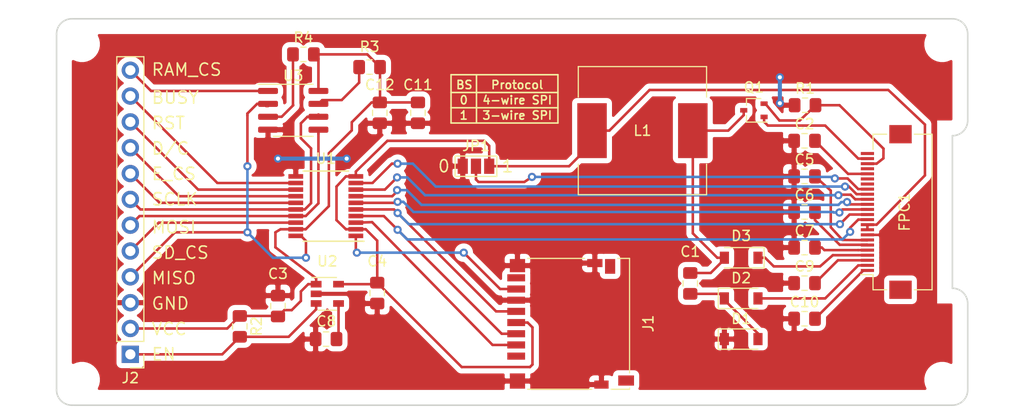
<source format=kicad_pcb>
(kicad_pcb (version 20171130) (host pcbnew "(5.1.2)-2")

  (general
    (thickness 1.6002)
    (drawings 39)
    (tracks 281)
    (zones 0)
    (modules 32)
    (nets 46)
  )

  (page A4)
  (layers
    (0 Front signal)
    (1 In1.Cu signal)
    (2 In2.Cu signal)
    (31 Back signal)
    (34 B.Paste user)
    (35 F.Paste user)
    (36 B.SilkS user)
    (37 F.SilkS user)
    (38 B.Mask user)
    (39 F.Mask user)
    (44 Edge.Cuts user hide)
    (45 Margin user)
    (46 B.CrtYd user)
    (47 F.CrtYd user hide)
    (49 F.Fab user)
  )

  (setup
    (last_trace_width 0.25)
    (user_trace_width 0.15)
    (user_trace_width 0.2)
    (user_trace_width 0.4)
    (user_trace_width 0.6)
    (trace_clearance 0.2)
    (zone_clearance 0.508)
    (zone_45_only no)
    (trace_min 0.127)
    (via_size 0.8)
    (via_drill 0.4)
    (via_min_size 0.6)
    (via_min_drill 0.3)
    (user_via 0.6 0.3)
    (user_via 0.9 0.4)
    (uvia_size 0.3)
    (uvia_drill 0.1)
    (uvias_allowed no)
    (uvia_min_size 0.2)
    (uvia_min_drill 0.1)
    (edge_width 0.0381)
    (segment_width 0.254)
    (pcb_text_width 0.3048)
    (pcb_text_size 1.524 1.524)
    (mod_edge_width 0.1524)
    (mod_text_size 0.8128 0.8128)
    (mod_text_width 0.1524)
    (pad_size 1.524 1.524)
    (pad_drill 0.762)
    (pad_to_mask_clearance 0.051)
    (solder_mask_min_width 0.25)
    (aux_axis_origin 0 0)
    (visible_elements 7FFFFFFF)
    (pcbplotparams
      (layerselection 0x010f0_fffffff9)
      (usegerberextensions false)
      (usegerberattributes false)
      (usegerberadvancedattributes false)
      (creategerberjobfile false)
      (excludeedgelayer true)
      (linewidth 0.100000)
      (plotframeref false)
      (viasonmask false)
      (mode 1)
      (useauxorigin false)
      (hpglpennumber 1)
      (hpglpenspeed 20)
      (hpglpendiameter 15.000000)
      (psnegative false)
      (psa4output false)
      (plotreference true)
      (plotvalue false)
      (plotinvisibletext false)
      (padsonsilk false)
      (subtractmaskfromsilk false)
      (outputformat 1)
      (mirror false)
      (drillshape 0)
      (scaleselection 1)
      (outputdirectory "gerber/"))
  )

  (net 0 "")
  (net 1 "Net-(C1-Pad2)")
  (net 2 "Net-(C1-Pad1)")
  (net 3 "Net-(C2-Pad2)")
  (net 4 /GND)
  (net 5 /VCC)
  (net 6 /3V3)
  (net 7 "Net-(C5-Pad2)")
  (net 8 "Net-(C6-Pad2)")
  (net 9 "Net-(C7-Pad2)")
  (net 10 "Net-(C8-Pad1)")
  (net 11 "Net-(C9-Pad2)")
  (net 12 "Net-(C10-Pad2)")
  (net 13 /VGL)
  (net 14 /VGH)
  (net 15 /GDR)
  (net 16 /RESE)
  (net 17 /BS)
  (net 18 /BUSY')
  (net 19 /RST')
  (net 20 /DC')
  (net 21 /DC)
  (net 22 /RST)
  (net 23 /BUSY)
  (net 24 "Net-(FPC1-Pad18)")
  (net 25 "Net-(FPC1-Pad19)")
  (net 26 "Net-(FPC1-Pad21)")
  (net 27 "Net-(FPC1-Pad24)")
  (net 28 /MOSI')
  (net 29 /SCLK')
  (net 30 /E_CS')
  (net 31 "Net-(J1-Pad8)")
  (net 32 "Net-(J1-Pad9)")
  (net 33 /MISO')
  (net 34 /SD_CS')
  (net 35 "Net-(J1-Pad1)")
  (net 36 "Net-(J1-Pad10)")
  (net 37 /MOSI)
  (net 38 /SCLK)
  (net 39 /MISO)
  (net 40 /E_CS)
  (net 41 /SD_CS)
  (net 42 /RAM_CS)
  (net 43 "Net-(R3-Pad2)")
  (net 44 "Net-(R4-Pad1)")
  (net 45 /EN)

  (net_class Default "This is the default net class."
    (clearance 0.2)
    (trace_width 0.25)
    (via_dia 0.8)
    (via_drill 0.4)
    (uvia_dia 0.3)
    (uvia_drill 0.1)
    (add_net /3V3)
    (add_net /BS)
    (add_net /BUSY)
    (add_net /BUSY')
    (add_net /DC)
    (add_net /DC')
    (add_net /EN)
    (add_net /E_CS)
    (add_net /E_CS')
    (add_net /GDR)
    (add_net /GND)
    (add_net /MISO)
    (add_net /MISO')
    (add_net /MOSI)
    (add_net /MOSI')
    (add_net /RAM_CS)
    (add_net /RESE)
    (add_net /RST)
    (add_net /RST')
    (add_net /SCLK)
    (add_net /SCLK')
    (add_net /SD_CS)
    (add_net /SD_CS')
    (add_net /VCC)
    (add_net /VGH)
    (add_net /VGL)
    (add_net "Net-(C1-Pad1)")
    (add_net "Net-(C1-Pad2)")
    (add_net "Net-(C10-Pad2)")
    (add_net "Net-(C2-Pad2)")
    (add_net "Net-(C5-Pad2)")
    (add_net "Net-(C6-Pad2)")
    (add_net "Net-(C7-Pad2)")
    (add_net "Net-(C8-Pad1)")
    (add_net "Net-(C9-Pad2)")
    (add_net "Net-(FPC1-Pad18)")
    (add_net "Net-(FPC1-Pad19)")
    (add_net "Net-(FPC1-Pad21)")
    (add_net "Net-(FPC1-Pad24)")
    (add_net "Net-(J1-Pad1)")
    (add_net "Net-(J1-Pad10)")
    (add_net "Net-(J1-Pad8)")
    (add_net "Net-(J1-Pad9)")
    (add_net "Net-(R3-Pad2)")
    (add_net "Net-(R4-Pad1)")
  )

  (module Connector_PinHeader_2.54mm:PinHeader_1x12_P2.54mm_Vertical (layer Front) (tedit 59FED5CC) (tstamp 5F937732)
    (at 89.75 132.5 180)
    (descr "Through hole straight pin header, 1x12, 2.54mm pitch, single row")
    (tags "Through hole pin header THT 1x12 2.54mm single row")
    (path /5F9569D9)
    (fp_text reference J2 (at 0 -2.33) (layer F.SilkS)
      (effects (font (size 1 1) (thickness 0.15)))
    )
    (fp_text value Conn_01x12 (at 0 30.27) (layer F.Fab)
      (effects (font (size 1 1) (thickness 0.15)))
    )
    (fp_text user %R (at 0 13.97 90) (layer F.Fab)
      (effects (font (size 1 1) (thickness 0.15)))
    )
    (fp_line (start 1.8 -1.8) (end -1.8 -1.8) (layer F.CrtYd) (width 0.05))
    (fp_line (start 1.8 29.75) (end 1.8 -1.8) (layer F.CrtYd) (width 0.05))
    (fp_line (start -1.8 29.75) (end 1.8 29.75) (layer F.CrtYd) (width 0.05))
    (fp_line (start -1.8 -1.8) (end -1.8 29.75) (layer F.CrtYd) (width 0.05))
    (fp_line (start -1.33 -1.33) (end 0 -1.33) (layer F.SilkS) (width 0.12))
    (fp_line (start -1.33 0) (end -1.33 -1.33) (layer F.SilkS) (width 0.12))
    (fp_line (start -1.33 1.27) (end 1.33 1.27) (layer F.SilkS) (width 0.12))
    (fp_line (start 1.33 1.27) (end 1.33 29.27) (layer F.SilkS) (width 0.12))
    (fp_line (start -1.33 1.27) (end -1.33 29.27) (layer F.SilkS) (width 0.12))
    (fp_line (start -1.33 29.27) (end 1.33 29.27) (layer F.SilkS) (width 0.12))
    (fp_line (start -1.27 -0.635) (end -0.635 -1.27) (layer F.Fab) (width 0.1))
    (fp_line (start -1.27 29.21) (end -1.27 -0.635) (layer F.Fab) (width 0.1))
    (fp_line (start 1.27 29.21) (end -1.27 29.21) (layer F.Fab) (width 0.1))
    (fp_line (start 1.27 -1.27) (end 1.27 29.21) (layer F.Fab) (width 0.1))
    (fp_line (start -0.635 -1.27) (end 1.27 -1.27) (layer F.Fab) (width 0.1))
    (pad 12 thru_hole oval (at 0 27.94 180) (size 1.7 1.7) (drill 1) (layers *.Cu *.Mask)
      (net 42 /RAM_CS))
    (pad 11 thru_hole oval (at 0 25.4 180) (size 1.7 1.7) (drill 1) (layers *.Cu *.Mask)
      (net 23 /BUSY))
    (pad 10 thru_hole oval (at 0 22.86 180) (size 1.7 1.7) (drill 1) (layers *.Cu *.Mask)
      (net 22 /RST))
    (pad 9 thru_hole oval (at 0 20.32 180) (size 1.7 1.7) (drill 1) (layers *.Cu *.Mask)
      (net 21 /DC))
    (pad 8 thru_hole oval (at 0 17.78 180) (size 1.7 1.7) (drill 1) (layers *.Cu *.Mask)
      (net 40 /E_CS))
    (pad 7 thru_hole oval (at 0 15.24 180) (size 1.7 1.7) (drill 1) (layers *.Cu *.Mask)
      (net 38 /SCLK))
    (pad 6 thru_hole oval (at 0 12.7 180) (size 1.7 1.7) (drill 1) (layers *.Cu *.Mask)
      (net 37 /MOSI))
    (pad 5 thru_hole oval (at 0 10.16 180) (size 1.7 1.7) (drill 1) (layers *.Cu *.Mask)
      (net 41 /SD_CS))
    (pad 4 thru_hole oval (at 0 7.62 180) (size 1.7 1.7) (drill 1) (layers *.Cu *.Mask)
      (net 39 /MISO))
    (pad 3 thru_hole oval (at 0 5.08 180) (size 1.7 1.7) (drill 1) (layers *.Cu *.Mask)
      (net 4 /GND))
    (pad 2 thru_hole oval (at 0 2.54 180) (size 1.7 1.7) (drill 1) (layers *.Cu *.Mask)
      (net 5 /VCC))
    (pad 1 thru_hole rect (at 0 0 180) (size 1.7 1.7) (drill 1) (layers *.Cu *.Mask)
      (net 45 /EN))
    (model ${KISYS3DMOD}/Connector_PinHeader_2.54mm.3dshapes/PinHeader_1x12_P2.54mm_Vertical.wrl
      (at (xyz 0 0 0))
      (scale (xyz 1 1 1))
      (rotate (xyz 0 0 0))
    )
  )

  (module Resistor_SMD:R_0805_2012Metric_Pad1.15x1.40mm_HandSolder (layer Front) (tedit 5B36C52B) (tstamp 5F937917)
    (at 100.5 129.75 270)
    (descr "Resistor SMD 0805 (2012 Metric), square (rectangular) end terminal, IPC_7351 nominal with elongated pad for handsoldering. (Body size source: https://docs.google.com/spreadsheets/d/1BsfQQcO9C6DZCsRaXUlFlo91Tg2WpOkGARC1WS5S8t0/edit?usp=sharing), generated with kicad-footprint-generator")
    (tags "resistor handsolder")
    (path /5F87732D)
    (attr smd)
    (fp_text reference R2 (at 0 -1.65 90) (layer F.SilkS)
      (effects (font (size 1 1) (thickness 0.15)))
    )
    (fp_text value 10k (at 0 1.65 90) (layer F.Fab)
      (effects (font (size 1 1) (thickness 0.15)))
    )
    (fp_line (start -1 0.6) (end -1 -0.6) (layer F.Fab) (width 0.1))
    (fp_line (start -1 -0.6) (end 1 -0.6) (layer F.Fab) (width 0.1))
    (fp_line (start 1 -0.6) (end 1 0.6) (layer F.Fab) (width 0.1))
    (fp_line (start 1 0.6) (end -1 0.6) (layer F.Fab) (width 0.1))
    (fp_line (start -0.261252 -0.71) (end 0.261252 -0.71) (layer F.SilkS) (width 0.12))
    (fp_line (start -0.261252 0.71) (end 0.261252 0.71) (layer F.SilkS) (width 0.12))
    (fp_line (start -1.85 0.95) (end -1.85 -0.95) (layer F.CrtYd) (width 0.05))
    (fp_line (start -1.85 -0.95) (end 1.85 -0.95) (layer F.CrtYd) (width 0.05))
    (fp_line (start 1.85 -0.95) (end 1.85 0.95) (layer F.CrtYd) (width 0.05))
    (fp_line (start 1.85 0.95) (end -1.85 0.95) (layer F.CrtYd) (width 0.05))
    (fp_text user %R (at 0 0 90) (layer F.Fab)
      (effects (font (size 0.5 0.5) (thickness 0.08)))
    )
    (pad 1 smd roundrect (at -1.025 0 270) (size 1.15 1.4) (layers Front F.Paste F.Mask) (roundrect_rratio 0.217391)
      (net 5 /VCC))
    (pad 2 smd roundrect (at 1.025 0 270) (size 1.15 1.4) (layers Front F.Paste F.Mask) (roundrect_rratio 0.217391)
      (net 45 /EN))
    (model ${KISYS3DMOD}/Resistor_SMD.3dshapes/R_0805_2012Metric.wrl
      (at (xyz 0 0 0))
      (scale (xyz 1 1 1))
      (rotate (xyz 0 0 0))
    )
  )

  (module Capacitor_SMD:C_0805_2012Metric_Pad1.15x1.40mm_HandSolder (layer Front) (tedit 5B36C52B) (tstamp 5F8DFCD6)
    (at 114.25 108.75 90)
    (descr "Capacitor SMD 0805 (2012 Metric), square (rectangular) end terminal, IPC_7351 nominal with elongated pad for handsoldering. (Body size source: https://docs.google.com/spreadsheets/d/1BsfQQcO9C6DZCsRaXUlFlo91Tg2WpOkGARC1WS5S8t0/edit?usp=sharing), generated with kicad-footprint-generator")
    (tags "capacitor handsolder")
    (path /5F9AF6C1)
    (attr smd)
    (fp_text reference C12 (at 2.75 0 180) (layer F.SilkS)
      (effects (font (size 1 1) (thickness 0.15)))
    )
    (fp_text value 22nF (at 0 1.65 90) (layer F.Fab)
      (effects (font (size 1 1) (thickness 0.15)))
    )
    (fp_line (start -1 0.6) (end -1 -0.6) (layer F.Fab) (width 0.1))
    (fp_line (start -1 -0.6) (end 1 -0.6) (layer F.Fab) (width 0.1))
    (fp_line (start 1 -0.6) (end 1 0.6) (layer F.Fab) (width 0.1))
    (fp_line (start 1 0.6) (end -1 0.6) (layer F.Fab) (width 0.1))
    (fp_line (start -0.261252 -0.71) (end 0.261252 -0.71) (layer F.SilkS) (width 0.12))
    (fp_line (start -0.261252 0.71) (end 0.261252 0.71) (layer F.SilkS) (width 0.12))
    (fp_line (start -1.85 0.95) (end -1.85 -0.95) (layer F.CrtYd) (width 0.05))
    (fp_line (start -1.85 -0.95) (end 1.85 -0.95) (layer F.CrtYd) (width 0.05))
    (fp_line (start 1.85 -0.95) (end 1.85 0.95) (layer F.CrtYd) (width 0.05))
    (fp_line (start 1.85 0.95) (end -1.85 0.95) (layer F.CrtYd) (width 0.05))
    (fp_text user %R (at 0 0 90) (layer F.Fab)
      (effects (font (size 0.5 0.5) (thickness 0.08)))
    )
    (pad 1 smd roundrect (at -1.025 0 90) (size 1.15 1.4) (layers Front F.Paste F.Mask) (roundrect_rratio 0.217391)
      (net 4 /GND))
    (pad 2 smd roundrect (at 1.025 0 90) (size 1.15 1.4) (layers Front F.Paste F.Mask) (roundrect_rratio 0.217391)
      (net 5 /VCC))
    (model ${KISYS3DMOD}/Capacitor_SMD.3dshapes/C_0805_2012Metric.wrl
      (at (xyz 0 0 0))
      (scale (xyz 1 1 1))
      (rotate (xyz 0 0 0))
    )
  )

  (module Capacitor_SMD:C_0805_2012Metric_Pad1.15x1.40mm_HandSolder (layer Front) (tedit 5B36C52B) (tstamp 5F8D9BD4)
    (at 118 108.75 90)
    (descr "Capacitor SMD 0805 (2012 Metric), square (rectangular) end terminal, IPC_7351 nominal with elongated pad for handsoldering. (Body size source: https://docs.google.com/spreadsheets/d/1BsfQQcO9C6DZCsRaXUlFlo91Tg2WpOkGARC1WS5S8t0/edit?usp=sharing), generated with kicad-footprint-generator")
    (tags "capacitor handsolder")
    (path /5F9B0B77)
    (attr smd)
    (fp_text reference C11 (at 2.75 0 180) (layer F.SilkS)
      (effects (font (size 1 1) (thickness 0.15)))
    )
    (fp_text value 22nF (at 0 1.65 90) (layer F.Fab)
      (effects (font (size 1 1) (thickness 0.15)))
    )
    (fp_text user %R (at 0 0 90) (layer F.Fab)
      (effects (font (size 0.5 0.5) (thickness 0.08)))
    )
    (fp_line (start 1.85 0.95) (end -1.85 0.95) (layer F.CrtYd) (width 0.05))
    (fp_line (start 1.85 -0.95) (end 1.85 0.95) (layer F.CrtYd) (width 0.05))
    (fp_line (start -1.85 -0.95) (end 1.85 -0.95) (layer F.CrtYd) (width 0.05))
    (fp_line (start -1.85 0.95) (end -1.85 -0.95) (layer F.CrtYd) (width 0.05))
    (fp_line (start -0.261252 0.71) (end 0.261252 0.71) (layer F.SilkS) (width 0.12))
    (fp_line (start -0.261252 -0.71) (end 0.261252 -0.71) (layer F.SilkS) (width 0.12))
    (fp_line (start 1 0.6) (end -1 0.6) (layer F.Fab) (width 0.1))
    (fp_line (start 1 -0.6) (end 1 0.6) (layer F.Fab) (width 0.1))
    (fp_line (start -1 -0.6) (end 1 -0.6) (layer F.Fab) (width 0.1))
    (fp_line (start -1 0.6) (end -1 -0.6) (layer F.Fab) (width 0.1))
    (pad 2 smd roundrect (at 1.025 0 90) (size 1.15 1.4) (layers Front F.Paste F.Mask) (roundrect_rratio 0.217391)
      (net 5 /VCC))
    (pad 1 smd roundrect (at -1.025 0 90) (size 1.15 1.4) (layers Front F.Paste F.Mask) (roundrect_rratio 0.217391)
      (net 4 /GND))
    (model ${KISYS3DMOD}/Capacitor_SMD.3dshapes/C_0805_2012Metric.wrl
      (at (xyz 0 0 0))
      (scale (xyz 1 1 1))
      (rotate (xyz 0 0 0))
    )
  )

  (module Jumper:SolderJumper-3_P1.3mm_Open_Pad1.0x1.5mm (layer Front) (tedit 5F8AC664) (tstamp 5F88C30F)
    (at 123.7 114)
    (descr "SMD Solder 3-pad Jumper, 1x1.5mm Pads, 0.3mm gap, open")
    (tags "solder jumper open")
    (path /5F863B31)
    (attr virtual)
    (fp_text reference JP1 (at 0 -2) (layer F.SilkS)
      (effects (font (size 1 1) (thickness 0.15)))
    )
    (fp_text value Jumper_3_Bridged12 (at 0 2) (layer F.Fab)
      (effects (font (size 1 1) (thickness 0.15)))
    )
    (fp_line (start -2.05 1) (end -2.05 -1) (layer F.SilkS) (width 0.12))
    (fp_line (start 2.05 1) (end -2.05 1) (layer F.SilkS) (width 0.12))
    (fp_line (start 2.05 -1) (end 2.05 1) (layer F.SilkS) (width 0.12))
    (fp_line (start -2.05 -1) (end 2.05 -1) (layer F.SilkS) (width 0.12))
    (fp_line (start -2.3 -1.25) (end 2.3 -1.25) (layer F.CrtYd) (width 0.05))
    (fp_line (start -2.3 -1.25) (end -2.3 1.25) (layer F.CrtYd) (width 0.05))
    (fp_line (start 2.3 1.25) (end 2.3 -1.25) (layer F.CrtYd) (width 0.05))
    (fp_line (start 2.3 1.25) (end -2.3 1.25) (layer F.CrtYd) (width 0.05))
    (pad 3 smd rect (at 1.3 0) (size 1 1.5) (layers Front F.Mask)
      (net 6 /3V3))
    (pad 2 smd rect (at 0 0) (size 1 1.5) (layers Front F.Mask)
      (net 17 /BS))
    (pad 1 smd rect (at -1.3 0) (size 1 1.5) (layers Front F.Mask)
      (net 4 /GND))
  )

  (module MountingHole:MountingHole_2.5mm (layer Front) (tedit 56D1B4CB) (tstamp 5F888415)
    (at 169.5 135 180)
    (descr "Mounting Hole 2.5mm, no annular")
    (tags "mounting hole 2.5mm no annular")
    (attr virtual)
    (fp_text reference REF** (at 0 -3.5) (layer F.SilkS) hide
      (effects (font (size 1 1) (thickness 0.15)))
    )
    (fp_text value MountingHole_2.5mm (at 0 3.5) (layer F.Fab)
      (effects (font (size 1 1) (thickness 0.15)))
    )
    (fp_text user %R (at 0.3 0) (layer F.Fab)
      (effects (font (size 1 1) (thickness 0.15)))
    )
    (fp_circle (center 0 0) (end 2.5 0) (layer Cmts.User) (width 0.15))
    (fp_circle (center 0 0) (end 2.75 0) (layer F.CrtYd) (width 0.05))
    (pad 1 np_thru_hole circle (at 0 0 180) (size 2.5 2.5) (drill 2.5) (layers *.Cu *.Mask))
  )

  (module MountingHole:MountingHole_2.5mm (layer Front) (tedit 56D1B4CB) (tstamp 5F888415)
    (at 169.5 102 180)
    (descr "Mounting Hole 2.5mm, no annular")
    (tags "mounting hole 2.5mm no annular")
    (attr virtual)
    (fp_text reference REF** (at 0 -3.5) (layer F.SilkS) hide
      (effects (font (size 1 1) (thickness 0.15)))
    )
    (fp_text value MountingHole_2.5mm (at 0 3.5) (layer F.Fab)
      (effects (font (size 1 1) (thickness 0.15)))
    )
    (fp_text user %R (at 0.3 0) (layer F.Fab)
      (effects (font (size 1 1) (thickness 0.15)))
    )
    (fp_circle (center 0 0) (end 2.5 0) (layer Cmts.User) (width 0.15))
    (fp_circle (center 0 0) (end 2.75 0) (layer F.CrtYd) (width 0.05))
    (pad 1 np_thru_hole circle (at 0 0 180) (size 2.5 2.5) (drill 2.5) (layers *.Cu *.Mask))
  )

  (module MountingHole:MountingHole_2.5mm (layer Front) (tedit 56D1B4CB) (tstamp 5F888415)
    (at 85 102 180)
    (descr "Mounting Hole 2.5mm, no annular")
    (tags "mounting hole 2.5mm no annular")
    (attr virtual)
    (fp_text reference REF** (at 0 -3.5) (layer F.SilkS) hide
      (effects (font (size 1 1) (thickness 0.15)))
    )
    (fp_text value MountingHole_2.5mm (at 0 3.5) (layer F.Fab)
      (effects (font (size 1 1) (thickness 0.15)))
    )
    (fp_text user %R (at 0.3 0) (layer F.Fab)
      (effects (font (size 1 1) (thickness 0.15)))
    )
    (fp_circle (center 0 0) (end 2.5 0) (layer Cmts.User) (width 0.15))
    (fp_circle (center 0 0) (end 2.75 0) (layer F.CrtYd) (width 0.05))
    (pad 1 np_thru_hole circle (at 0 0 180) (size 2.5 2.5) (drill 2.5) (layers *.Cu *.Mask))
  )

  (module MountingHole:MountingHole_2.5mm (layer Front) (tedit 56D1B4CB) (tstamp 5F88840C)
    (at 85 135 180)
    (descr "Mounting Hole 2.5mm, no annular")
    (tags "mounting hole 2.5mm no annular")
    (attr virtual)
    (fp_text reference REF** (at 0 -3.5) (layer F.SilkS) hide
      (effects (font (size 1 1) (thickness 0.15)))
    )
    (fp_text value MountingHole_2.5mm (at 0 3.5) (layer F.Fab)
      (effects (font (size 1 1) (thickness 0.15)))
    )
    (fp_circle (center 0 0) (end 2.75 0) (layer F.CrtYd) (width 0.05))
    (fp_circle (center 0 0) (end 2.5 0) (layer Cmts.User) (width 0.15))
    (fp_text user %R (at 0.3 0) (layer F.Fab)
      (effects (font (size 1 1) (thickness 0.15)))
    )
    (pad 1 np_thru_hole circle (at 0 0 180) (size 2.5 2.5) (drill 2.5) (layers *.Cu *.Mask))
  )

  (module Capacitor_SMD:C_0805_2012Metric_Pad1.15x1.40mm_HandSolder (layer Front) (tedit 5B36C52B) (tstamp 5F8DC188)
    (at 144.75 125.525 270)
    (descr "Capacitor SMD 0805 (2012 Metric), square (rectangular) end terminal, IPC_7351 nominal with elongated pad for handsoldering. (Body size source: https://docs.google.com/spreadsheets/d/1BsfQQcO9C6DZCsRaXUlFlo91Tg2WpOkGARC1WS5S8t0/edit?usp=sharing), generated with kicad-footprint-generator")
    (tags "capacitor handsolder")
    (path /5F85E89D)
    (attr smd)
    (fp_text reference C1 (at -3.125 0 180) (layer F.SilkS)
      (effects (font (size 1 1) (thickness 0.15)))
    )
    (fp_text value 1uF (at 0 1.65 90) (layer F.Fab)
      (effects (font (size 1 1) (thickness 0.15)))
    )
    (fp_text user %R (at 0 0 90) (layer F.Fab)
      (effects (font (size 0.5 0.5) (thickness 0.08)))
    )
    (fp_line (start 1.85 0.95) (end -1.85 0.95) (layer F.CrtYd) (width 0.05))
    (fp_line (start 1.85 -0.95) (end 1.85 0.95) (layer F.CrtYd) (width 0.05))
    (fp_line (start -1.85 -0.95) (end 1.85 -0.95) (layer F.CrtYd) (width 0.05))
    (fp_line (start -1.85 0.95) (end -1.85 -0.95) (layer F.CrtYd) (width 0.05))
    (fp_line (start -0.261252 0.71) (end 0.261252 0.71) (layer F.SilkS) (width 0.12))
    (fp_line (start -0.261252 -0.71) (end 0.261252 -0.71) (layer F.SilkS) (width 0.12))
    (fp_line (start 1 0.6) (end -1 0.6) (layer F.Fab) (width 0.1))
    (fp_line (start 1 -0.6) (end 1 0.6) (layer F.Fab) (width 0.1))
    (fp_line (start -1 -0.6) (end 1 -0.6) (layer F.Fab) (width 0.1))
    (fp_line (start -1 0.6) (end -1 -0.6) (layer F.Fab) (width 0.1))
    (pad 2 smd roundrect (at 1.025 0 270) (size 1.15 1.4) (layers Front F.Paste F.Mask) (roundrect_rratio 0.217391)
      (net 1 "Net-(C1-Pad2)"))
    (pad 1 smd roundrect (at -1.025 0 270) (size 1.15 1.4) (layers Front F.Paste F.Mask) (roundrect_rratio 0.217391)
      (net 2 "Net-(C1-Pad1)"))
    (model ${KISYS3DMOD}/Capacitor_SMD.3dshapes/C_0805_2012Metric.wrl
      (at (xyz 0 0 0))
      (scale (xyz 1 1 1))
      (rotate (xyz 0 0 0))
    )
  )

  (module Capacitor_SMD:C_0805_2012Metric_Pad1.15x1.40mm_HandSolder (layer Front) (tedit 5B36C52B) (tstamp 5F88CB5D)
    (at 155.975 111.5)
    (descr "Capacitor SMD 0805 (2012 Metric), square (rectangular) end terminal, IPC_7351 nominal with elongated pad for handsoldering. (Body size source: https://docs.google.com/spreadsheets/d/1BsfQQcO9C6DZCsRaXUlFlo91Tg2WpOkGARC1WS5S8t0/edit?usp=sharing), generated with kicad-footprint-generator")
    (tags "capacitor handsolder")
    (path /5F8ADE19)
    (attr smd)
    (fp_text reference C2 (at 0 -1.65) (layer F.SilkS)
      (effects (font (size 1 1) (thickness 0.15)))
    )
    (fp_text value 1uF (at 0 1.65) (layer F.Fab)
      (effects (font (size 1 1) (thickness 0.15)))
    )
    (fp_line (start -1 0.6) (end -1 -0.6) (layer F.Fab) (width 0.1))
    (fp_line (start -1 -0.6) (end 1 -0.6) (layer F.Fab) (width 0.1))
    (fp_line (start 1 -0.6) (end 1 0.6) (layer F.Fab) (width 0.1))
    (fp_line (start 1 0.6) (end -1 0.6) (layer F.Fab) (width 0.1))
    (fp_line (start -0.261252 -0.71) (end 0.261252 -0.71) (layer F.SilkS) (width 0.12))
    (fp_line (start -0.261252 0.71) (end 0.261252 0.71) (layer F.SilkS) (width 0.12))
    (fp_line (start -1.85 0.95) (end -1.85 -0.95) (layer F.CrtYd) (width 0.05))
    (fp_line (start -1.85 -0.95) (end 1.85 -0.95) (layer F.CrtYd) (width 0.05))
    (fp_line (start 1.85 -0.95) (end 1.85 0.95) (layer F.CrtYd) (width 0.05))
    (fp_line (start 1.85 0.95) (end -1.85 0.95) (layer F.CrtYd) (width 0.05))
    (fp_text user %R (at 0 0) (layer F.Fab)
      (effects (font (size 0.5 0.5) (thickness 0.08)))
    )
    (pad 1 smd roundrect (at -1.025 0) (size 1.15 1.4) (layers Front F.Paste F.Mask) (roundrect_rratio 0.217391)
      (net 4 /GND))
    (pad 2 smd roundrect (at 1.025 0) (size 1.15 1.4) (layers Front F.Paste F.Mask) (roundrect_rratio 0.217391)
      (net 3 "Net-(C2-Pad2)"))
    (model ${KISYS3DMOD}/Capacitor_SMD.3dshapes/C_0805_2012Metric.wrl
      (at (xyz 0 0 0))
      (scale (xyz 1 1 1))
      (rotate (xyz 0 0 0))
    )
  )

  (module Capacitor_SMD:C_0805_2012Metric_Pad1.15x1.40mm_HandSolder (layer Front) (tedit 5B36C52B) (tstamp 5F860A63)
    (at 104.25 127.75 270)
    (descr "Capacitor SMD 0805 (2012 Metric), square (rectangular) end terminal, IPC_7351 nominal with elongated pad for handsoldering. (Body size source: https://docs.google.com/spreadsheets/d/1BsfQQcO9C6DZCsRaXUlFlo91Tg2WpOkGARC1WS5S8t0/edit?usp=sharing), generated with kicad-footprint-generator")
    (tags "capacitor handsolder")
    (path /5F87C53A)
    (attr smd)
    (fp_text reference C3 (at -3.175 0 180) (layer F.SilkS)
      (effects (font (size 1 1) (thickness 0.15)))
    )
    (fp_text value 1uF (at 0 -1.75 90) (layer F.Fab)
      (effects (font (size 1 1) (thickness 0.15)))
    )
    (fp_line (start -1 0.6) (end -1 -0.6) (layer F.Fab) (width 0.1))
    (fp_line (start -1 -0.6) (end 1 -0.6) (layer F.Fab) (width 0.1))
    (fp_line (start 1 -0.6) (end 1 0.6) (layer F.Fab) (width 0.1))
    (fp_line (start 1 0.6) (end -1 0.6) (layer F.Fab) (width 0.1))
    (fp_line (start -0.261252 -0.71) (end 0.261252 -0.71) (layer F.SilkS) (width 0.12))
    (fp_line (start -0.261252 0.71) (end 0.261252 0.71) (layer F.SilkS) (width 0.12))
    (fp_line (start -1.85 0.95) (end -1.85 -0.95) (layer F.CrtYd) (width 0.05))
    (fp_line (start -1.85 -0.95) (end 1.85 -0.95) (layer F.CrtYd) (width 0.05))
    (fp_line (start 1.85 -0.95) (end 1.85 0.95) (layer F.CrtYd) (width 0.05))
    (fp_line (start 1.85 0.95) (end -1.85 0.95) (layer F.CrtYd) (width 0.05))
    (fp_text user %R (at 0 0 90) (layer F.Fab)
      (effects (font (size 0.5 0.5) (thickness 0.08)))
    )
    (pad 1 smd roundrect (at -1.025 0 270) (size 1.15 1.4) (layers Front F.Paste F.Mask) (roundrect_rratio 0.217391)
      (net 4 /GND))
    (pad 2 smd roundrect (at 1.025 0 270) (size 1.15 1.4) (layers Front F.Paste F.Mask) (roundrect_rratio 0.217391)
      (net 5 /VCC))
    (model ${KISYS3DMOD}/Capacitor_SMD.3dshapes/C_0805_2012Metric.wrl
      (at (xyz 0 0 0))
      (scale (xyz 1 1 1))
      (rotate (xyz 0 0 0))
    )
  )

  (module Capacitor_SMD:C_0805_2012Metric_Pad1.15x1.40mm_HandSolder (layer Front) (tedit 5B36C52B) (tstamp 5F860A74)
    (at 114 126.475 90)
    (descr "Capacitor SMD 0805 (2012 Metric), square (rectangular) end terminal, IPC_7351 nominal with elongated pad for handsoldering. (Body size source: https://docs.google.com/spreadsheets/d/1BsfQQcO9C6DZCsRaXUlFlo91Tg2WpOkGARC1WS5S8t0/edit?usp=sharing), generated with kicad-footprint-generator")
    (tags "capacitor handsolder")
    (path /5F87D70B)
    (attr smd)
    (fp_text reference C4 (at 3.125 0 180) (layer F.SilkS)
      (effects (font (size 1 1) (thickness 0.15)))
    )
    (fp_text value 1uF (at 0 1.65 90) (layer F.Fab)
      (effects (font (size 1 1) (thickness 0.15)))
    )
    (fp_text user %R (at 0 0 90) (layer F.Fab)
      (effects (font (size 0.5 0.5) (thickness 0.08)))
    )
    (fp_line (start 1.85 0.95) (end -1.85 0.95) (layer F.CrtYd) (width 0.05))
    (fp_line (start 1.85 -0.95) (end 1.85 0.95) (layer F.CrtYd) (width 0.05))
    (fp_line (start -1.85 -0.95) (end 1.85 -0.95) (layer F.CrtYd) (width 0.05))
    (fp_line (start -1.85 0.95) (end -1.85 -0.95) (layer F.CrtYd) (width 0.05))
    (fp_line (start -0.261252 0.71) (end 0.261252 0.71) (layer F.SilkS) (width 0.12))
    (fp_line (start -0.261252 -0.71) (end 0.261252 -0.71) (layer F.SilkS) (width 0.12))
    (fp_line (start 1 0.6) (end -1 0.6) (layer F.Fab) (width 0.1))
    (fp_line (start 1 -0.6) (end 1 0.6) (layer F.Fab) (width 0.1))
    (fp_line (start -1 -0.6) (end 1 -0.6) (layer F.Fab) (width 0.1))
    (fp_line (start -1 0.6) (end -1 -0.6) (layer F.Fab) (width 0.1))
    (pad 2 smd roundrect (at 1.025 0 90) (size 1.15 1.4) (layers Front F.Paste F.Mask) (roundrect_rratio 0.217391)
      (net 6 /3V3))
    (pad 1 smd roundrect (at -1.025 0 90) (size 1.15 1.4) (layers Front F.Paste F.Mask) (roundrect_rratio 0.217391)
      (net 4 /GND))
    (model ${KISYS3DMOD}/Capacitor_SMD.3dshapes/C_0805_2012Metric.wrl
      (at (xyz 0 0 0))
      (scale (xyz 1 1 1))
      (rotate (xyz 0 0 0))
    )
  )

  (module Capacitor_SMD:C_0805_2012Metric_Pad1.15x1.40mm_HandSolder (layer Front) (tedit 5B36C52B) (tstamp 5F88CBED)
    (at 155.975 115)
    (descr "Capacitor SMD 0805 (2012 Metric), square (rectangular) end terminal, IPC_7351 nominal with elongated pad for handsoldering. (Body size source: https://docs.google.com/spreadsheets/d/1BsfQQcO9C6DZCsRaXUlFlo91Tg2WpOkGARC1WS5S8t0/edit?usp=sharing), generated with kicad-footprint-generator")
    (tags "capacitor handsolder")
    (path /5F8AF38B)
    (attr smd)
    (fp_text reference C5 (at 0 -1.65) (layer F.SilkS)
      (effects (font (size 1 1) (thickness 0.15)))
    )
    (fp_text value 1uF (at 0 1.65) (layer F.Fab)
      (effects (font (size 1 1) (thickness 0.15)))
    )
    (fp_text user %R (at 0 0) (layer F.Fab)
      (effects (font (size 0.5 0.5) (thickness 0.08)))
    )
    (fp_line (start 1.85 0.95) (end -1.85 0.95) (layer F.CrtYd) (width 0.05))
    (fp_line (start 1.85 -0.95) (end 1.85 0.95) (layer F.CrtYd) (width 0.05))
    (fp_line (start -1.85 -0.95) (end 1.85 -0.95) (layer F.CrtYd) (width 0.05))
    (fp_line (start -1.85 0.95) (end -1.85 -0.95) (layer F.CrtYd) (width 0.05))
    (fp_line (start -0.261252 0.71) (end 0.261252 0.71) (layer F.SilkS) (width 0.12))
    (fp_line (start -0.261252 -0.71) (end 0.261252 -0.71) (layer F.SilkS) (width 0.12))
    (fp_line (start 1 0.6) (end -1 0.6) (layer F.Fab) (width 0.1))
    (fp_line (start 1 -0.6) (end 1 0.6) (layer F.Fab) (width 0.1))
    (fp_line (start -1 -0.6) (end 1 -0.6) (layer F.Fab) (width 0.1))
    (fp_line (start -1 0.6) (end -1 -0.6) (layer F.Fab) (width 0.1))
    (pad 2 smd roundrect (at 1.025 0) (size 1.15 1.4) (layers Front F.Paste F.Mask) (roundrect_rratio 0.217391)
      (net 7 "Net-(C5-Pad2)"))
    (pad 1 smd roundrect (at -1.025 0) (size 1.15 1.4) (layers Front F.Paste F.Mask) (roundrect_rratio 0.217391)
      (net 4 /GND))
    (model ${KISYS3DMOD}/Capacitor_SMD.3dshapes/C_0805_2012Metric.wrl
      (at (xyz 0 0 0))
      (scale (xyz 1 1 1))
      (rotate (xyz 0 0 0))
    )
  )

  (module Capacitor_SMD:C_0805_2012Metric_Pad1.15x1.40mm_HandSolder (layer Front) (tedit 5B36C52B) (tstamp 5F88CBBD)
    (at 155.975 118.5)
    (descr "Capacitor SMD 0805 (2012 Metric), square (rectangular) end terminal, IPC_7351 nominal with elongated pad for handsoldering. (Body size source: https://docs.google.com/spreadsheets/d/1BsfQQcO9C6DZCsRaXUlFlo91Tg2WpOkGARC1WS5S8t0/edit?usp=sharing), generated with kicad-footprint-generator")
    (tags "capacitor handsolder")
    (path /5F8B0874)
    (attr smd)
    (fp_text reference C6 (at 0 -1.65) (layer F.SilkS)
      (effects (font (size 1 1) (thickness 0.15)))
    )
    (fp_text value 1uF (at 0 1.65) (layer F.Fab)
      (effects (font (size 1 1) (thickness 0.15)))
    )
    (fp_line (start -1 0.6) (end -1 -0.6) (layer F.Fab) (width 0.1))
    (fp_line (start -1 -0.6) (end 1 -0.6) (layer F.Fab) (width 0.1))
    (fp_line (start 1 -0.6) (end 1 0.6) (layer F.Fab) (width 0.1))
    (fp_line (start 1 0.6) (end -1 0.6) (layer F.Fab) (width 0.1))
    (fp_line (start -0.261252 -0.71) (end 0.261252 -0.71) (layer F.SilkS) (width 0.12))
    (fp_line (start -0.261252 0.71) (end 0.261252 0.71) (layer F.SilkS) (width 0.12))
    (fp_line (start -1.85 0.95) (end -1.85 -0.95) (layer F.CrtYd) (width 0.05))
    (fp_line (start -1.85 -0.95) (end 1.85 -0.95) (layer F.CrtYd) (width 0.05))
    (fp_line (start 1.85 -0.95) (end 1.85 0.95) (layer F.CrtYd) (width 0.05))
    (fp_line (start 1.85 0.95) (end -1.85 0.95) (layer F.CrtYd) (width 0.05))
    (fp_text user %R (at 0 0) (layer F.Fab)
      (effects (font (size 0.5 0.5) (thickness 0.08)))
    )
    (pad 1 smd roundrect (at -1.025 0) (size 1.15 1.4) (layers Front F.Paste F.Mask) (roundrect_rratio 0.217391)
      (net 4 /GND))
    (pad 2 smd roundrect (at 1.025 0) (size 1.15 1.4) (layers Front F.Paste F.Mask) (roundrect_rratio 0.217391)
      (net 8 "Net-(C6-Pad2)"))
    (model ${KISYS3DMOD}/Capacitor_SMD.3dshapes/C_0805_2012Metric.wrl
      (at (xyz 0 0 0))
      (scale (xyz 1 1 1))
      (rotate (xyz 0 0 0))
    )
  )

  (module Capacitor_SMD:C_0805_2012Metric_Pad1.15x1.40mm_HandSolder (layer Front) (tedit 5B36C52B) (tstamp 5F88CB8D)
    (at 155.975 122)
    (descr "Capacitor SMD 0805 (2012 Metric), square (rectangular) end terminal, IPC_7351 nominal with elongated pad for handsoldering. (Body size source: https://docs.google.com/spreadsheets/d/1BsfQQcO9C6DZCsRaXUlFlo91Tg2WpOkGARC1WS5S8t0/edit?usp=sharing), generated with kicad-footprint-generator")
    (tags "capacitor handsolder")
    (path /5F8B0A7C)
    (attr smd)
    (fp_text reference C7 (at 0 -1.65) (layer F.SilkS)
      (effects (font (size 1 1) (thickness 0.15)))
    )
    (fp_text value 1uF (at 0 1.65) (layer F.Fab)
      (effects (font (size 1 1) (thickness 0.15)))
    )
    (fp_text user %R (at 0 0) (layer F.Fab)
      (effects (font (size 0.5 0.5) (thickness 0.08)))
    )
    (fp_line (start 1.85 0.95) (end -1.85 0.95) (layer F.CrtYd) (width 0.05))
    (fp_line (start 1.85 -0.95) (end 1.85 0.95) (layer F.CrtYd) (width 0.05))
    (fp_line (start -1.85 -0.95) (end 1.85 -0.95) (layer F.CrtYd) (width 0.05))
    (fp_line (start -1.85 0.95) (end -1.85 -0.95) (layer F.CrtYd) (width 0.05))
    (fp_line (start -0.261252 0.71) (end 0.261252 0.71) (layer F.SilkS) (width 0.12))
    (fp_line (start -0.261252 -0.71) (end 0.261252 -0.71) (layer F.SilkS) (width 0.12))
    (fp_line (start 1 0.6) (end -1 0.6) (layer F.Fab) (width 0.1))
    (fp_line (start 1 -0.6) (end 1 0.6) (layer F.Fab) (width 0.1))
    (fp_line (start -1 -0.6) (end 1 -0.6) (layer F.Fab) (width 0.1))
    (fp_line (start -1 0.6) (end -1 -0.6) (layer F.Fab) (width 0.1))
    (pad 2 smd roundrect (at 1.025 0) (size 1.15 1.4) (layers Front F.Paste F.Mask) (roundrect_rratio 0.217391)
      (net 9 "Net-(C7-Pad2)"))
    (pad 1 smd roundrect (at -1.025 0) (size 1.15 1.4) (layers Front F.Paste F.Mask) (roundrect_rratio 0.217391)
      (net 4 /GND))
    (model ${KISYS3DMOD}/Capacitor_SMD.3dshapes/C_0805_2012Metric.wrl
      (at (xyz 0 0 0))
      (scale (xyz 1 1 1))
      (rotate (xyz 0 0 0))
    )
  )

  (module Capacitor_SMD:C_0805_2012Metric_Pad1.15x1.40mm_HandSolder (layer Front) (tedit 5B36C52B) (tstamp 5F860AB8)
    (at 108.975 131 180)
    (descr "Capacitor SMD 0805 (2012 Metric), square (rectangular) end terminal, IPC_7351 nominal with elongated pad for handsoldering. (Body size source: https://docs.google.com/spreadsheets/d/1BsfQQcO9C6DZCsRaXUlFlo91Tg2WpOkGARC1WS5S8t0/edit?usp=sharing), generated with kicad-footprint-generator")
    (tags "capacitor handsolder")
    (path /5F87F39F)
    (attr smd)
    (fp_text reference C8 (at -0.025 1.75) (layer F.SilkS)
      (effects (font (size 1 1) (thickness 0.15)))
    )
    (fp_text value 22nF (at -0.025 -1.75) (layer F.Fab)
      (effects (font (size 1 1) (thickness 0.15)))
    )
    (fp_line (start -1 0.6) (end -1 -0.6) (layer F.Fab) (width 0.1))
    (fp_line (start -1 -0.6) (end 1 -0.6) (layer F.Fab) (width 0.1))
    (fp_line (start 1 -0.6) (end 1 0.6) (layer F.Fab) (width 0.1))
    (fp_line (start 1 0.6) (end -1 0.6) (layer F.Fab) (width 0.1))
    (fp_line (start -0.261252 -0.71) (end 0.261252 -0.71) (layer F.SilkS) (width 0.12))
    (fp_line (start -0.261252 0.71) (end 0.261252 0.71) (layer F.SilkS) (width 0.12))
    (fp_line (start -1.85 0.95) (end -1.85 -0.95) (layer F.CrtYd) (width 0.05))
    (fp_line (start -1.85 -0.95) (end 1.85 -0.95) (layer F.CrtYd) (width 0.05))
    (fp_line (start 1.85 -0.95) (end 1.85 0.95) (layer F.CrtYd) (width 0.05))
    (fp_line (start 1.85 0.95) (end -1.85 0.95) (layer F.CrtYd) (width 0.05))
    (fp_text user %R (at 0 0) (layer F.Fab)
      (effects (font (size 0.5 0.5) (thickness 0.08)))
    )
    (pad 1 smd roundrect (at -1.025 0 180) (size 1.15 1.4) (layers Front F.Paste F.Mask) (roundrect_rratio 0.217391)
      (net 10 "Net-(C8-Pad1)"))
    (pad 2 smd roundrect (at 1.025 0 180) (size 1.15 1.4) (layers Front F.Paste F.Mask) (roundrect_rratio 0.217391)
      (net 4 /GND))
    (model ${KISYS3DMOD}/Capacitor_SMD.3dshapes/C_0805_2012Metric.wrl
      (at (xyz 0 0 0))
      (scale (xyz 1 1 1))
      (rotate (xyz 0 0 0))
    )
  )

  (module Capacitor_SMD:C_0805_2012Metric_Pad1.15x1.40mm_HandSolder (layer Front) (tedit 5B36C52B) (tstamp 5F88CC4D)
    (at 155.975 125.5)
    (descr "Capacitor SMD 0805 (2012 Metric), square (rectangular) end terminal, IPC_7351 nominal with elongated pad for handsoldering. (Body size source: https://docs.google.com/spreadsheets/d/1BsfQQcO9C6DZCsRaXUlFlo91Tg2WpOkGARC1WS5S8t0/edit?usp=sharing), generated with kicad-footprint-generator")
    (tags "capacitor handsolder")
    (path /5F8B0EDA)
    (attr smd)
    (fp_text reference C9 (at 0 -1.65) (layer F.SilkS)
      (effects (font (size 1 1) (thickness 0.15)))
    )
    (fp_text value 1uF (at 0 1.65) (layer F.Fab)
      (effects (font (size 1 1) (thickness 0.15)))
    )
    (fp_line (start -1 0.6) (end -1 -0.6) (layer F.Fab) (width 0.1))
    (fp_line (start -1 -0.6) (end 1 -0.6) (layer F.Fab) (width 0.1))
    (fp_line (start 1 -0.6) (end 1 0.6) (layer F.Fab) (width 0.1))
    (fp_line (start 1 0.6) (end -1 0.6) (layer F.Fab) (width 0.1))
    (fp_line (start -0.261252 -0.71) (end 0.261252 -0.71) (layer F.SilkS) (width 0.12))
    (fp_line (start -0.261252 0.71) (end 0.261252 0.71) (layer F.SilkS) (width 0.12))
    (fp_line (start -1.85 0.95) (end -1.85 -0.95) (layer F.CrtYd) (width 0.05))
    (fp_line (start -1.85 -0.95) (end 1.85 -0.95) (layer F.CrtYd) (width 0.05))
    (fp_line (start 1.85 -0.95) (end 1.85 0.95) (layer F.CrtYd) (width 0.05))
    (fp_line (start 1.85 0.95) (end -1.85 0.95) (layer F.CrtYd) (width 0.05))
    (fp_text user %R (at 0 0) (layer F.Fab)
      (effects (font (size 0.5 0.5) (thickness 0.08)))
    )
    (pad 1 smd roundrect (at -1.025 0) (size 1.15 1.4) (layers Front F.Paste F.Mask) (roundrect_rratio 0.217391)
      (net 4 /GND))
    (pad 2 smd roundrect (at 1.025 0) (size 1.15 1.4) (layers Front F.Paste F.Mask) (roundrect_rratio 0.217391)
      (net 11 "Net-(C9-Pad2)"))
    (model ${KISYS3DMOD}/Capacitor_SMD.3dshapes/C_0805_2012Metric.wrl
      (at (xyz 0 0 0))
      (scale (xyz 1 1 1))
      (rotate (xyz 0 0 0))
    )
  )

  (module Capacitor_SMD:C_0805_2012Metric_Pad1.15x1.40mm_HandSolder (layer Front) (tedit 5B36C52B) (tstamp 5F88CC1D)
    (at 155.975 129)
    (descr "Capacitor SMD 0805 (2012 Metric), square (rectangular) end terminal, IPC_7351 nominal with elongated pad for handsoldering. (Body size source: https://docs.google.com/spreadsheets/d/1BsfQQcO9C6DZCsRaXUlFlo91Tg2WpOkGARC1WS5S8t0/edit?usp=sharing), generated with kicad-footprint-generator")
    (tags "capacitor handsolder")
    (path /5F8B12FD)
    (attr smd)
    (fp_text reference C10 (at 0 -1.65) (layer F.SilkS)
      (effects (font (size 1 1) (thickness 0.15)))
    )
    (fp_text value 0.47uF (at 0 1.65) (layer F.Fab)
      (effects (font (size 1 1) (thickness 0.15)))
    )
    (fp_text user %R (at 0 0) (layer F.Fab)
      (effects (font (size 0.5 0.5) (thickness 0.08)))
    )
    (fp_line (start 1.85 0.95) (end -1.85 0.95) (layer F.CrtYd) (width 0.05))
    (fp_line (start 1.85 -0.95) (end 1.85 0.95) (layer F.CrtYd) (width 0.05))
    (fp_line (start -1.85 -0.95) (end 1.85 -0.95) (layer F.CrtYd) (width 0.05))
    (fp_line (start -1.85 0.95) (end -1.85 -0.95) (layer F.CrtYd) (width 0.05))
    (fp_line (start -0.261252 0.71) (end 0.261252 0.71) (layer F.SilkS) (width 0.12))
    (fp_line (start -0.261252 -0.71) (end 0.261252 -0.71) (layer F.SilkS) (width 0.12))
    (fp_line (start 1 0.6) (end -1 0.6) (layer F.Fab) (width 0.1))
    (fp_line (start 1 -0.6) (end 1 0.6) (layer F.Fab) (width 0.1))
    (fp_line (start -1 -0.6) (end 1 -0.6) (layer F.Fab) (width 0.1))
    (fp_line (start -1 0.6) (end -1 -0.6) (layer F.Fab) (width 0.1))
    (pad 2 smd roundrect (at 1.025 0) (size 1.15 1.4) (layers Front F.Paste F.Mask) (roundrect_rratio 0.217391)
      (net 12 "Net-(C10-Pad2)"))
    (pad 1 smd roundrect (at -1.025 0) (size 1.15 1.4) (layers Front F.Paste F.Mask) (roundrect_rratio 0.217391)
      (net 4 /GND))
    (model ${KISYS3DMOD}/Capacitor_SMD.3dshapes/C_0805_2012Metric.wrl
      (at (xyz 0 0 0))
      (scale (xyz 1 1 1))
      (rotate (xyz 0 0 0))
    )
  )

  (module Diode_SMD:D_SOD-123 (layer Front) (tedit 58645DC7) (tstamp 5F8DC0B8)
    (at 149.75 131)
    (descr SOD-123)
    (tags SOD-123)
    (path /5F86027F)
    (attr smd)
    (fp_text reference D1 (at 0 -2) (layer F.SilkS)
      (effects (font (size 1 1) (thickness 0.15)))
    )
    (fp_text value MBR0530 (at 0 2.1) (layer F.Fab)
      (effects (font (size 1 1) (thickness 0.15)))
    )
    (fp_line (start -2.25 -1) (end 1.65 -1) (layer F.SilkS) (width 0.12))
    (fp_line (start -2.25 1) (end 1.65 1) (layer F.SilkS) (width 0.12))
    (fp_line (start -2.35 -1.15) (end -2.35 1.15) (layer F.CrtYd) (width 0.05))
    (fp_line (start 2.35 1.15) (end -2.35 1.15) (layer F.CrtYd) (width 0.05))
    (fp_line (start 2.35 -1.15) (end 2.35 1.15) (layer F.CrtYd) (width 0.05))
    (fp_line (start -2.35 -1.15) (end 2.35 -1.15) (layer F.CrtYd) (width 0.05))
    (fp_line (start -1.4 -0.9) (end 1.4 -0.9) (layer F.Fab) (width 0.1))
    (fp_line (start 1.4 -0.9) (end 1.4 0.9) (layer F.Fab) (width 0.1))
    (fp_line (start 1.4 0.9) (end -1.4 0.9) (layer F.Fab) (width 0.1))
    (fp_line (start -1.4 0.9) (end -1.4 -0.9) (layer F.Fab) (width 0.1))
    (fp_line (start -0.75 0) (end -0.35 0) (layer F.Fab) (width 0.1))
    (fp_line (start -0.35 0) (end -0.35 -0.55) (layer F.Fab) (width 0.1))
    (fp_line (start -0.35 0) (end -0.35 0.55) (layer F.Fab) (width 0.1))
    (fp_line (start -0.35 0) (end 0.25 -0.4) (layer F.Fab) (width 0.1))
    (fp_line (start 0.25 -0.4) (end 0.25 0.4) (layer F.Fab) (width 0.1))
    (fp_line (start 0.25 0.4) (end -0.35 0) (layer F.Fab) (width 0.1))
    (fp_line (start 0.25 0) (end 0.75 0) (layer F.Fab) (width 0.1))
    (fp_line (start -2.25 -1) (end -2.25 1) (layer F.SilkS) (width 0.12))
    (fp_text user %R (at 0 -2) (layer F.Fab)
      (effects (font (size 1 1) (thickness 0.15)))
    )
    (pad 2 smd rect (at 1.65 0) (size 0.9 1.2) (layers Front F.Paste F.Mask)
      (net 1 "Net-(C1-Pad2)"))
    (pad 1 smd rect (at -1.65 0) (size 0.9 1.2) (layers Front F.Paste F.Mask)
      (net 4 /GND))
    (model ${KISYS3DMOD}/Diode_SMD.3dshapes/D_SOD-123.wrl
      (at (xyz 0 0 0))
      (scale (xyz 1 1 1))
      (rotate (xyz 0 0 0))
    )
  )

  (module Diode_SMD:D_SOD-123 (layer Front) (tedit 58645DC7) (tstamp 5F8DC148)
    (at 149.75 127)
    (descr SOD-123)
    (tags SOD-123)
    (path /5F85FECF)
    (attr smd)
    (fp_text reference D2 (at 0 -2) (layer F.SilkS)
      (effects (font (size 1 1) (thickness 0.15)))
    )
    (fp_text value MBR0530 (at 0 2.1) (layer F.Fab)
      (effects (font (size 1 1) (thickness 0.15)))
    )
    (fp_text user %R (at 0 -2) (layer F.Fab)
      (effects (font (size 1 1) (thickness 0.15)))
    )
    (fp_line (start -2.25 -1) (end -2.25 1) (layer F.SilkS) (width 0.12))
    (fp_line (start 0.25 0) (end 0.75 0) (layer F.Fab) (width 0.1))
    (fp_line (start 0.25 0.4) (end -0.35 0) (layer F.Fab) (width 0.1))
    (fp_line (start 0.25 -0.4) (end 0.25 0.4) (layer F.Fab) (width 0.1))
    (fp_line (start -0.35 0) (end 0.25 -0.4) (layer F.Fab) (width 0.1))
    (fp_line (start -0.35 0) (end -0.35 0.55) (layer F.Fab) (width 0.1))
    (fp_line (start -0.35 0) (end -0.35 -0.55) (layer F.Fab) (width 0.1))
    (fp_line (start -0.75 0) (end -0.35 0) (layer F.Fab) (width 0.1))
    (fp_line (start -1.4 0.9) (end -1.4 -0.9) (layer F.Fab) (width 0.1))
    (fp_line (start 1.4 0.9) (end -1.4 0.9) (layer F.Fab) (width 0.1))
    (fp_line (start 1.4 -0.9) (end 1.4 0.9) (layer F.Fab) (width 0.1))
    (fp_line (start -1.4 -0.9) (end 1.4 -0.9) (layer F.Fab) (width 0.1))
    (fp_line (start -2.35 -1.15) (end 2.35 -1.15) (layer F.CrtYd) (width 0.05))
    (fp_line (start 2.35 -1.15) (end 2.35 1.15) (layer F.CrtYd) (width 0.05))
    (fp_line (start 2.35 1.15) (end -2.35 1.15) (layer F.CrtYd) (width 0.05))
    (fp_line (start -2.35 -1.15) (end -2.35 1.15) (layer F.CrtYd) (width 0.05))
    (fp_line (start -2.25 1) (end 1.65 1) (layer F.SilkS) (width 0.12))
    (fp_line (start -2.25 -1) (end 1.65 -1) (layer F.SilkS) (width 0.12))
    (pad 1 smd rect (at -1.65 0) (size 0.9 1.2) (layers Front F.Paste F.Mask)
      (net 1 "Net-(C1-Pad2)"))
    (pad 2 smd rect (at 1.65 0) (size 0.9 1.2) (layers Front F.Paste F.Mask)
      (net 13 /VGL))
    (model ${KISYS3DMOD}/Diode_SMD.3dshapes/D_SOD-123.wrl
      (at (xyz 0 0 0))
      (scale (xyz 1 1 1))
      (rotate (xyz 0 0 0))
    )
  )

  (module Diode_SMD:D_SOD-123 (layer Front) (tedit 58645DC7) (tstamp 5F8DC100)
    (at 149.75 123 180)
    (descr SOD-123)
    (tags SOD-123)
    (path /5F85F53F)
    (attr smd)
    (fp_text reference D3 (at 0 2.15) (layer F.SilkS)
      (effects (font (size 1 1) (thickness 0.15)))
    )
    (fp_text value MBR0530 (at 0 2.1) (layer F.Fab)
      (effects (font (size 1 1) (thickness 0.15)))
    )
    (fp_text user %R (at 0 -2) (layer F.Fab)
      (effects (font (size 1 1) (thickness 0.15)))
    )
    (fp_line (start -2.25 -1) (end -2.25 1) (layer F.SilkS) (width 0.12))
    (fp_line (start 0.25 0) (end 0.75 0) (layer F.Fab) (width 0.1))
    (fp_line (start 0.25 0.4) (end -0.35 0) (layer F.Fab) (width 0.1))
    (fp_line (start 0.25 -0.4) (end 0.25 0.4) (layer F.Fab) (width 0.1))
    (fp_line (start -0.35 0) (end 0.25 -0.4) (layer F.Fab) (width 0.1))
    (fp_line (start -0.35 0) (end -0.35 0.55) (layer F.Fab) (width 0.1))
    (fp_line (start -0.35 0) (end -0.35 -0.55) (layer F.Fab) (width 0.1))
    (fp_line (start -0.75 0) (end -0.35 0) (layer F.Fab) (width 0.1))
    (fp_line (start -1.4 0.9) (end -1.4 -0.9) (layer F.Fab) (width 0.1))
    (fp_line (start 1.4 0.9) (end -1.4 0.9) (layer F.Fab) (width 0.1))
    (fp_line (start 1.4 -0.9) (end 1.4 0.9) (layer F.Fab) (width 0.1))
    (fp_line (start -1.4 -0.9) (end 1.4 -0.9) (layer F.Fab) (width 0.1))
    (fp_line (start -2.35 -1.15) (end 2.35 -1.15) (layer F.CrtYd) (width 0.05))
    (fp_line (start 2.35 -1.15) (end 2.35 1.15) (layer F.CrtYd) (width 0.05))
    (fp_line (start 2.35 1.15) (end -2.35 1.15) (layer F.CrtYd) (width 0.05))
    (fp_line (start -2.35 -1.15) (end -2.35 1.15) (layer F.CrtYd) (width 0.05))
    (fp_line (start -2.25 1) (end 1.65 1) (layer F.SilkS) (width 0.12))
    (fp_line (start -2.25 -1) (end 1.65 -1) (layer F.SilkS) (width 0.12))
    (pad 1 smd rect (at -1.65 0 180) (size 0.9 1.2) (layers Front F.Paste F.Mask)
      (net 14 /VGH))
    (pad 2 smd rect (at 1.65 0 180) (size 0.9 1.2) (layers Front F.Paste F.Mask)
      (net 2 "Net-(C1-Pad1)"))
    (model ${KISYS3DMOD}/Diode_SMD.3dshapes/D_SOD-123.wrl
      (at (xyz 0 0 0))
      (scale (xyz 1 1 1))
      (rotate (xyz 0 0 0))
    )
  )

  (module Inductor_SMD:L_12x12mm_H6mm (layer Front) (tedit 5990349B) (tstamp 5F860C40)
    (at 140.05 110.5)
    (descr "Choke, SMD, 12x12mm 6mm height")
    (tags "Choke SMD")
    (path /5F85DAFF)
    (attr smd)
    (fp_text reference L1 (at 0 0) (layer F.SilkS)
      (effects (font (size 1 1) (thickness 0.15)))
    )
    (fp_text value 47uH (at 0 7.5) (layer F.Fab)
      (effects (font (size 1 1) (thickness 0.15)))
    )
    (fp_text user %R (at 0 0) (layer F.Fab)
      (effects (font (size 1 1) (thickness 0.15)))
    )
    (fp_line (start 6.3 3.3) (end 6.3 6.3) (layer F.SilkS) (width 0.12))
    (fp_line (start 6.3 6.3) (end -6.3 6.3) (layer F.SilkS) (width 0.12))
    (fp_line (start -6.3 6.3) (end -6.3 3.3) (layer F.SilkS) (width 0.12))
    (fp_line (start -6.3 -3.3) (end -6.3 -6.3) (layer F.SilkS) (width 0.12))
    (fp_line (start -6.3 -6.3) (end 6.3 -6.3) (layer F.SilkS) (width 0.12))
    (fp_line (start 6.3 -6.3) (end 6.3 -3.3) (layer F.SilkS) (width 0.12))
    (fp_line (start -6.86 -6.6) (end 6.86 -6.6) (layer F.CrtYd) (width 0.05))
    (fp_line (start 6.86 -6.6) (end 6.86 6.6) (layer F.CrtYd) (width 0.05))
    (fp_line (start 6.86 6.6) (end -6.86 6.6) (layer F.CrtYd) (width 0.05))
    (fp_line (start -6.86 6.6) (end -6.86 -6.6) (layer F.CrtYd) (width 0.05))
    (fp_line (start 4.9 3.3) (end 5 3.4) (layer F.Fab) (width 0.1))
    (fp_line (start 5 3.4) (end 5.1 3.8) (layer F.Fab) (width 0.1))
    (fp_line (start 5.1 3.8) (end 5 4.3) (layer F.Fab) (width 0.1))
    (fp_line (start 5 4.3) (end 4.8 4.6) (layer F.Fab) (width 0.1))
    (fp_line (start 4.8 4.6) (end 4.5 5) (layer F.Fab) (width 0.1))
    (fp_line (start 4.5 5) (end 4 5.1) (layer F.Fab) (width 0.1))
    (fp_line (start 4 5.1) (end 3.5 5) (layer F.Fab) (width 0.1))
    (fp_line (start 3.5 5) (end 3.1 4.7) (layer F.Fab) (width 0.1))
    (fp_line (start 3.1 4.7) (end 3 4.6) (layer F.Fab) (width 0.1))
    (fp_line (start 3 4.6) (end 2.4 5) (layer F.Fab) (width 0.1))
    (fp_line (start 2.4 5) (end 1.6 5.3) (layer F.Fab) (width 0.1))
    (fp_line (start 1.6 5.3) (end 0.6 5.5) (layer F.Fab) (width 0.1))
    (fp_line (start 0.6 5.5) (end -0.6 5.5) (layer F.Fab) (width 0.1))
    (fp_line (start -0.6 5.5) (end -1.5 5.3) (layer F.Fab) (width 0.1))
    (fp_line (start -1.5 5.3) (end -2.1 5.1) (layer F.Fab) (width 0.1))
    (fp_line (start -2.1 5.1) (end -2.6 4.9) (layer F.Fab) (width 0.1))
    (fp_line (start -2.6 4.9) (end -3 4.7) (layer F.Fab) (width 0.1))
    (fp_line (start -3 4.7) (end -3.3 4.9) (layer F.Fab) (width 0.1))
    (fp_line (start -3.3 4.9) (end -3.9 5.1) (layer F.Fab) (width 0.1))
    (fp_line (start -3.9 5.1) (end -4.3 5) (layer F.Fab) (width 0.1))
    (fp_line (start -4.3 5) (end -4.6 4.8) (layer F.Fab) (width 0.1))
    (fp_line (start -4.6 4.8) (end -4.9 4.6) (layer F.Fab) (width 0.1))
    (fp_line (start -4.9 4.6) (end -5.1 4.1) (layer F.Fab) (width 0.1))
    (fp_line (start -5.1 4.1) (end -5 3.6) (layer F.Fab) (width 0.1))
    (fp_line (start -5 3.6) (end -4.8 3.2) (layer F.Fab) (width 0.1))
    (fp_line (start 4.9 -3.3) (end 5 -3.6) (layer F.Fab) (width 0.1))
    (fp_line (start 5 -3.6) (end 5.1 -4) (layer F.Fab) (width 0.1))
    (fp_line (start 5.1 -4) (end 5 -4.3) (layer F.Fab) (width 0.1))
    (fp_line (start 5 -4.3) (end 4.8 -4.7) (layer F.Fab) (width 0.1))
    (fp_line (start 4.8 -4.7) (end 4.5 -4.9) (layer F.Fab) (width 0.1))
    (fp_line (start 4.5 -4.9) (end 4.2 -5.1) (layer F.Fab) (width 0.1))
    (fp_line (start 4.2 -5.1) (end 3.9 -5.1) (layer F.Fab) (width 0.1))
    (fp_line (start 3.9 -5.1) (end 3.6 -5) (layer F.Fab) (width 0.1))
    (fp_line (start 3.6 -5) (end 3.3 -4.9) (layer F.Fab) (width 0.1))
    (fp_line (start 3.3 -4.9) (end 3 -4.6) (layer F.Fab) (width 0.1))
    (fp_line (start 3 -4.6) (end 2.6 -4.9) (layer F.Fab) (width 0.1))
    (fp_line (start 2.6 -4.9) (end 2.2 -5.1) (layer F.Fab) (width 0.1))
    (fp_line (start 2.2 -5.1) (end 1.7 -5.3) (layer F.Fab) (width 0.1))
    (fp_line (start 1.7 -5.3) (end 0.9 -5.5) (layer F.Fab) (width 0.1))
    (fp_line (start 0.9 -5.5) (end 0 -5.6) (layer F.Fab) (width 0.1))
    (fp_line (start 0 -5.6) (end -0.8 -5.5) (layer F.Fab) (width 0.1))
    (fp_line (start -0.8 -5.5) (end -1.7 -5.3) (layer F.Fab) (width 0.1))
    (fp_line (start -1.7 -5.3) (end -2.6 -4.9) (layer F.Fab) (width 0.1))
    (fp_line (start -2.6 -4.9) (end -3 -4.7) (layer F.Fab) (width 0.1))
    (fp_line (start -3 -4.7) (end -3.3 -4.9) (layer F.Fab) (width 0.1))
    (fp_line (start -3.3 -4.9) (end -3.7 -5.1) (layer F.Fab) (width 0.1))
    (fp_line (start -3.7 -5.1) (end -4.2 -5) (layer F.Fab) (width 0.1))
    (fp_line (start -4.2 -5) (end -4.6 -4.8) (layer F.Fab) (width 0.1))
    (fp_line (start -4.6 -4.8) (end -4.9 -4.5) (layer F.Fab) (width 0.1))
    (fp_line (start -4.9 -4.5) (end -5.1 -4) (layer F.Fab) (width 0.1))
    (fp_line (start -5.1 -4) (end -5 -3.5) (layer F.Fab) (width 0.1))
    (fp_line (start -5 -3.5) (end -4.8 -3.2) (layer F.Fab) (width 0.1))
    (fp_line (start -6.2 3.3) (end -6.2 6.2) (layer F.Fab) (width 0.1))
    (fp_line (start -6.2 6.2) (end 6.2 6.2) (layer F.Fab) (width 0.1))
    (fp_line (start 6.2 6.2) (end 6.2 3.3) (layer F.Fab) (width 0.1))
    (fp_line (start 6.2 -6.2) (end -6.2 -6.2) (layer F.Fab) (width 0.1))
    (fp_line (start -6.2 -6.2) (end -6.2 -3.3) (layer F.Fab) (width 0.1))
    (fp_line (start 6.2 -6.2) (end 6.2 -3.3) (layer F.Fab) (width 0.1))
    (fp_circle (center 0 0) (end 0.9 0) (layer F.Adhes) (width 0.38))
    (fp_circle (center 0 0) (end 0.55 0) (layer F.Adhes) (width 0.38))
    (fp_circle (center 0 0) (end 0.15 0.15) (layer F.Adhes) (width 0.38))
    (fp_circle (center -2.1 3) (end -1.8 3.25) (layer F.Fab) (width 0.1))
    (pad 1 smd rect (at -4.95 0) (size 2.9 5.4) (layers Front F.Paste F.Mask)
      (net 6 /3V3))
    (pad 2 smd rect (at 4.95 0) (size 2.9 5.4) (layers Front F.Paste F.Mask)
      (net 2 "Net-(C1-Pad1)"))
    (model ${KISYS3DMOD}/Inductor_SMD.3dshapes/L_12x12mm_H6mm.wrl
      (at (xyz 0 0 0))
      (scale (xyz 1 1 1))
      (rotate (xyz 0 0 0))
    )
  )

  (module Package_TO_SOT_SMD:SOT-323_SC-70 (layer Front) (tedit 5A02FF57) (tstamp 5F88CCB1)
    (at 151 108.5 180)
    (descr "SOT-323, SC-70")
    (tags "SOT-323 SC-70")
    (path /5F8CB2BF)
    (attr smd)
    (fp_text reference Q1 (at 0 2.25) (layer F.SilkS)
      (effects (font (size 1 1) (thickness 0.15)))
    )
    (fp_text value Si1304BDL (at -0.05 2.05) (layer F.Fab)
      (effects (font (size 1 1) (thickness 0.15)))
    )
    (fp_text user %R (at 0 0 90) (layer F.Fab)
      (effects (font (size 0.5 0.5) (thickness 0.075)))
    )
    (fp_line (start 0.73 0.5) (end 0.73 1.16) (layer F.SilkS) (width 0.12))
    (fp_line (start 0.73 -1.16) (end 0.73 -0.5) (layer F.SilkS) (width 0.12))
    (fp_line (start 1.7 1.3) (end -1.7 1.3) (layer F.CrtYd) (width 0.05))
    (fp_line (start 1.7 -1.3) (end 1.7 1.3) (layer F.CrtYd) (width 0.05))
    (fp_line (start -1.7 -1.3) (end 1.7 -1.3) (layer F.CrtYd) (width 0.05))
    (fp_line (start -1.7 1.3) (end -1.7 -1.3) (layer F.CrtYd) (width 0.05))
    (fp_line (start 0.73 -1.16) (end -1.3 -1.16) (layer F.SilkS) (width 0.12))
    (fp_line (start -0.68 1.16) (end 0.73 1.16) (layer F.SilkS) (width 0.12))
    (fp_line (start 0.67 -1.1) (end -0.18 -1.1) (layer F.Fab) (width 0.1))
    (fp_line (start -0.68 -0.6) (end -0.68 1.1) (layer F.Fab) (width 0.1))
    (fp_line (start 0.67 -1.1) (end 0.67 1.1) (layer F.Fab) (width 0.1))
    (fp_line (start 0.67 1.1) (end -0.68 1.1) (layer F.Fab) (width 0.1))
    (fp_line (start -0.18 -1.1) (end -0.68 -0.6) (layer F.Fab) (width 0.1))
    (pad 1 smd rect (at -1 -0.65 90) (size 0.45 0.7) (layers Front F.Paste F.Mask)
      (net 15 /GDR))
    (pad 2 smd rect (at -1 0.65 90) (size 0.45 0.7) (layers Front F.Paste F.Mask)
      (net 16 /RESE))
    (pad 3 smd rect (at 1 0 90) (size 0.45 0.7) (layers Front F.Paste F.Mask)
      (net 2 "Net-(C1-Pad1)"))
    (model ${KISYS3DMOD}/Package_TO_SOT_SMD.3dshapes/SOT-323_SC-70.wrl
      (at (xyz 0 0 0))
      (scale (xyz 1 1 1))
      (rotate (xyz 0 0 0))
    )
  )

  (module Resistor_SMD:R_0805_2012Metric_Pad1.15x1.40mm_HandSolder (layer Front) (tedit 5B36C52B) (tstamp 5F88CC7D)
    (at 156.025 108)
    (descr "Resistor SMD 0805 (2012 Metric), square (rectangular) end terminal, IPC_7351 nominal with elongated pad for handsoldering. (Body size source: https://docs.google.com/spreadsheets/d/1BsfQQcO9C6DZCsRaXUlFlo91Tg2WpOkGARC1WS5S8t0/edit?usp=sharing), generated with kicad-footprint-generator")
    (tags "resistor handsolder")
    (path /5F85D0CA)
    (attr smd)
    (fp_text reference R1 (at 0 -1.65) (layer F.SilkS)
      (effects (font (size 1 1) (thickness 0.15)))
    )
    (fp_text value 2R2 (at 0 1.65) (layer F.Fab)
      (effects (font (size 1 1) (thickness 0.15)))
    )
    (fp_text user %R (at 0 0) (layer F.Fab)
      (effects (font (size 0.5 0.5) (thickness 0.08)))
    )
    (fp_line (start 1.85 0.95) (end -1.85 0.95) (layer F.CrtYd) (width 0.05))
    (fp_line (start 1.85 -0.95) (end 1.85 0.95) (layer F.CrtYd) (width 0.05))
    (fp_line (start -1.85 -0.95) (end 1.85 -0.95) (layer F.CrtYd) (width 0.05))
    (fp_line (start -1.85 0.95) (end -1.85 -0.95) (layer F.CrtYd) (width 0.05))
    (fp_line (start -0.261252 0.71) (end 0.261252 0.71) (layer F.SilkS) (width 0.12))
    (fp_line (start -0.261252 -0.71) (end 0.261252 -0.71) (layer F.SilkS) (width 0.12))
    (fp_line (start 1 0.6) (end -1 0.6) (layer F.Fab) (width 0.1))
    (fp_line (start 1 -0.6) (end 1 0.6) (layer F.Fab) (width 0.1))
    (fp_line (start -1 -0.6) (end 1 -0.6) (layer F.Fab) (width 0.1))
    (fp_line (start -1 0.6) (end -1 -0.6) (layer F.Fab) (width 0.1))
    (pad 2 smd roundrect (at 1.025 0) (size 1.15 1.4) (layers Front F.Paste F.Mask) (roundrect_rratio 0.217391)
      (net 16 /RESE))
    (pad 1 smd roundrect (at -1.025 0) (size 1.15 1.4) (layers Front F.Paste F.Mask) (roundrect_rratio 0.217391)
      (net 4 /GND))
    (model ${KISYS3DMOD}/Resistor_SMD.3dshapes/R_0805_2012Metric.wrl
      (at (xyz 0 0 0))
      (scale (xyz 1 1 1))
      (rotate (xyz 0 0 0))
    )
  )

  (module Package_SO:TSSOP-20_4.4x6.5mm_P0.65mm (layer Front) (tedit 5A02F25C) (tstamp 5F8E0987)
    (at 108.95 117.925 180)
    (descr "20-Lead Plastic Thin Shrink Small Outline (ST)-4.4 mm Body [TSSOP] (see Microchip Packaging Specification 00000049BS.pdf)")
    (tags "SSOP 0.65")
    (path /5F859D4F)
    (attr smd)
    (fp_text reference U1 (at 0 4.675) (layer F.SilkS)
      (effects (font (size 1 1) (thickness 0.15)))
    )
    (fp_text value TXS0108EPW (at 0 4.3) (layer F.Fab)
      (effects (font (size 1 1) (thickness 0.15)))
    )
    (fp_line (start -1.2 -3.25) (end 2.2 -3.25) (layer F.Fab) (width 0.15))
    (fp_line (start 2.2 -3.25) (end 2.2 3.25) (layer F.Fab) (width 0.15))
    (fp_line (start 2.2 3.25) (end -2.2 3.25) (layer F.Fab) (width 0.15))
    (fp_line (start -2.2 3.25) (end -2.2 -2.25) (layer F.Fab) (width 0.15))
    (fp_line (start -2.2 -2.25) (end -1.2 -3.25) (layer F.Fab) (width 0.15))
    (fp_line (start -3.95 -3.55) (end -3.95 3.55) (layer F.CrtYd) (width 0.05))
    (fp_line (start 3.95 -3.55) (end 3.95 3.55) (layer F.CrtYd) (width 0.05))
    (fp_line (start -3.95 -3.55) (end 3.95 -3.55) (layer F.CrtYd) (width 0.05))
    (fp_line (start -3.95 3.55) (end 3.95 3.55) (layer F.CrtYd) (width 0.05))
    (fp_line (start -2.225 3.45) (end 2.225 3.45) (layer F.SilkS) (width 0.15))
    (fp_line (start -3.75 -3.45) (end 2.225 -3.45) (layer F.SilkS) (width 0.15))
    (fp_text user %R (at 0 0) (layer F.Fab)
      (effects (font (size 0.8 0.8) (thickness 0.15)))
    )
    (pad 1 smd rect (at -2.95 -2.925 180) (size 1.45 0.45) (layers Front F.Paste F.Mask)
      (net 33 /MISO'))
    (pad 2 smd rect (at -2.95 -2.275 180) (size 1.45 0.45) (layers Front F.Paste F.Mask)
      (net 6 /3V3))
    (pad 3 smd rect (at -2.95 -1.625 180) (size 1.45 0.45) (layers Front F.Paste F.Mask)
      (net 34 /SD_CS'))
    (pad 4 smd rect (at -2.95 -0.975 180) (size 1.45 0.45) (layers Front F.Paste F.Mask)
      (net 28 /MOSI'))
    (pad 5 smd rect (at -2.95 -0.325 180) (size 1.45 0.45) (layers Front F.Paste F.Mask)
      (net 29 /SCLK'))
    (pad 6 smd rect (at -2.95 0.325 180) (size 1.45 0.45) (layers Front F.Paste F.Mask)
      (net 30 /E_CS'))
    (pad 7 smd rect (at -2.95 0.975 180) (size 1.45 0.45) (layers Front F.Paste F.Mask)
      (net 20 /DC'))
    (pad 8 smd rect (at -2.95 1.625 180) (size 1.45 0.45) (layers Front F.Paste F.Mask)
      (net 19 /RST'))
    (pad 9 smd rect (at -2.95 2.275 180) (size 1.45 0.45) (layers Front F.Paste F.Mask)
      (net 18 /BUSY'))
    (pad 10 smd rect (at -2.95 2.925 180) (size 1.45 0.45) (layers Front F.Paste F.Mask)
      (net 6 /3V3))
    (pad 11 smd rect (at 2.95 2.925 180) (size 1.45 0.45) (layers Front F.Paste F.Mask)
      (net 4 /GND))
    (pad 12 smd rect (at 2.95 2.275 180) (size 1.45 0.45) (layers Front F.Paste F.Mask)
      (net 23 /BUSY))
    (pad 13 smd rect (at 2.95 1.625 180) (size 1.45 0.45) (layers Front F.Paste F.Mask)
      (net 22 /RST))
    (pad 14 smd rect (at 2.95 0.975 180) (size 1.45 0.45) (layers Front F.Paste F.Mask)
      (net 21 /DC))
    (pad 15 smd rect (at 2.95 0.325 180) (size 1.45 0.45) (layers Front F.Paste F.Mask)
      (net 40 /E_CS))
    (pad 16 smd rect (at 2.95 -0.325 180) (size 1.45 0.45) (layers Front F.Paste F.Mask)
      (net 38 /SCLK))
    (pad 17 smd rect (at 2.95 -0.975 180) (size 1.45 0.45) (layers Front F.Paste F.Mask)
      (net 37 /MOSI))
    (pad 18 smd rect (at 2.95 -1.625 180) (size 1.45 0.45) (layers Front F.Paste F.Mask)
      (net 41 /SD_CS))
    (pad 19 smd rect (at 2.95 -2.275 180) (size 1.45 0.45) (layers Front F.Paste F.Mask)
      (net 5 /VCC))
    (pad 20 smd rect (at 2.95 -2.925 180) (size 1.45 0.45) (layers Front F.Paste F.Mask)
      (net 39 /MISO))
    (model ${KISYS3DMOD}/Package_SO.3dshapes/TSSOP-20_4.4x6.5mm_P0.65mm.wrl
      (at (xyz 0 0 0))
      (scale (xyz 1 1 1))
      (rotate (xyz 0 0 0))
    )
  )

  (module Package_TO_SOT_SMD:SOT-23-5 (layer Front) (tedit 5A02FF57) (tstamp 5F860CB0)
    (at 109.1 126.55)
    (descr "5-pin SOT23 package")
    (tags SOT-23-5)
    (path /5F85B684)
    (attr smd)
    (fp_text reference U2 (at 0 -3.2) (layer F.SilkS)
      (effects (font (size 1 1) (thickness 0.15)))
    )
    (fp_text value RT9193-33GB (at 0 2.9) (layer F.Fab)
      (effects (font (size 1 1) (thickness 0.15)))
    )
    (fp_text user %R (at 0 0 90) (layer F.Fab)
      (effects (font (size 0.5 0.5) (thickness 0.075)))
    )
    (fp_line (start -0.9 1.61) (end 0.9 1.61) (layer F.SilkS) (width 0.12))
    (fp_line (start 0.9 -1.61) (end -1.55 -1.61) (layer F.SilkS) (width 0.12))
    (fp_line (start -1.9 -1.8) (end 1.9 -1.8) (layer F.CrtYd) (width 0.05))
    (fp_line (start 1.9 -1.8) (end 1.9 1.8) (layer F.CrtYd) (width 0.05))
    (fp_line (start 1.9 1.8) (end -1.9 1.8) (layer F.CrtYd) (width 0.05))
    (fp_line (start -1.9 1.8) (end -1.9 -1.8) (layer F.CrtYd) (width 0.05))
    (fp_line (start -0.9 -0.9) (end -0.25 -1.55) (layer F.Fab) (width 0.1))
    (fp_line (start 0.9 -1.55) (end -0.25 -1.55) (layer F.Fab) (width 0.1))
    (fp_line (start -0.9 -0.9) (end -0.9 1.55) (layer F.Fab) (width 0.1))
    (fp_line (start 0.9 1.55) (end -0.9 1.55) (layer F.Fab) (width 0.1))
    (fp_line (start 0.9 -1.55) (end 0.9 1.55) (layer F.Fab) (width 0.1))
    (pad 1 smd rect (at -1.1 -0.95) (size 1.06 0.65) (layers Front F.Paste F.Mask)
      (net 5 /VCC))
    (pad 2 smd rect (at -1.1 0) (size 1.06 0.65) (layers Front F.Paste F.Mask)
      (net 4 /GND))
    (pad 3 smd rect (at -1.1 0.95) (size 1.06 0.65) (layers Front F.Paste F.Mask)
      (net 45 /EN))
    (pad 4 smd rect (at 1.1 0.95) (size 1.06 0.65) (layers Front F.Paste F.Mask)
      (net 10 "Net-(C8-Pad1)"))
    (pad 5 smd rect (at 1.1 -0.95) (size 1.06 0.65) (layers Front F.Paste F.Mask)
      (net 6 /3V3))
    (model ${KISYS3DMOD}/Package_TO_SOT_SMD.3dshapes/SOT-23-5.wrl
      (at (xyz 0 0 0))
      (scale (xyz 1 1 1))
      (rotate (xyz 0 0 0))
    )
  )

  (module Connector_FFC-FPC:Hirose_FH12-24S-0.5SH_1x24-1MP_P0.50mm_Horizontal (layer Front) (tedit 5AEE0F8A) (tstamp 5F889CB4)
    (at 164 118.5 90)
    (descr "Molex FH12, FFC/FPC connector, FH12-24S-0.5SH, 24 Pins per row (https://www.hirose.com/product/en/products/FH12/FH12-24S-0.5SH(55)/), generated with kicad-footprint-generator")
    (tags "connector Hirose  top entry")
    (path /5F899E8A)
    (attr smd)
    (fp_text reference FPC1 (at 0 1.8 90) (layer F.SilkS)
      (effects (font (size 1 1) (thickness 0.15)))
    )
    (fp_text value MDE029A128296RBW (at 0 5.6 90) (layer F.Fab)
      (effects (font (size 1 1) (thickness 0.15)))
    )
    (fp_line (start 0 -1.2) (end -7.55 -1.2) (layer F.Fab) (width 0.1))
    (fp_line (start -7.55 -1.2) (end -7.55 3.4) (layer F.Fab) (width 0.1))
    (fp_line (start -7.55 3.4) (end -6.95 3.4) (layer F.Fab) (width 0.1))
    (fp_line (start -6.95 3.4) (end -6.95 3.7) (layer F.Fab) (width 0.1))
    (fp_line (start -6.95 3.7) (end -7.45 3.7) (layer F.Fab) (width 0.1))
    (fp_line (start -7.45 3.7) (end -7.45 4.4) (layer F.Fab) (width 0.1))
    (fp_line (start -7.45 4.4) (end 0 4.4) (layer F.Fab) (width 0.1))
    (fp_line (start 0 -1.2) (end 7.55 -1.2) (layer F.Fab) (width 0.1))
    (fp_line (start 7.55 -1.2) (end 7.55 3.4) (layer F.Fab) (width 0.1))
    (fp_line (start 7.55 3.4) (end 6.95 3.4) (layer F.Fab) (width 0.1))
    (fp_line (start 6.95 3.4) (end 6.95 3.7) (layer F.Fab) (width 0.1))
    (fp_line (start 6.95 3.7) (end 7.45 3.7) (layer F.Fab) (width 0.1))
    (fp_line (start 7.45 3.7) (end 7.45 4.4) (layer F.Fab) (width 0.1))
    (fp_line (start 7.45 4.4) (end 0 4.4) (layer F.Fab) (width 0.1))
    (fp_line (start -6.16 -1.3) (end -7.65 -1.3) (layer F.SilkS) (width 0.12))
    (fp_line (start -7.65 -1.3) (end -7.65 0.04) (layer F.SilkS) (width 0.12))
    (fp_line (start 6.16 -1.3) (end 7.65 -1.3) (layer F.SilkS) (width 0.12))
    (fp_line (start 7.65 -1.3) (end 7.65 0.04) (layer F.SilkS) (width 0.12))
    (fp_line (start -7.65 2.76) (end -7.65 4.5) (layer F.SilkS) (width 0.12))
    (fp_line (start -7.65 4.5) (end 7.65 4.5) (layer F.SilkS) (width 0.12))
    (fp_line (start 7.65 4.5) (end 7.65 2.76) (layer F.SilkS) (width 0.12))
    (fp_line (start -6.16 -1.3) (end -6.16 -2.5) (layer F.SilkS) (width 0.12))
    (fp_line (start -6.25 -1.2) (end -5.75 -0.492893) (layer F.Fab) (width 0.1))
    (fp_line (start -5.75 -0.492893) (end -5.25 -1.2) (layer F.Fab) (width 0.1))
    (fp_line (start -9.05 -3) (end -9.05 4.9) (layer F.CrtYd) (width 0.05))
    (fp_line (start -9.05 4.9) (end 9.05 4.9) (layer F.CrtYd) (width 0.05))
    (fp_line (start 9.05 4.9) (end 9.05 -3) (layer F.CrtYd) (width 0.05))
    (fp_line (start 9.05 -3) (end -9.05 -3) (layer F.CrtYd) (width 0.05))
    (fp_text user %R (at 0 3.7 90) (layer F.Fab)
      (effects (font (size 1 1) (thickness 0.15)))
    )
    (pad MP smd rect (at 7.65 1.4 90) (size 1.8 2.2) (layers Front F.Paste F.Mask))
    (pad MP smd rect (at -7.65 1.4 90) (size 1.8 2.2) (layers Front F.Paste F.Mask))
    (pad 1 smd rect (at -5.75 -1.85 90) (size 0.3 1.3) (layers Front F.Paste F.Mask)
      (net 12 "Net-(C10-Pad2)"))
    (pad 2 smd rect (at -5.25 -1.85 90) (size 0.3 1.3) (layers Front F.Paste F.Mask)
      (net 13 /VGL))
    (pad 3 smd rect (at -4.75 -1.85 90) (size 0.3 1.3) (layers Front F.Paste F.Mask)
      (net 11 "Net-(C9-Pad2)"))
    (pad 4 smd rect (at -4.25 -1.85 90) (size 0.3 1.3) (layers Front F.Paste F.Mask)
      (net 14 /VGH))
    (pad 5 smd rect (at -3.75 -1.85 90) (size 0.3 1.3) (layers Front F.Paste F.Mask)
      (net 9 "Net-(C7-Pad2)"))
    (pad 6 smd rect (at -3.25 -1.85 90) (size 0.3 1.3) (layers Front F.Paste F.Mask)
      (net 8 "Net-(C6-Pad2)"))
    (pad 7 smd rect (at -2.75 -1.85 90) (size 0.3 1.3) (layers Front F.Paste F.Mask)
      (net 7 "Net-(C5-Pad2)"))
    (pad 8 smd rect (at -2.25 -1.85 90) (size 0.3 1.3) (layers Front F.Paste F.Mask)
      (net 4 /GND))
    (pad 9 smd rect (at -1.75 -1.85 90) (size 0.3 1.3) (layers Front F.Paste F.Mask)
      (net 6 /3V3))
    (pad 10 smd rect (at -1.25 -1.85 90) (size 0.3 1.3) (layers Front F.Paste F.Mask)
      (net 6 /3V3))
    (pad 11 smd rect (at -0.75 -1.85 90) (size 0.3 1.3) (layers Front F.Paste F.Mask)
      (net 28 /MOSI'))
    (pad 12 smd rect (at -0.25 -1.85 90) (size 0.3 1.3) (layers Front F.Paste F.Mask)
      (net 29 /SCLK'))
    (pad 13 smd rect (at 0.25 -1.85 90) (size 0.3 1.3) (layers Front F.Paste F.Mask)
      (net 30 /E_CS'))
    (pad 14 smd rect (at 0.75 -1.85 90) (size 0.3 1.3) (layers Front F.Paste F.Mask)
      (net 20 /DC'))
    (pad 15 smd rect (at 1.25 -1.85 90) (size 0.3 1.3) (layers Front F.Paste F.Mask)
      (net 19 /RST'))
    (pad 16 smd rect (at 1.75 -1.85 90) (size 0.3 1.3) (layers Front F.Paste F.Mask)
      (net 18 /BUSY'))
    (pad 17 smd rect (at 2.25 -1.85 90) (size 0.3 1.3) (layers Front F.Paste F.Mask)
      (net 17 /BS))
    (pad 18 smd rect (at 2.75 -1.85 90) (size 0.3 1.3) (layers Front F.Paste F.Mask)
      (net 24 "Net-(FPC1-Pad18)"))
    (pad 19 smd rect (at 3.25 -1.85 90) (size 0.3 1.3) (layers Front F.Paste F.Mask)
      (net 25 "Net-(FPC1-Pad19)"))
    (pad 20 smd rect (at 3.75 -1.85 90) (size 0.3 1.3) (layers Front F.Paste F.Mask)
      (net 3 "Net-(C2-Pad2)"))
    (pad 21 smd rect (at 4.25 -1.85 90) (size 0.3 1.3) (layers Front F.Paste F.Mask)
      (net 26 "Net-(FPC1-Pad21)"))
    (pad 22 smd rect (at 4.75 -1.85 90) (size 0.3 1.3) (layers Front F.Paste F.Mask)
      (net 16 /RESE))
    (pad 23 smd rect (at 5.25 -1.85 90) (size 0.3 1.3) (layers Front F.Paste F.Mask)
      (net 15 /GDR))
    (pad 24 smd rect (at 5.75 -1.85 90) (size 0.3 1.3) (layers Front F.Paste F.Mask)
      (net 27 "Net-(FPC1-Pad24)"))
    (model ${KISYS3DMOD}/Connector_FFC-FPC.3dshapes/Hirose_FH12-24S-0.5SH_1x24-1MP_P0.50mm_Horizontal.wrl
      (at (xyz 0 0 0))
      (scale (xyz 1 1 1))
      (rotate (xyz 0 0 0))
    )
  )

  (module Connector_Card:microSD_HC_Hirose_DM3D-SF (layer Front) (tedit 5B82D16A) (tstamp 5F8D9C38)
    (at 133 129.5 270)
    (descr "Micro SD, SMD, right-angle, push-pull (https://media.digikey.com/PDF/Data%20Sheets/Hirose%20PDFs/DM3D-SF.pdf)")
    (tags "Micro SD")
    (path /5F9D36E5)
    (attr smd)
    (fp_text reference J1 (at -0.025 -7.625 90) (layer F.SilkS)
      (effects (font (size 1 1) (thickness 0.15)))
    )
    (fp_text value Micro_SD_Card_Det (at -0.025 6.975 90) (layer F.Fab)
      (effects (font (size 1 1) (thickness 0.15)))
    )
    (fp_text user KEEPOUT (at -0.275 -0.525 90) (layer Cmts.User)
      (effects (font (size 1 1) (thickness 0.1)))
    )
    (fp_text user %R (at -0.025 1.475 90) (layer F.Fab)
      (effects (font (size 1 1) (thickness 0.1)))
    )
    (fp_text user KEEPOUT (at -0.725 -4.8 90) (layer Cmts.User)
      (effects (font (size 0.4 0.4) (thickness 0.06)))
    )
    (fp_line (start 6.435 -2.075) (end 6.435 4.225) (layer F.SilkS) (width 0.12))
    (fp_line (start -6.435 -1.375) (end -6.435 4.225) (layer F.SilkS) (width 0.12))
    (fp_line (start 6.435 -5.785) (end 6.435 -3.975) (layer F.SilkS) (width 0.12))
    (fp_line (start -6.435 -5.785) (end 4.825 -5.785) (layer F.SilkS) (width 0.12))
    (fp_line (start -6.435 -4.625) (end -6.435 -5.785) (layer F.SilkS) (width 0.12))
    (fp_line (start 5.475 9.575) (end 5.475 5.725) (layer F.Fab) (width 0.1))
    (fp_line (start -5.025 10.075) (end 4.975 10.075) (layer F.Fab) (width 0.1))
    (fp_line (start -5.525 5.725) (end -5.525 9.575) (layer F.Fab) (width 0.1))
    (fp_line (start 5.475 5.725) (end 6.375 5.725) (layer F.Fab) (width 0.1))
    (fp_line (start 5.225 5.475) (end 5.225 4.425) (layer F.Fab) (width 0.1))
    (fp_line (start -5.275 5.475) (end -5.275 4.425) (layer F.Fab) (width 0.1))
    (fp_line (start -6.375 5.725) (end -5.525 5.725) (layer F.Fab) (width 0.1))
    (fp_line (start -4.775 3.925) (end 4.725 3.925) (layer F.Fab) (width 0.1))
    (fp_line (start -5.525 -5.725) (end -5.525 -6.975) (layer F.Fab) (width 0.1))
    (fp_line (start 4.175 -5.725) (end 4.175 -6.975) (layer F.Fab) (width 0.1))
    (fp_line (start -5.525 -6.975) (end 4.175 -6.975) (layer F.Fab) (width 0.1))
    (fp_line (start -0.025 -3.875) (end 0.475 -5.725) (layer Dwgs.User) (width 0.1))
    (fp_line (start -0.025 -5.725) (end -0.525 -3.875) (layer Dwgs.User) (width 0.1))
    (fp_line (start -1.025 -3.875) (end -0.525 -5.725) (layer Dwgs.User) (width 0.1))
    (fp_line (start -1.025 -5.725) (end -1.525 -3.875) (layer Dwgs.User) (width 0.1))
    (fp_line (start -1.925 -3.875) (end -1.525 -5.725) (layer Dwgs.User) (width 0.1))
    (fp_line (start 0.525 -3.875) (end 0.525 -5.725) (layer Dwgs.User) (width 0.1))
    (fp_line (start -1.975 -5.725) (end -1.975 -3.875) (layer Dwgs.User) (width 0.1))
    (fp_line (start -6.375 -5.725) (end 6.375 -5.725) (layer F.Fab) (width 0.1))
    (fp_line (start -3.225 -1.525) (end -2.725 -1.525) (layer Dwgs.User) (width 0.1))
    (fp_line (start -3.925 0.475) (end -3.225 -1.525) (layer Dwgs.User) (width 0.1))
    (fp_line (start -4.225 -1.525) (end -3.725 -1.525) (layer Dwgs.User) (width 0.1))
    (fp_line (start -4.925 0.475) (end -4.225 -1.525) (layer Dwgs.User) (width 0.1))
    (fp_line (start -4.925 -1.525) (end -4.925 0.475) (layer Dwgs.User) (width 0.1))
    (fp_line (start -6.92 6.28) (end -6.92 -6.72) (layer F.CrtYd) (width 0.05))
    (fp_line (start 6.88 6.28) (end -6.92 6.28) (layer F.CrtYd) (width 0.05))
    (fp_line (start 6.88 -6.72) (end 6.88 6.28) (layer F.CrtYd) (width 0.05))
    (fp_line (start -6.92 -6.72) (end 6.88 -6.72) (layer F.CrtYd) (width 0.05))
    (fp_line (start -4.925 -1.525) (end 3.575 -1.525) (layer Dwgs.User) (width 0.1))
    (fp_line (start 0.525 -3.875) (end -1.975 -3.875) (layer Dwgs.User) (width 0.1))
    (fp_line (start -4.925 0.475) (end 3.575 0.475) (layer Dwgs.User) (width 0.1))
    (fp_line (start -6.375 5.725) (end -6.375 -5.725) (layer F.Fab) (width 0.1))
    (fp_line (start -4.425 0.475) (end -3.725 -1.525) (layer Dwgs.User) (width 0.1))
    (fp_line (start -3.425 0.475) (end -2.725 -1.525) (layer Dwgs.User) (width 0.1))
    (fp_line (start -2.925 0.475) (end -2.225 -1.525) (layer Dwgs.User) (width 0.1))
    (fp_line (start -2.425 0.475) (end -1.725 -1.525) (layer Dwgs.User) (width 0.1))
    (fp_line (start -1.925 0.475) (end -1.225 -1.525) (layer Dwgs.User) (width 0.1))
    (fp_line (start -1.425 0.475) (end -0.725 -1.525) (layer Dwgs.User) (width 0.1))
    (fp_line (start -0.925 0.475) (end -0.225 -1.525) (layer Dwgs.User) (width 0.1))
    (fp_line (start -0.425 0.475) (end 0.275 -1.525) (layer Dwgs.User) (width 0.1))
    (fp_line (start 0.075 0.475) (end 0.775 -1.525) (layer Dwgs.User) (width 0.1))
    (fp_line (start 0.575 0.475) (end 1.275 -1.525) (layer Dwgs.User) (width 0.1))
    (fp_line (start 1.075 0.475) (end 1.775 -1.525) (layer Dwgs.User) (width 0.1))
    (fp_line (start 1.575 0.475) (end 2.275 -1.525) (layer Dwgs.User) (width 0.1))
    (fp_line (start 2.075 0.475) (end 2.775 -1.525) (layer Dwgs.User) (width 0.1))
    (fp_line (start 2.575 0.475) (end 3.275 -1.525) (layer Dwgs.User) (width 0.1))
    (fp_line (start 3.075 0.475) (end 3.575 -0.975) (layer Dwgs.User) (width 0.1))
    (fp_line (start 3.575 0.475) (end 3.575 -1.525) (layer Dwgs.User) (width 0.1))
    (fp_line (start 6.375 5.725) (end 6.375 -5.725) (layer F.Fab) (width 0.1))
    (fp_line (start 0.525 -5.725) (end -1.975 -5.725) (layer Dwgs.User) (width 0.1))
    (fp_line (start 6.325 -5.785) (end 6.435 -5.785) (layer F.SilkS) (width 0.12))
    (fp_arc (start 4.975 9.575) (end 5.475 9.575) (angle 90) (layer F.Fab) (width 0.1))
    (fp_arc (start -5.025 9.575) (end -5.025 10.075) (angle 90) (layer F.Fab) (width 0.1))
    (fp_arc (start -4.775 4.425) (end -5.275 4.425) (angle 90) (layer F.Fab) (width 0.1))
    (fp_arc (start -5.525 5.475) (end -5.275 5.475) (angle 90) (layer F.Fab) (width 0.1))
    (fp_arc (start 4.725 4.425) (end 4.725 3.925) (angle 90) (layer F.Fab) (width 0.1))
    (fp_arc (start 5.475 5.475) (end 5.475 5.725) (angle 90) (layer F.Fab) (width 0.1))
    (pad 8 smd rect (at -4.525 5.35 270) (size 0.7 1.75) (layers Front F.Paste F.Mask)
      (net 31 "Net-(J1-Pad8)"))
    (pad 11 smd rect (at -5.725 5.225 270) (size 1.3 1.5) (layers Front F.Paste F.Mask)
      (net 4 /GND))
    (pad 11 smd rect (at -5.975 -2.375 270) (size 0.8 1.5) (layers Front F.Paste F.Mask)
      (net 4 /GND))
    (pad 9 smd rect (at -5.65 -3.875 270) (size 1.45 1) (layers Front F.Paste F.Mask)
      (net 32 "Net-(J1-Pad9)"))
    (pad 11 smd rect (at 5.975 -3.025 270) (size 0.8 1.4) (layers Front F.Paste F.Mask)
      (net 4 /GND))
    (pad 7 smd rect (at -3.425 5.35 270) (size 0.7 1.75) (layers Front F.Paste F.Mask)
      (net 33 /MISO'))
    (pad 6 smd rect (at -2.325 5.35 270) (size 0.7 1.75) (layers Front F.Paste F.Mask)
      (net 4 /GND))
    (pad 5 smd rect (at -1.225 5.35 270) (size 0.7 1.75) (layers Front F.Paste F.Mask)
      (net 29 /SCLK'))
    (pad 4 smd rect (at -0.125 5.35 270) (size 0.7 1.75) (layers Front F.Paste F.Mask)
      (net 6 /3V3))
    (pad 3 smd rect (at 0.975 5.35 270) (size 0.7 1.75) (layers Front F.Paste F.Mask)
      (net 28 /MOSI'))
    (pad 2 smd rect (at 2.075 5.35 270) (size 0.7 1.75) (layers Front F.Paste F.Mask)
      (net 34 /SD_CS'))
    (pad 1 smd rect (at 3.175 5.35 270) (size 0.7 1.75) (layers Front F.Paste F.Mask)
      (net 35 "Net-(J1-Pad1)"))
    (pad 11 smd rect (at 5.625 5.225 270) (size 1.5 1.5) (layers Front F.Paste F.Mask)
      (net 4 /GND))
    (pad 10 smd rect (at 5.575 -5.45 270) (size 1 1.55) (layers Front F.Paste F.Mask)
      (net 36 "Net-(J1-Pad10)"))
    (model ${KISYS3DMOD}/Connector_Card.3dshapes/microSD_HC_Hirose_DM3D-SF.wrl
      (at (xyz 0 0 0))
      (scale (xyz 1 1 1))
      (rotate (xyz 0 0 0))
    )
  )

  (module Resistor_SMD:R_0805_2012Metric_Pad1.15x1.40mm_HandSolder (layer Front) (tedit 5B36C52B) (tstamp 5F8DEC71)
    (at 113.25 104.25 180)
    (descr "Resistor SMD 0805 (2012 Metric), square (rectangular) end terminal, IPC_7351 nominal with elongated pad for handsoldering. (Body size source: https://docs.google.com/spreadsheets/d/1BsfQQcO9C6DZCsRaXUlFlo91Tg2WpOkGARC1WS5S8t0/edit?usp=sharing), generated with kicad-footprint-generator")
    (tags "resistor handsolder")
    (path /5F97AD15)
    (attr smd)
    (fp_text reference R3 (at 0 2) (layer F.SilkS)
      (effects (font (size 1 1) (thickness 0.15)))
    )
    (fp_text value 10k (at 0 1.65) (layer F.Fab)
      (effects (font (size 1 1) (thickness 0.15)))
    )
    (fp_line (start -1 0.6) (end -1 -0.6) (layer F.Fab) (width 0.1))
    (fp_line (start -1 -0.6) (end 1 -0.6) (layer F.Fab) (width 0.1))
    (fp_line (start 1 -0.6) (end 1 0.6) (layer F.Fab) (width 0.1))
    (fp_line (start 1 0.6) (end -1 0.6) (layer F.Fab) (width 0.1))
    (fp_line (start -0.261252 -0.71) (end 0.261252 -0.71) (layer F.SilkS) (width 0.12))
    (fp_line (start -0.261252 0.71) (end 0.261252 0.71) (layer F.SilkS) (width 0.12))
    (fp_line (start -1.85 0.95) (end -1.85 -0.95) (layer F.CrtYd) (width 0.05))
    (fp_line (start -1.85 -0.95) (end 1.85 -0.95) (layer F.CrtYd) (width 0.05))
    (fp_line (start 1.85 -0.95) (end 1.85 0.95) (layer F.CrtYd) (width 0.05))
    (fp_line (start 1.85 0.95) (end -1.85 0.95) (layer F.CrtYd) (width 0.05))
    (fp_text user %R (at 0 0) (layer F.Fab)
      (effects (font (size 0.5 0.5) (thickness 0.08)))
    )
    (pad 1 smd roundrect (at -1.025 0 180) (size 1.15 1.4) (layers Front F.Paste F.Mask) (roundrect_rratio 0.217391)
      (net 5 /VCC))
    (pad 2 smd roundrect (at 1.025 0 180) (size 1.15 1.4) (layers Front F.Paste F.Mask) (roundrect_rratio 0.217391)
      (net 43 "Net-(R3-Pad2)"))
    (model ${KISYS3DMOD}/Resistor_SMD.3dshapes/R_0805_2012Metric.wrl
      (at (xyz 0 0 0))
      (scale (xyz 1 1 1))
      (rotate (xyz 0 0 0))
    )
  )

  (module Resistor_SMD:R_0805_2012Metric_Pad1.15x1.40mm_HandSolder (layer Front) (tedit 5B36C52B) (tstamp 5F8DEDB6)
    (at 106.75 103)
    (descr "Resistor SMD 0805 (2012 Metric), square (rectangular) end terminal, IPC_7351 nominal with elongated pad for handsoldering. (Body size source: https://docs.google.com/spreadsheets/d/1BsfQQcO9C6DZCsRaXUlFlo91Tg2WpOkGARC1WS5S8t0/edit?usp=sharing), generated with kicad-footprint-generator")
    (tags "resistor handsolder")
    (path /5F9797C4)
    (attr smd)
    (fp_text reference R4 (at 0 -1.65) (layer F.SilkS)
      (effects (font (size 1 1) (thickness 0.15)))
    )
    (fp_text value 10k (at 0 1.65) (layer F.Fab)
      (effects (font (size 1 1) (thickness 0.15)))
    )
    (fp_text user %R (at 0 0) (layer F.Fab)
      (effects (font (size 0.5 0.5) (thickness 0.08)))
    )
    (fp_line (start 1.85 0.95) (end -1.85 0.95) (layer F.CrtYd) (width 0.05))
    (fp_line (start 1.85 -0.95) (end 1.85 0.95) (layer F.CrtYd) (width 0.05))
    (fp_line (start -1.85 -0.95) (end 1.85 -0.95) (layer F.CrtYd) (width 0.05))
    (fp_line (start -1.85 0.95) (end -1.85 -0.95) (layer F.CrtYd) (width 0.05))
    (fp_line (start -0.261252 0.71) (end 0.261252 0.71) (layer F.SilkS) (width 0.12))
    (fp_line (start -0.261252 -0.71) (end 0.261252 -0.71) (layer F.SilkS) (width 0.12))
    (fp_line (start 1 0.6) (end -1 0.6) (layer F.Fab) (width 0.1))
    (fp_line (start 1 -0.6) (end 1 0.6) (layer F.Fab) (width 0.1))
    (fp_line (start -1 -0.6) (end 1 -0.6) (layer F.Fab) (width 0.1))
    (fp_line (start -1 0.6) (end -1 -0.6) (layer F.Fab) (width 0.1))
    (pad 2 smd roundrect (at 1.025 0) (size 1.15 1.4) (layers Front F.Paste F.Mask) (roundrect_rratio 0.217391)
      (net 5 /VCC))
    (pad 1 smd roundrect (at -1.025 0) (size 1.15 1.4) (layers Front F.Paste F.Mask) (roundrect_rratio 0.217391)
      (net 44 "Net-(R4-Pad1)"))
    (model ${KISYS3DMOD}/Resistor_SMD.3dshapes/R_0805_2012Metric.wrl
      (at (xyz 0 0 0))
      (scale (xyz 1 1 1))
      (rotate (xyz 0 0 0))
    )
  )

  (module Package_SO:SOIC-8_3.9x4.9mm_P1.27mm (layer Front) (tedit 5C97300E) (tstamp 5F8DDEED)
    (at 105.75 108.5)
    (descr "SOIC, 8 Pin (JEDEC MS-012AA, https://www.analog.com/media/en/package-pcb-resources/package/pkg_pdf/soic_narrow-r/r_8.pdf), generated with kicad-footprint-generator ipc_gullwing_generator.py")
    (tags "SOIC SO")
    (path /5F90D53F)
    (attr smd)
    (fp_text reference U3 (at 0 -3.4) (layer F.SilkS)
      (effects (font (size 1 1) (thickness 0.15)))
    )
    (fp_text value 23LC1024 (at 0 3.4) (layer F.Fab)
      (effects (font (size 1 1) (thickness 0.15)))
    )
    (fp_line (start 0 2.56) (end 1.95 2.56) (layer F.SilkS) (width 0.12))
    (fp_line (start 0 2.56) (end -1.95 2.56) (layer F.SilkS) (width 0.12))
    (fp_line (start 0 -2.56) (end 1.95 -2.56) (layer F.SilkS) (width 0.12))
    (fp_line (start 0 -2.56) (end -3.45 -2.56) (layer F.SilkS) (width 0.12))
    (fp_line (start -0.975 -2.45) (end 1.95 -2.45) (layer F.Fab) (width 0.1))
    (fp_line (start 1.95 -2.45) (end 1.95 2.45) (layer F.Fab) (width 0.1))
    (fp_line (start 1.95 2.45) (end -1.95 2.45) (layer F.Fab) (width 0.1))
    (fp_line (start -1.95 2.45) (end -1.95 -1.475) (layer F.Fab) (width 0.1))
    (fp_line (start -1.95 -1.475) (end -0.975 -2.45) (layer F.Fab) (width 0.1))
    (fp_line (start -3.7 -2.7) (end -3.7 2.7) (layer F.CrtYd) (width 0.05))
    (fp_line (start -3.7 2.7) (end 3.7 2.7) (layer F.CrtYd) (width 0.05))
    (fp_line (start 3.7 2.7) (end 3.7 -2.7) (layer F.CrtYd) (width 0.05))
    (fp_line (start 3.7 -2.7) (end -3.7 -2.7) (layer F.CrtYd) (width 0.05))
    (fp_text user %R (at 0 0) (layer F.Fab)
      (effects (font (size 0.98 0.98) (thickness 0.15)))
    )
    (pad 1 smd roundrect (at -2.475 -1.905) (size 1.95 0.6) (layers Front F.Paste F.Mask) (roundrect_rratio 0.25)
      (net 42 /RAM_CS))
    (pad 2 smd roundrect (at -2.475 -0.635) (size 1.95 0.6) (layers Front F.Paste F.Mask) (roundrect_rratio 0.25)
      (net 39 /MISO))
    (pad 3 smd roundrect (at -2.475 0.635) (size 1.95 0.6) (layers Front F.Paste F.Mask) (roundrect_rratio 0.25)
      (net 44 "Net-(R4-Pad1)"))
    (pad 4 smd roundrect (at -2.475 1.905) (size 1.95 0.6) (layers Front F.Paste F.Mask) (roundrect_rratio 0.25)
      (net 4 /GND))
    (pad 5 smd roundrect (at 2.475 1.905) (size 1.95 0.6) (layers Front F.Paste F.Mask) (roundrect_rratio 0.25)
      (net 37 /MOSI))
    (pad 6 smd roundrect (at 2.475 0.635) (size 1.95 0.6) (layers Front F.Paste F.Mask) (roundrect_rratio 0.25)
      (net 38 /SCLK))
    (pad 7 smd roundrect (at 2.475 -0.635) (size 1.95 0.6) (layers Front F.Paste F.Mask) (roundrect_rratio 0.25)
      (net 43 "Net-(R3-Pad2)"))
    (pad 8 smd roundrect (at 2.475 -1.905) (size 1.95 0.6) (layers Front F.Paste F.Mask) (roundrect_rratio 0.25)
      (net 5 /VCC))
    (model ${KISYS3DMOD}/Package_SO.3dshapes/SOIC-8_3.9x4.9mm_P1.27mm.wrl
      (at (xyz 0 0 0))
      (scale (xyz 1 1 1))
      (rotate (xyz 0 0 0))
    )
  )

  (gr_text EN (at 91.75 132.5) (layer F.SilkS) (tstamp 5F93197B)
    (effects (font (size 1.2 1.2) (thickness 0.1524)) (justify left))
  )
  (gr_line (start 123.75 105) (end 123.75 109.75) (layer F.SilkS) (width 0.1524))
  (gr_line (start 121.25 105) (end 121.25 109.75) (layer F.SilkS) (width 0.1524) (tstamp 5F8E0AC1))
  (gr_line (start 131.75 109.75) (end 131.75 105) (layer F.SilkS) (width 0.1524) (tstamp 5F8E0AC0))
  (gr_text MOSI (at 91.75 120) (layer F.SilkS) (tstamp 5F8E0863)
    (effects (font (size 1.2 1.2) (thickness 0.1524)) (justify left))
  )
  (gr_text SD_CS (at 91.75 122.5) (layer F.SilkS) (tstamp 5F8E0863)
    (effects (font (size 1.2 1.2) (thickness 0.1524)) (justify left))
  )
  (gr_text MISO (at 91.75 125) (layer F.SilkS) (tstamp 5F8E0863)
    (effects (font (size 1.2 1.2) (thickness 0.1524)) (justify left))
  )
  (gr_text VCC (at 91.75 130) (layer F.SilkS) (tstamp 5F88B946)
    (effects (font (size 1.2 1.2) (thickness 0.1524)) (justify left))
  )
  (gr_text SCLK (at 91.75 117.25) (layer F.SilkS) (tstamp 5F88B946)
    (effects (font (size 1.2 1.2) (thickness 0.1524)) (justify left))
  )
  (gr_text GND (at 91.75 127.5) (layer F.SilkS) (tstamp 5F88B946)
    (effects (font (size 1.2 1.2) (thickness 0.1524)) (justify left))
  )
  (gr_text D/C (at 91.75 112.25) (layer F.SilkS)
    (effects (font (size 1.2 1.2) (thickness 0.1524)) (justify left))
  )
  (gr_text RAM_CS (at 91.75 104.5) (layer F.SilkS) (tstamp 5F88B946)
    (effects (font (size 1.2 1.2) (thickness 0.1524)) (justify left))
  )
  (gr_text BUSY (at 91.75 107.25) (layer F.SilkS)
    (effects (font (size 1.2 1.2) (thickness 0.1524)) (justify left))
  )
  (gr_text E_CS (at 91.75 114.75) (layer F.SilkS) (tstamp 5F88B946)
    (effects (font (size 1.2 1.2) (thickness 0.1524)) (justify left))
  )
  (gr_text RST (at 91.75 109.75) (layer F.SilkS)
    (effects (font (size 1.2 1.2) (thickness 0.1524)) (justify left))
  )
  (gr_line (start 121.25 108.25) (end 131.75 108.25) (layer F.SilkS) (width 0.1524) (tstamp 5F8E0A85))
  (gr_line (start 121.25 106.75) (end 131.75 106.75) (layer F.SilkS) (width 0.1524) (tstamp 5F8E0A8E))
  (gr_line (start 121.25 105) (end 131.75 105) (layer F.SilkS) (width 0.1524) (tstamp 5F8E0A8B))
  (gr_line (start 121.25 109.75) (end 131.75 109.75) (layer F.SilkS) (width 0.1524) (tstamp 5F8E0A88))
  (gr_text "3-wire SPI" (at 127.75 109) (layer F.SilkS) (tstamp 5F8E0A79)
    (effects (font (size 0.8128 0.8128) (thickness 0.1524)))
  )
  (gr_text "4-wire SPI" (at 127.75 107.5) (layer F.SilkS) (tstamp 5F8E0A82)
    (effects (font (size 0.8128 0.8128) (thickness 0.1524)))
  )
  (gr_text Protocol (at 127.75 106) (layer F.SilkS) (tstamp 5F8E0A7F)
    (effects (font (size 0.8128 0.8128) (thickness 0.1524)))
  )
  (gr_text 1 (at 122.5 109) (layer F.SilkS) (tstamp 5F8E0A7C)
    (effects (font (size 0.8128 0.8128) (thickness 0.1524)))
  )
  (gr_text 0 (at 122.5 107.5) (layer F.SilkS) (tstamp 5F8E0A73)
    (effects (font (size 0.8128 0.8128) (thickness 0.1524)))
  )
  (gr_text BS (at 122.55 106) (layer F.SilkS) (tstamp 5F8E0A76)
    (effects (font (size 0.8128 0.8128) (thickness 0.1524)))
  )
  (gr_text 1 (at 126.8 114) (layer F.SilkS)
    (effects (font (size 1.2 1.2) (thickness 0.1524)))
  )
  (gr_text 0 (at 120.55 114) (layer F.SilkS)
    (effects (font (size 1.2 1.2) (thickness 0.1524)))
  )
  (gr_line (start 172 101) (end 172 109.5) (layer Edge.Cuts) (width 0.1524) (tstamp 5F887B4B))
  (gr_line (start 172 136) (end 172 127.5) (layer Edge.Cuts) (width 0.1524) (tstamp 5F887B46))
  (gr_arc (start 170.5 109.5) (end 170.5 111) (angle -90) (layer Edge.Cuts) (width 0.1524))
  (gr_arc (start 170.5 127.5) (end 172 127.5) (angle -90) (layer Edge.Cuts) (width 0.1524))
  (gr_line (start 170.5 111) (end 170.5 126) (layer Edge.Cuts) (width 0.1524))
  (gr_line (start 84 99.5) (end 170.5 99.5) (layer Edge.Cuts) (width 0.1524) (tstamp 5F887A57))
  (gr_line (start 82.5 136) (end 82.5 101) (layer Edge.Cuts) (width 0.1524) (tstamp 5F887A51))
  (gr_line (start 170.5 137.5) (end 84 137.5) (layer Edge.Cuts) (width 0.1524) (tstamp 5F887A4A))
  (gr_arc (start 84 101) (end 84 99.5) (angle -90) (layer Edge.Cuts) (width 0.1524))
  (gr_arc (start 170.5 101) (end 172 101) (angle -90) (layer Edge.Cuts) (width 0.1524))
  (gr_arc (start 170.5 136) (end 170.5 137.5) (angle -90) (layer Edge.Cuts) (width 0.1524))
  (gr_arc (start 84 136) (end 82.5 136) (angle -90) (layer Edge.Cuts) (width 0.1524))

  (segment (start 147.65 126.55) (end 148.1 127) (width 0.25) (layer Front) (net 1) (tstamp 5F8DC1C4))
  (segment (start 144.75 126.55) (end 147.65 126.55) (width 0.25) (layer Front) (net 1) (tstamp 5F8DC1C1))
  (segment (start 151.4 130.45) (end 151.4 131) (width 0.25) (layer Front) (net 1) (tstamp 5F8DC1B2))
  (segment (start 148.1 127.15) (end 151.4 130.45) (width 0.25) (layer Front) (net 1) (tstamp 5F8DC1BE))
  (segment (start 148.1 127) (end 148.1 127.15) (width 0.25) (layer Front) (net 1) (tstamp 5F8DC1BB))
  (segment (start 150 108.975) (end 150 108.5) (width 0.25) (layer Front) (net 2) (tstamp 5F88CB1E))
  (segment (start 148.475 110.5) (end 150 108.975) (width 0.25) (layer Front) (net 2) (tstamp 5F88CB24))
  (segment (start 145 110.5) (end 148.475 110.5) (width 0.25) (layer Front) (net 2) (tstamp 5F88CB21))
  (segment (start 148.1 123.15) (end 148.1 123) (width 0.25) (layer Front) (net 2) (tstamp 5F8DC1AF))
  (segment (start 146.75 124.5) (end 148.1 123.15) (width 0.25) (layer Front) (net 2) (tstamp 5F8DC1B5))
  (segment (start 144.75 124.5) (end 146.75 124.5) (width 0.25) (layer Front) (net 2) (tstamp 5F8DC1B8))
  (segment (start 147.4 123) (end 148.1 123) (width 0.25) (layer Front) (net 2))
  (segment (start 145 120.6) (end 147.4 123) (width 0.25) (layer Front) (net 2))
  (segment (start 145 110.5) (end 145 120.6) (width 0.25) (layer Front) (net 2))
  (segment (start 160.25 114.75) (end 162.15 114.75) (width 0.25) (layer Front) (net 3))
  (segment (start 157 111.5) (end 160.25 114.75) (width 0.25) (layer Front) (net 3) (tstamp 5F88CB1B))
  (segment (start 162.15 120.75) (end 163.4 120.75) (width 0.25) (layer Front) (net 4))
  (via (at 153.55 107.8) (size 0.8) (drill 0.4) (layers Front Back) (net 4))
  (segment (start 155 108) (end 153.75 108) (width 0.25) (layer Front) (net 4))
  (segment (start 153.75 108) (end 153.55 107.8) (width 0.25) (layer Front) (net 4))
  (via (at 153.55 105.25) (size 0.8) (drill 0.4) (layers Front Back) (net 4))
  (segment (start 153.55 107.8) (end 153.55 105.25) (width 0.4) (layer Back) (net 4))
  (via (at 104.25 113.25) (size 0.8) (drill 0.4) (layers Front Back) (net 4))
  (via (at 111 113.25) (size 0.8) (drill 0.4) (layers Front Back) (net 4))
  (segment (start 111 113.25) (end 104.25 113.25) (width 0.4) (layer Back) (net 4))
  (segment (start 108 126.55) (end 110.95 126.55) (width 0.4) (layer Front) (net 4))
  (segment (start 104.5 120.2) (end 106 120.2) (width 0.25) (layer Front) (net 5))
  (segment (start 104 120.5) (end 104.5 120.2) (width 0.25) (layer Front) (net 5))
  (segment (start 104 121.974999) (end 104 120.5) (width 0.25) (layer Front) (net 5))
  (segment (start 108 125.6) (end 108 125.025) (width 0.25) (layer Front) (net 5))
  (segment (start 108 125.025) (end 104 121.974999) (width 0.25) (layer Front) (net 5))
  (segment (start 108.225 103.05) (end 108.275 103) (width 0.25) (layer Front) (net 5))
  (segment (start 114.25 107.725) (end 118 107.725) (width 0.25) (layer Front) (net 5) (tstamp 5F8DFCC4))
  (segment (start 108.225 103.45) (end 107.775 103) (width 0.25) (layer Front) (net 5))
  (segment (start 108.225 106.595) (end 108.225 103.45) (width 0.25) (layer Front) (net 5))
  (segment (start 113.025 103) (end 114.275 104.25) (width 0.25) (layer Front) (net 5))
  (segment (start 107.775 103) (end 113.025 103) (width 0.25) (layer Front) (net 5))
  (segment (start 114.275 107.7) (end 114.25 107.725) (width 0.25) (layer Front) (net 5))
  (segment (start 114.275 104.25) (end 114.275 107.7) (width 0.25) (layer Front) (net 5))
  (segment (start 106.975 120.2) (end 109.25 117.925) (width 0.25) (layer Front) (net 5))
  (segment (start 106 120.2) (end 106.975 120.2) (width 0.25) (layer Front) (net 5))
  (segment (start 109.25 112.725) (end 111.5 110.475) (width 0.25) (layer Front) (net 5))
  (segment (start 109.25 117.925) (end 109.25 112.725) (width 0.25) (layer Front) (net 5))
  (segment (start 113.45 107.725) (end 111.5 109.675) (width 0.25) (layer Front) (net 5))
  (segment (start 114.25 107.725) (end 113.45 107.725) (width 0.25) (layer Front) (net 5))
  (segment (start 111.5 110.475) (end 111.5 109.675) (width 0.25) (layer Front) (net 5))
  (segment (start 99.265 129.96) (end 100.5 128.725) (width 0.25) (layer Front) (net 5))
  (segment (start 89.75 129.96) (end 99.265 129.96) (width 0.25) (layer Front) (net 5))
  (segment (start 104.2 128.725) (end 104.25 128.775) (width 0.25) (layer Front) (net 5))
  (segment (start 100.5 128.725) (end 104.2 128.725) (width 0.25) (layer Front) (net 5))
  (segment (start 104.873372 128.151628) (end 105.598372 128.151628) (width 0.25) (layer Front) (net 5))
  (segment (start 104.25 128.775) (end 104.873372 128.151628) (width 0.25) (layer Front) (net 5))
  (segment (start 105.598372 128.151628) (end 106.5 127.25) (width 0.25) (layer Front) (net 5))
  (segment (start 107.22 125.6) (end 108 125.6) (width 0.25) (layer Front) (net 5))
  (segment (start 106.5 126.32) (end 107.22 125.6) (width 0.25) (layer Front) (net 5))
  (segment (start 106.5 127.25) (end 106.5 126.32) (width 0.25) (layer Front) (net 5))
  (segment (start 113.85 125.6) (end 114 125.45) (width 0.25) (layer Front) (net 6))
  (segment (start 110.2 125.6) (end 113.85 125.6) (width 0.25) (layer Front) (net 6))
  (segment (start 162.15 119.75) (end 162.15 120.25) (width 0.25) (layer Front) (net 6))
  (segment (start 112.875 120.2) (end 111.9 120.2) (width 0.25) (layer Front) (net 6))
  (segment (start 114 121.325) (end 112.875 120.2) (width 0.25) (layer Front) (net 6))
  (segment (start 114 125.45) (end 114 121.325) (width 0.25) (layer Front) (net 6))
  (segment (start 135.1 111.75) (end 135.1 110.5) (width 0.25) (layer Front) (net 6))
  (segment (start 132.85 114) (end 135.1 111.75) (width 0.25) (layer Front) (net 6))
  (segment (start 125 114) (end 132.85 114) (width 0.25) (layer Front) (net 6))
  (segment (start 125 112) (end 125 114) (width 0.25) (layer Front) (net 6))
  (segment (start 124.5 111.5) (end 125 112) (width 0.25) (layer Front) (net 6))
  (segment (start 115 111.5) (end 124.5 111.5) (width 0.25) (layer Front) (net 6))
  (segment (start 111.9 115) (end 111.9 114.525) (width 0.25) (layer Front) (net 6))
  (segment (start 111.9 114.525) (end 115 111.5) (width 0.25) (layer Front) (net 6))
  (segment (start 136.8 110.5) (end 140.75 106.5) (width 0.25) (layer Front) (net 6))
  (segment (start 163.05 119.75) (end 162.15 119.75) (width 0.25) (layer Front) (net 6))
  (segment (start 135.1 110.5) (end 136.8 110.5) (width 0.25) (layer Front) (net 6))
  (segment (start 140.75 106.5) (end 164.2 106.5) (width 0.25) (layer Front) (net 6))
  (segment (start 164.2 106.5) (end 167.8 109.9) (width 0.25) (layer Front) (net 6))
  (segment (start 167.8 109.9) (end 167.8 114.9) (width 0.25) (layer Front) (net 6))
  (segment (start 167.8 114.9) (end 163.05 119.75) (width 0.25) (layer Front) (net 6))
  (segment (start 110.925 115) (end 111.9 115) (width 0.25) (layer Front) (net 6))
  (segment (start 110 116) (end 110.925 115) (width 0.25) (layer Front) (net 6))
  (segment (start 110 119.3) (end 110 116) (width 0.25) (layer Front) (net 6))
  (segment (start 111.9 120.2) (end 110.925 120.2) (width 0.25) (layer Front) (net 6))
  (segment (start 110.925 120.2) (end 110 119.3) (width 0.25) (layer Front) (net 6))
  (segment (start 114 125.45) (end 122.3 133.75) (width 0.25) (layer Front) (net 6))
  (segment (start 122.3 133.75) (end 129 133.75) (width 0.25) (layer Front) (net 6))
  (segment (start 129 133.75) (end 129.25 133.5) (width 0.25) (layer Front) (net 6))
  (segment (start 128.775 129.375) (end 127.65 129.375) (width 0.25) (layer Front) (net 6))
  (segment (start 129.25 129.85) (end 128.775 129.375) (width 0.25) (layer Front) (net 6))
  (segment (start 129.25 133.5) (end 129.25 129.85) (width 0.25) (layer Front) (net 6))
  (segment (start 162.125001 121.274999) (end 162.15 121.25) (width 0.25) (layer Front) (net 7))
  (segment (start 159.7 121.25) (end 162.125001 121.274999) (width 0.25) (layer Front) (net 7))
  (segment (start 158.55 120) (end 159.7 121.25) (width 0.25) (layer Front) (net 7))
  (segment (start 157 115) (end 158.55 116.4) (width 0.25) (layer Front) (net 7))
  (segment (start 158.55 116.4) (end 158.55 120) (width 0.25) (layer Front) (net 7))
  (segment (start 162.125009 121.725009) (end 162.15 121.75) (width 0.25) (layer Front) (net 8))
  (segment (start 159.425009 121.725009) (end 162.125009 121.725009) (width 0.25) (layer Front) (net 8))
  (segment (start 157 118.5) (end 157 119.3) (width 0.25) (layer Front) (net 8) (tstamp 5F88CB0F))
  (segment (start 157 119.3) (end 159.425009 121.725009) (width 0.25) (layer Front) (net 8) (tstamp 5F88CB12))
  (segment (start 161.25 122.25) (end 162.15 122.25) (width 0.25) (layer Front) (net 9))
  (segment (start 157.925 122.25) (end 161.25 122.25) (width 0.25) (layer Front) (net 9) (tstamp 5F88CB09))
  (segment (start 157.675 122) (end 157.925 122.25) (width 0.25) (layer Front) (net 9) (tstamp 5F88CB06))
  (segment (start 157 122) (end 157.675 122) (width 0.25) (layer Front) (net 9) (tstamp 5F88CB0C))
  (segment (start 110.2 130.8) (end 110 131) (width 0.25) (layer Front) (net 10))
  (segment (start 110.2 127.5) (end 110.2 130.8) (width 0.25) (layer Front) (net 10))
  (segment (start 159.25 123.25) (end 162.15 123.25) (width 0.25) (layer Front) (net 11))
  (segment (start 157 125.5) (end 159.25 123.25) (width 0.25) (layer Front) (net 11) (tstamp 5F88CB03))
  (segment (start 161.75 124.25) (end 162.15 124.25) (width 0.25) (layer Front) (net 12))
  (segment (start 157 129) (end 161.75 124.25) (width 0.25) (layer Front) (net 12) (tstamp 5F88CB00))
  (segment (start 161.25 123.75) (end 162.15 123.75) (width 0.25) (layer Front) (net 13))
  (segment (start 158 127) (end 161.25 123.75) (width 0.25) (layer Front) (net 13) (tstamp 5F88CB15))
  (segment (start 151.4 127) (end 158 127) (width 0.25) (layer Front) (net 13))
  (segment (start 162.15 122.75) (end 158.75 122.75) (width 0.25) (layer Front) (net 14))
  (segment (start 158.75 122.75) (end 157.5 123.85) (width 0.25) (layer Front) (net 14) (tstamp 5F88CB27))
  (segment (start 152.1 123) (end 151.4 123) (width 0.25) (layer Front) (net 14))
  (segment (start 152.95 123.85) (end 152.1 123) (width 0.25) (layer Front) (net 14))
  (segment (start 157.5 123.85) (end 152.95 123.85) (width 0.25) (layer Front) (net 14))
  (segment (start 161.25 113.25) (end 162.15 113.25) (width 0.25) (layer Front) (net 15))
  (segment (start 158 110) (end 161.25 113.25) (width 0.25) (layer Front) (net 15) (tstamp 5F88CB33))
  (segment (start 152.375 110) (end 158 110) (width 0.25) (layer Front) (net 15) (tstamp 5F88CB36))
  (segment (start 152 109.15) (end 152 109.625) (width 0.25) (layer Front) (net 15) (tstamp 5F88CB30))
  (segment (start 152 109.625) (end 152.375 110) (width 0.25) (layer Front) (net 15) (tstamp 5F88CB39))
  (segment (start 156.426628 108.623372) (end 157.05 108) (width 0.25) (layer Front) (net 16) (tstamp 5F88CB48))
  (segment (start 155.5 109.5) (end 156.426628 108.623372) (width 0.25) (layer Front) (net 16) (tstamp 5F88CB3C))
  (segment (start 153.5 109.5) (end 155.5 109.5) (width 0.25) (layer Front) (net 16) (tstamp 5F88CB45))
  (segment (start 152 107.85) (end 152.125 107.85) (width 0.25) (layer Front) (net 16) (tstamp 5F88CB42))
  (segment (start 152.125 107.85) (end 153.5 109.5) (width 0.25) (layer Front) (net 16) (tstamp 5F88CB3F))
  (segment (start 163.05 113.75) (end 162.15 113.75) (width 0.25) (layer Front) (net 16))
  (segment (start 163.720588 113.220588) (end 163.05 113.75) (width 0.25) (layer Front) (net 16))
  (segment (start 163.728891 112.271109) (end 163.720588 113.220588) (width 0.25) (layer Front) (net 16))
  (segment (start 157.05 108) (end 159.408374 108) (width 0.25) (layer Front) (net 16) (tstamp 5F88CB2D))
  (segment (start 159.408374 108) (end 163.728891 112.271109) (width 0.25) (layer Front) (net 16))
  (via (at 158.95 115.2) (size 0.8) (drill 0.4) (layers Front Back) (net 17))
  (segment (start 160.2 115.2) (end 158.95 115.2) (width 0.25) (layer Front) (net 17))
  (segment (start 162.15 116.25) (end 161.25 116.25) (width 0.25) (layer Front) (net 17))
  (segment (start 161.25 116.25) (end 160.2 115.2) (width 0.25) (layer Front) (net 17))
  (via (at 129.2 115.05) (size 0.8) (drill 0.4) (layers Front Back) (net 17))
  (segment (start 129.35 115.2) (end 129.2 115.05) (width 0.25) (layer Back) (net 17))
  (segment (start 123.7 115.3) (end 123.7 114) (width 0.25) (layer Front) (net 17))
  (segment (start 123.95 115.55) (end 123.7 115.3) (width 0.25) (layer Front) (net 17))
  (segment (start 129.2 115.05) (end 128.45 115.55) (width 0.25) (layer Front) (net 17))
  (segment (start 128.45 115.55) (end 123.95 115.55) (width 0.25) (layer Front) (net 17))
  (segment (start 158.8 115.05) (end 158.95 115.2) (width 0.25) (layer Back) (net 17))
  (segment (start 129.2 115.05) (end 158.8 115.05) (width 0.25) (layer Back) (net 17))
  (via (at 159.95 116) (size 0.8) (drill 0.4) (layers Front Back) (net 18))
  (segment (start 160.334412 116) (end 159.95 116) (width 0.25) (layer Front) (net 18))
  (segment (start 162.15 116.75) (end 161.084412 116.75) (width 0.25) (layer Front) (net 18))
  (segment (start 161.084412 116.75) (end 160.334412 116) (width 0.25) (layer Front) (net 18))
  (segment (start 159.95 116) (end 119.75 116) (width 0.25) (layer Back) (net 18))
  (via (at 116 113.75) (size 0.8) (drill 0.4) (layers Front Back) (net 18))
  (segment (start 119.75 116) (end 117.5 113.75) (width 0.25) (layer Back) (net 18))
  (segment (start 117.5 113.75) (end 116 113.75) (width 0.25) (layer Back) (net 18))
  (segment (start 112.875 115.65) (end 111.9 115.65) (width 0.25) (layer Front) (net 18))
  (segment (start 113.534315 115.65) (end 112.875 115.65) (width 0.25) (layer Front) (net 18))
  (segment (start 115.434315 113.75) (end 113.534315 115.65) (width 0.25) (layer Front) (net 18))
  (segment (start 116 113.75) (end 115.434315 113.75) (width 0.25) (layer Front) (net 18))
  (via (at 115.95 115.1) (size 0.8) (drill 0.4) (layers Front Back) (net 19))
  (segment (start 111.9 116.3) (end 114.75 116.3) (width 0.25) (layer Front) (net 19))
  (segment (start 114.75 116.3) (end 115.95 115.1) (width 0.25) (layer Front) (net 19))
  (via (at 159.3 116.85) (size 0.8) (drill 0.4) (layers Front Back) (net 19))
  (segment (start 162.15 117.25) (end 160.948002 117.25) (width 0.25) (layer Front) (net 19))
  (segment (start 160.498001 116.799999) (end 159.350001 116.799999) (width 0.25) (layer Front) (net 19))
  (segment (start 159.350001 116.799999) (end 159.3 116.85) (width 0.25) (layer Front) (net 19))
  (segment (start 160.948002 117.25) (end 160.498001 116.799999) (width 0.25) (layer Front) (net 19))
  (segment (start 116.95 115.1) (end 115.95 115.1) (width 0.25) (layer Back) (net 19))
  (segment (start 159.3 116.85) (end 118.7 116.85) (width 0.25) (layer Back) (net 19))
  (segment (start 118.7 116.85) (end 116.95 115.1) (width 0.25) (layer Back) (net 19))
  (via (at 115.95 116.35) (size 0.8) (drill 0.4) (layers Front Back) (net 20))
  (segment (start 111.9 116.95) (end 115.476998 116.95) (width 0.25) (layer Front) (net 20))
  (segment (start 115.476998 116.95) (end 115.95 116.476998) (width 0.25) (layer Front) (net 20))
  (segment (start 115.95 116.476998) (end 115.95 116.35) (width 0.25) (layer Front) (net 20))
  (via (at 160.15 117.525) (size 0.8) (drill 0.4) (layers Front Back) (net 20))
  (segment (start 160.375 117.75) (end 160.15 117.525) (width 0.25) (layer Front) (net 20))
  (segment (start 162.15 117.75) (end 160.375 117.75) (width 0.25) (layer Front) (net 20))
  (segment (start 116.9 116.35) (end 115.95 116.35) (width 0.25) (layer Back) (net 20))
  (segment (start 118.35 117.8) (end 116.9 116.35) (width 0.25) (layer Back) (net 20))
  (segment (start 159.309315 117.8) (end 118.35 117.8) (width 0.25) (layer Back) (net 20))
  (segment (start 160.15 117.525) (end 159.584315 117.525) (width 0.25) (layer Back) (net 20))
  (segment (start 159.584315 117.525) (end 159.309315 117.8) (width 0.25) (layer Back) (net 20))
  (segment (start 94.52 116.95) (end 89.75 112.18) (width 0.25) (layer Front) (net 21))
  (segment (start 106 116.95) (end 94.52 116.95) (width 0.25) (layer Front) (net 21))
  (segment (start 96.41 116.3) (end 89.75 109.64) (width 0.25) (layer Front) (net 22))
  (segment (start 106 116.3) (end 96.41 116.3) (width 0.25) (layer Front) (net 22))
  (segment (start 98.3 115.65) (end 89.75 107.1) (width 0.25) (layer Front) (net 23))
  (segment (start 106 115.65) (end 98.3 115.65) (width 0.25) (layer Front) (net 23))
  (via (at 160.45 120.45) (size 0.8) (drill 0.4) (layers Front Back) (net 28))
  (segment (start 159.7 121.2) (end 160.45 120.45) (width 0.25) (layer Back) (net 28))
  (segment (start 162.15 119.25) (end 161.25 119.25) (width 0.25) (layer Front) (net 28))
  (segment (start 161.25 119.25) (end 160.45 120.05) (width 0.25) (layer Front) (net 28))
  (segment (start 160.45 120.05) (end 160.45 120.45) (width 0.25) (layer Front) (net 28))
  (via (at 116 120.25) (size 0.8) (drill 0.4) (layers Front Back) (net 28))
  (segment (start 159.7 121.2) (end 116.95 121.2) (width 0.25) (layer Back) (net 28))
  (segment (start 116.95 121.2) (end 116 120.25) (width 0.25) (layer Back) (net 28))
  (segment (start 114.65 118.9) (end 111.9 118.9) (width 0.25) (layer Front) (net 28))
  (segment (start 116 120.25) (end 114.65 118.9) (width 0.25) (layer Front) (net 28))
  (segment (start 126.225 130.475) (end 127.65 130.475) (width 0.25) (layer Front) (net 28))
  (segment (start 116 120.25) (end 126.225 130.475) (width 0.25) (layer Front) (net 28))
  (via (at 116 118.6) (size 0.8) (drill 0.4) (layers Front Back) (net 29))
  (segment (start 115.65 118.25) (end 116 118.6) (width 0.25) (layer Front) (net 29))
  (segment (start 111.9 118.25) (end 115.65 118.25) (width 0.25) (layer Front) (net 29))
  (via (at 159.45 119.7) (size 0.8) (drill 0.4) (layers Front Back) (net 29))
  (segment (start 160.4 118.75) (end 159.45 119.7) (width 0.25) (layer Front) (net 29))
  (segment (start 162.15 118.75) (end 160.4 118.75) (width 0.25) (layer Front) (net 29))
  (segment (start 117.1 119.7) (end 116 118.6) (width 0.25) (layer Back) (net 29))
  (segment (start 159.45 119.7) (end 117.1 119.7) (width 0.25) (layer Back) (net 29))
  (segment (start 125.675 128.275) (end 127.65 128.275) (width 0.25) (layer Front) (net 29))
  (segment (start 116 118.6) (end 125.675 128.275) (width 0.25) (layer Front) (net 29))
  (via (at 116 117.5) (size 0.8) (drill 0.4) (layers Front Back) (net 30))
  (segment (start 111.9 117.6) (end 115.9 117.6) (width 0.25) (layer Front) (net 30))
  (segment (start 115.9 117.6) (end 116 117.5) (width 0.25) (layer Front) (net 30))
  (via (at 159.4 118.55) (size 0.8) (drill 0.4) (layers Front Back) (net 30))
  (segment (start 159.35 118.6) (end 159.4 118.55) (width 0.25) (layer Back) (net 30))
  (segment (start 159.7 118.25) (end 159.4 118.55) (width 0.25) (layer Front) (net 30))
  (segment (start 162.15 118.25) (end 159.7 118.25) (width 0.25) (layer Front) (net 30))
  (segment (start 116.565685 117.5) (end 116 117.5) (width 0.25) (layer Back) (net 30))
  (segment (start 117.565685 118.5) (end 116.565685 117.5) (width 0.25) (layer Back) (net 30))
  (segment (start 158.784315 118.5) (end 117.565685 118.5) (width 0.25) (layer Back) (net 30))
  (segment (start 159.4 118.55) (end 158.834315 118.55) (width 0.25) (layer Back) (net 30))
  (segment (start 158.834315 118.55) (end 158.784315 118.5) (width 0.25) (layer Back) (net 30))
  (via (at 112 122.5) (size 0.8) (drill 0.4) (layers Front Back) (net 33))
  (segment (start 111.9 120.85) (end 111.9 122.4) (width 0.25) (layer Front) (net 33))
  (segment (start 111.9 122.4) (end 112 122.5) (width 0.25) (layer Front) (net 33))
  (via (at 122.5 122.5) (size 0.8) (drill 0.4) (layers Front Back) (net 33))
  (segment (start 112 122.5) (end 122.5 122.5) (width 0.25) (layer Back) (net 33))
  (segment (start 126.075 126.075) (end 127.65 126.075) (width 0.25) (layer Front) (net 33))
  (segment (start 122.5 122.5) (end 126.075 126.075) (width 0.25) (layer Front) (net 33))
  (segment (start 126.525 131.575) (end 127.65 131.575) (width 0.25) (layer Front) (net 34))
  (segment (start 125.325 131.575) (end 126.525 131.575) (width 0.25) (layer Front) (net 34))
  (segment (start 111.9 119.55) (end 113.5 119.5) (width 0.25) (layer Front) (net 34))
  (segment (start 113.5 119.5) (end 125.325 131.575) (width 0.25) (layer Front) (net 34))
  (segment (start 108.225 110.805) (end 108.225 110.405) (width 0.25) (layer Front) (net 37))
  (segment (start 108.225 117.65) (end 108.225 110.805) (width 0.25) (layer Front) (net 37))
  (segment (start 106.975 118.9) (end 108.225 117.65) (width 0.25) (layer Front) (net 37))
  (segment (start 106 118.9) (end 106.975 118.9) (width 0.25) (layer Front) (net 37))
  (segment (start 90.65 118.9) (end 89.75 119.8) (width 0.25) (layer Front) (net 37))
  (segment (start 106 118.9) (end 90.65 118.9) (width 0.25) (layer Front) (net 37))
  (segment (start 108.225 109.305) (end 108.225 108.905) (width 0.25) (layer Front) (net 38))
  (segment (start 107.15 109.135) (end 108.225 109.135) (width 0.25) (layer Front) (net 38))
  (segment (start 106 118.25) (end 106.885002 118.25) (width 0.25) (layer Front) (net 38))
  (segment (start 106.885002 118.25) (end 107.5 117.635002) (width 0.25) (layer Front) (net 38))
  (segment (start 107.5 117.635002) (end 107.5 112.25) (width 0.25) (layer Front) (net 38))
  (segment (start 107.5 112.25) (end 106.5 111.25) (width 0.25) (layer Front) (net 38))
  (segment (start 106.5 111.25) (end 106.5 109.785) (width 0.25) (layer Front) (net 38))
  (segment (start 106.5 109.785) (end 107.15 109.135) (width 0.25) (layer Front) (net 38))
  (segment (start 90.74 118.25) (end 89.75 117.26) (width 0.25) (layer Front) (net 38))
  (segment (start 106 118.25) (end 90.74 118.25) (width 0.25) (layer Front) (net 38))
  (via (at 107 123) (size 0.8) (drill 0.4) (layers Front Back) (net 39))
  (segment (start 106.5 120.85) (end 106 120.85) (width 0.25) (layer Front) (net 39))
  (segment (start 107 121.35) (end 106.5 120.85) (width 0.25) (layer Front) (net 39))
  (segment (start 107 123) (end 107 121.35) (width 0.25) (layer Front) (net 39))
  (via (at 101.25 114) (size 0.8) (drill 0.4) (layers Front Back) (net 39))
  (segment (start 103.088599 108.085009) (end 103.275 108.085009) (width 0.25) (layer Front) (net 39))
  (segment (start 101.25 114) (end 101.25 109) (width 0.25) (layer Front) (net 39))
  (segment (start 101.25 108.815) (end 101.25 109) (width 0.25) (layer Front) (net 39))
  (segment (start 102.2 107.865) (end 101.25 108.815) (width 0.25) (layer Front) (net 39))
  (segment (start 103.275 107.865) (end 102.2 107.865) (width 0.25) (layer Front) (net 39))
  (segment (start 103.75 123) (end 107 123) (width 0.25) (layer Back) (net 39))
  (segment (start 101.25 114) (end 101.25 120.5) (width 0.25) (layer Back) (net 39))
  (segment (start 101.25 120.5) (end 103.75 123) (width 0.25) (layer Back) (net 39))
  (segment (start 101.25 120.5) (end 101.25 120.5) (width 0.25) (layer Back) (net 39) (tstamp 5F8E03AB))
  (segment (start 101.25 120.5) (end 101.25 120.5) (width 0.25) (layer Back) (net 39) (tstamp 5F937989))
  (via (at 101.25 120.5) (size 0.8) (drill 0.4) (layers Front Back) (net 39))
  (segment (start 94.13 120.5) (end 101.25 120.5) (width 0.25) (layer Front) (net 39))
  (segment (start 89.75 124.88) (end 94.13 120.5) (width 0.25) (layer Front) (net 39))
  (segment (start 92.63 117.6) (end 89.75 114.72) (width 0.25) (layer Front) (net 40))
  (segment (start 106 117.6) (end 92.63 117.6) (width 0.25) (layer Front) (net 40))
  (segment (start 92.54 119.55) (end 89.75 122.34) (width 0.25) (layer Front) (net 41))
  (segment (start 106 119.55) (end 92.54 119.55) (width 0.25) (layer Front) (net 41))
  (segment (start 91.785 106.595) (end 89.75 104.56) (width 0.25) (layer Front) (net 42))
  (segment (start 103.275 106.595) (end 91.785 106.595) (width 0.25) (layer Front) (net 42))
  (segment (start 108.59571 107.49429) (end 110.50571 107.49429) (width 0.25) (layer Front) (net 43))
  (segment (start 108.225 107.865) (end 108.59571 107.49429) (width 0.25) (layer Front) (net 43))
  (segment (start 112.225 105.775) (end 112.225 104.25) (width 0.25) (layer Front) (net 43))
  (segment (start 110.50571 107.49429) (end 112.225 105.775) (width 0.25) (layer Front) (net 43))
  (segment (start 103.275 109.135) (end 104.615 109.135) (width 0.25) (layer Front) (net 44))
  (segment (start 104.615 109.135) (end 105.75 108) (width 0.25) (layer Front) (net 44))
  (segment (start 105.725 107.975) (end 105.725 103) (width 0.25) (layer Front) (net 44))
  (segment (start 105.75 108) (end 105.725 107.975) (width 0.25) (layer Front) (net 44))
  (segment (start 98.775 132.5) (end 100.5 130.775) (width 0.25) (layer Front) (net 45))
  (segment (start 89.75 132.5) (end 98.775 132.5) (width 0.25) (layer Front) (net 45))
  (segment (start 108 128.075) (end 108 127.5) (width 0.25) (layer Front) (net 45))
  (segment (start 105.3 130.775) (end 108 128.075) (width 0.25) (layer Front) (net 45))
  (segment (start 100.5 130.775) (end 105.3 130.775) (width 0.25) (layer Front) (net 45))

  (zone (net 4) (net_name /GND) (layer Front) (tstamp 5F9319AD) (hatch edge 0.508)
    (connect_pads (clearance 0.508))
    (min_thickness 0.254)
    (fill yes (arc_segments 32) (thermal_gap 0.508) (thermal_bridge_width 0.508))
    (polygon
      (pts
        (xy 84 136) (xy 84 101) (xy 170.5 101) (xy 170.5 109.5) (xy 169 109.5)
        (xy 169 127.5) (xy 170.5 127.5) (xy 170.5 136)
      )
    )
    (filled_polygon
      (pts
        (xy 167.687439 101.450166) (xy 167.615 101.814344) (xy 167.615 102.185656) (xy 167.687439 102.549834) (xy 167.829534 102.892882)
        (xy 168.035825 103.201618) (xy 168.298382 103.464175) (xy 168.607118 103.670466) (xy 168.950166 103.812561) (xy 169.314344 103.885)
        (xy 169.685656 103.885) (xy 170.049834 103.812561) (xy 170.373 103.678701) (xy 170.373 109.373) (xy 169 109.373)
        (xy 168.975224 109.37544) (xy 168.951399 109.382667) (xy 168.929443 109.394403) (xy 168.910197 109.410197) (xy 168.894403 109.429443)
        (xy 168.882667 109.451399) (xy 168.87544 109.475224) (xy 168.873 109.5) (xy 168.873 127.5) (xy 168.87544 127.524776)
        (xy 168.882667 127.548601) (xy 168.894403 127.570557) (xy 168.910197 127.589803) (xy 168.929443 127.605597) (xy 168.951399 127.617333)
        (xy 168.975224 127.62456) (xy 169 127.627) (xy 170.373 127.627) (xy 170.373 133.321299) (xy 170.049834 133.187439)
        (xy 169.685656 133.115) (xy 169.314344 133.115) (xy 168.950166 133.187439) (xy 168.607118 133.329534) (xy 168.298382 133.535825)
        (xy 168.035825 133.798382) (xy 167.829534 134.107118) (xy 167.687439 134.450166) (xy 167.615 134.814344) (xy 167.615 135.185656)
        (xy 167.687439 135.549834) (xy 167.821299 135.873) (xy 139.785734 135.873) (xy 139.814502 135.81918) (xy 139.850812 135.699482)
        (xy 139.863072 135.575) (xy 139.863072 134.575) (xy 139.850812 134.450518) (xy 139.814502 134.33082) (xy 139.755537 134.220506)
        (xy 139.676185 134.123815) (xy 139.579494 134.044463) (xy 139.46918 133.985498) (xy 139.349482 133.949188) (xy 139.225 133.936928)
        (xy 137.675 133.936928) (xy 137.550518 133.949188) (xy 137.43082 133.985498) (xy 137.320506 134.044463) (xy 137.223815 134.123815)
        (xy 137.144463 134.220506) (xy 137.085498 134.33082) (xy 137.049188 134.450518) (xy 137.041914 134.524376) (xy 136.96918 134.485498)
        (xy 136.849482 134.449188) (xy 136.725 134.436928) (xy 136.31075 134.44) (xy 136.152 134.59875) (xy 136.152 135.348)
        (xy 136.172 135.348) (xy 136.172 135.602) (xy 136.152 135.602) (xy 136.152 135.622) (xy 135.898 135.622)
        (xy 135.898 135.602) (xy 134.84875 135.602) (xy 134.69 135.76075) (xy 134.686982 135.873) (xy 129.163059 135.873)
        (xy 129.16 135.41075) (xy 129.00125 135.252) (xy 127.902 135.252) (xy 127.902 135.272) (xy 127.648 135.272)
        (xy 127.648 135.252) (xy 126.54875 135.252) (xy 126.39 135.41075) (xy 126.386941 135.873) (xy 86.678701 135.873)
        (xy 86.812561 135.549834) (xy 86.885 135.185656) (xy 86.885 135.075) (xy 134.686928 135.075) (xy 134.69 135.18925)
        (xy 134.84875 135.348) (xy 135.898 135.348) (xy 135.898 134.59875) (xy 135.73925 134.44) (xy 135.325 134.436928)
        (xy 135.200518 134.449188) (xy 135.08082 134.485498) (xy 134.970506 134.544463) (xy 134.873815 134.623815) (xy 134.794463 134.720506)
        (xy 134.735498 134.83082) (xy 134.699188 134.950518) (xy 134.686928 135.075) (xy 86.885 135.075) (xy 86.885 134.814344)
        (xy 86.812561 134.450166) (xy 86.670466 134.107118) (xy 86.464175 133.798382) (xy 86.201618 133.535825) (xy 85.892882 133.329534)
        (xy 85.549834 133.187439) (xy 85.185656 133.115) (xy 84.814344 133.115) (xy 84.450166 133.187439) (xy 84.127 133.321299)
        (xy 84.127 104.56) (xy 88.257815 104.56) (xy 88.286487 104.851111) (xy 88.371401 105.131034) (xy 88.509294 105.389014)
        (xy 88.694866 105.615134) (xy 88.920986 105.800706) (xy 88.975791 105.83) (xy 88.920986 105.859294) (xy 88.694866 106.044866)
        (xy 88.509294 106.270986) (xy 88.371401 106.528966) (xy 88.286487 106.808889) (xy 88.257815 107.1) (xy 88.286487 107.391111)
        (xy 88.371401 107.671034) (xy 88.509294 107.929014) (xy 88.694866 108.155134) (xy 88.920986 108.340706) (xy 88.975791 108.37)
        (xy 88.920986 108.399294) (xy 88.694866 108.584866) (xy 88.509294 108.810986) (xy 88.371401 109.068966) (xy 88.286487 109.348889)
        (xy 88.257815 109.64) (xy 88.286487 109.931111) (xy 88.371401 110.211034) (xy 88.509294 110.469014) (xy 88.694866 110.695134)
        (xy 88.920986 110.880706) (xy 88.975791 110.91) (xy 88.920986 110.939294) (xy 88.694866 111.124866) (xy 88.509294 111.350986)
        (xy 88.371401 111.608966) (xy 88.286487 111.888889) (xy 88.257815 112.18) (xy 88.286487 112.471111) (xy 88.371401 112.751034)
        (xy 88.509294 113.009014) (xy 88.694866 113.235134) (xy 88.920986 113.420706) (xy 88.975791 113.45) (xy 88.920986 113.479294)
        (xy 88.694866 113.664866) (xy 88.509294 113.890986) (xy 88.371401 114.148966) (xy 88.286487 114.428889) (xy 88.257815 114.72)
        (xy 88.286487 115.011111) (xy 88.371401 115.291034) (xy 88.509294 115.549014) (xy 88.694866 115.775134) (xy 88.920986 115.960706)
        (xy 88.975791 115.99) (xy 88.920986 116.019294) (xy 88.694866 116.204866) (xy 88.509294 116.430986) (xy 88.371401 116.688966)
        (xy 88.286487 116.968889) (xy 88.257815 117.26) (xy 88.286487 117.551111) (xy 88.371401 117.831034) (xy 88.509294 118.089014)
        (xy 88.694866 118.315134) (xy 88.920986 118.500706) (xy 88.975791 118.53) (xy 88.920986 118.559294) (xy 88.694866 118.744866)
        (xy 88.509294 118.970986) (xy 88.371401 119.228966) (xy 88.286487 119.508889) (xy 88.257815 119.8) (xy 88.286487 120.091111)
        (xy 88.371401 120.371034) (xy 88.509294 120.629014) (xy 88.694866 120.855134) (xy 88.920986 121.040706) (xy 88.975791 121.07)
        (xy 88.920986 121.099294) (xy 88.694866 121.284866) (xy 88.509294 121.510986) (xy 88.371401 121.768966) (xy 88.286487 122.048889)
        (xy 88.257815 122.34) (xy 88.286487 122.631111) (xy 88.371401 122.911034) (xy 88.509294 123.169014) (xy 88.694866 123.395134)
        (xy 88.920986 123.580706) (xy 88.975791 123.61) (xy 88.920986 123.639294) (xy 88.694866 123.824866) (xy 88.509294 124.050986)
        (xy 88.371401 124.308966) (xy 88.286487 124.588889) (xy 88.257815 124.88) (xy 88.286487 125.171111) (xy 88.371401 125.451034)
        (xy 88.509294 125.709014) (xy 88.694866 125.935134) (xy 88.920986 126.120706) (xy 88.985523 126.155201) (xy 88.868645 126.224822)
        (xy 88.652412 126.419731) (xy 88.478359 126.65308) (xy 88.353175 126.915901) (xy 88.308524 127.06311) (xy 88.429845 127.293)
        (xy 89.623 127.293) (xy 89.623 127.273) (xy 89.877 127.273) (xy 89.877 127.293) (xy 91.070155 127.293)
        (xy 91.191476 127.06311) (xy 91.146825 126.915901) (xy 91.021641 126.65308) (xy 90.847588 126.419731) (xy 90.631355 126.224822)
        (xy 90.514477 126.155201) (xy 90.524207 126.15) (xy 102.911928 126.15) (xy 102.915 126.43925) (xy 103.07375 126.598)
        (xy 104.123 126.598) (xy 104.123 125.67375) (xy 104.377 125.67375) (xy 104.377 126.598) (xy 105.42625 126.598)
        (xy 105.585 126.43925) (xy 105.588072 126.15) (xy 105.575812 126.025518) (xy 105.539502 125.90582) (xy 105.480537 125.795506)
        (xy 105.401185 125.698815) (xy 105.304494 125.619463) (xy 105.19418 125.560498) (xy 105.074482 125.524188) (xy 104.95 125.511928)
        (xy 104.53575 125.515) (xy 104.377 125.67375) (xy 104.123 125.67375) (xy 103.96425 125.515) (xy 103.55 125.511928)
        (xy 103.425518 125.524188) (xy 103.30582 125.560498) (xy 103.195506 125.619463) (xy 103.098815 125.698815) (xy 103.019463 125.795506)
        (xy 102.960498 125.90582) (xy 102.924188 126.025518) (xy 102.911928 126.15) (xy 90.524207 126.15) (xy 90.579014 126.120706)
        (xy 90.805134 125.935134) (xy 90.990706 125.709014) (xy 91.128599 125.451034) (xy 91.213513 125.171111) (xy 91.242185 124.88)
        (xy 91.213513 124.588889) (xy 91.190797 124.514004) (xy 94.444803 121.26) (xy 100.546289 121.26) (xy 100.590226 121.303937)
        (xy 100.759744 121.417205) (xy 100.948102 121.495226) (xy 101.148061 121.535) (xy 101.351939 121.535) (xy 101.551898 121.495226)
        (xy 101.740256 121.417205) (xy 101.909774 121.303937) (xy 102.053937 121.159774) (xy 102.167205 120.990256) (xy 102.245226 120.801898)
        (xy 102.285 120.601939) (xy 102.285 120.398061) (xy 102.267484 120.31) (xy 103.260834 120.31) (xy 103.259125 120.314782)
        (xy 103.256402 120.3332) (xy 103.250998 120.351014) (xy 103.245473 120.407112) (xy 103.237227 120.462878) (xy 103.240001 120.51883)
        (xy 103.24 121.913852) (xy 103.23781 121.927373) (xy 103.24 121.98857) (xy 103.24 122.012331) (xy 103.241336 122.025892)
        (xy 103.243164 122.076983) (xy 103.248656 122.100217) (xy 103.250997 122.123984) (xy 103.265844 122.172927) (xy 103.277603 122.222675)
        (xy 103.28752 122.244387) (xy 103.294454 122.267245) (xy 103.318561 122.312345) (xy 103.339802 122.358849) (xy 103.353771 122.378218)
        (xy 103.365026 122.399274) (xy 103.397463 122.4388) (xy 103.427374 122.480272) (xy 103.444848 122.496539) (xy 103.459999 122.515)
        (xy 103.499537 122.547448) (xy 103.509493 122.556716) (xy 103.528355 122.571098) (xy 103.575724 122.609973) (xy 103.587812 122.616434)
        (xy 106.734175 125.015538) (xy 106.679999 125.059999) (xy 106.656201 125.088998) (xy 105.988998 125.756201) (xy 105.96 125.779999)
        (xy 105.936202 125.808997) (xy 105.936201 125.808998) (xy 105.865026 125.895724) (xy 105.794454 126.027754) (xy 105.765485 126.123255)
        (xy 105.750998 126.171014) (xy 105.740906 126.273481) (xy 105.736324 126.32) (xy 105.740001 126.357332) (xy 105.74 126.935198)
        (xy 105.585835 127.089364) (xy 105.585 127.01075) (xy 105.42625 126.852) (xy 104.377 126.852) (xy 104.377 126.872)
        (xy 104.123 126.872) (xy 104.123 126.852) (xy 103.07375 126.852) (xy 102.915 127.01075) (xy 102.911928 127.3)
        (xy 102.924188 127.424482) (xy 102.960498 127.54418) (xy 103.019463 127.654494) (xy 103.098815 127.751185) (xy 103.178594 127.816658)
        (xy 103.172038 127.822038) (xy 103.061595 127.956613) (xy 103.057112 127.965) (xy 101.719614 127.965) (xy 101.688405 127.906613)
        (xy 101.577962 127.772038) (xy 101.443387 127.661595) (xy 101.289851 127.579528) (xy 101.123255 127.528992) (xy 100.950001 127.511928)
        (xy 100.049999 127.511928) (xy 99.876745 127.528992) (xy 99.710149 127.579528) (xy 99.556613 127.661595) (xy 99.422038 127.772038)
        (xy 99.311595 127.906613) (xy 99.229528 128.060149) (xy 99.178992 128.226745) (xy 99.161928 128.399999) (xy 99.161928 128.988271)
        (xy 98.950199 129.2) (xy 91.027595 129.2) (xy 90.990706 129.130986) (xy 90.805134 128.904866) (xy 90.579014 128.719294)
        (xy 90.514477 128.684799) (xy 90.631355 128.615178) (xy 90.847588 128.420269) (xy 91.021641 128.18692) (xy 91.146825 127.924099)
        (xy 91.191476 127.77689) (xy 91.070155 127.547) (xy 89.877 127.547) (xy 89.877 127.567) (xy 89.623 127.567)
        (xy 89.623 127.547) (xy 88.429845 127.547) (xy 88.308524 127.77689) (xy 88.353175 127.924099) (xy 88.478359 128.18692)
        (xy 88.652412 128.420269) (xy 88.868645 128.615178) (xy 88.985523 128.684799) (xy 88.920986 128.719294) (xy 88.694866 128.904866)
        (xy 88.509294 129.130986) (xy 88.371401 129.388966) (xy 88.286487 129.668889) (xy 88.257815 129.96) (xy 88.286487 130.251111)
        (xy 88.371401 130.531034) (xy 88.509294 130.789014) (xy 88.694866 131.015134) (xy 88.724687 131.039607) (xy 88.65582 131.060498)
        (xy 88.545506 131.119463) (xy 88.448815 131.198815) (xy 88.369463 131.295506) (xy 88.310498 131.40582) (xy 88.274188 131.525518)
        (xy 88.261928 131.65) (xy 88.261928 133.35) (xy 88.274188 133.474482) (xy 88.310498 133.59418) (xy 88.369463 133.704494)
        (xy 88.448815 133.801185) (xy 88.545506 133.880537) (xy 88.65582 133.939502) (xy 88.775518 133.975812) (xy 88.9 133.988072)
        (xy 90.6 133.988072) (xy 90.724482 133.975812) (xy 90.84418 133.939502) (xy 90.954494 133.880537) (xy 91.051185 133.801185)
        (xy 91.130537 133.704494) (xy 91.189502 133.59418) (xy 91.225812 133.474482) (xy 91.238072 133.35) (xy 91.238072 133.26)
        (xy 98.737678 133.26) (xy 98.775 133.263676) (xy 98.812322 133.26) (xy 98.812333 133.26) (xy 98.923986 133.249003)
        (xy 99.067247 133.205546) (xy 99.199276 133.134974) (xy 99.315001 133.040001) (xy 99.338803 133.010998) (xy 100.36173 131.988072)
        (xy 100.950001 131.988072) (xy 101.123255 131.971008) (xy 101.289851 131.920472) (xy 101.443387 131.838405) (xy 101.577962 131.727962)
        (xy 101.600909 131.7) (xy 106.736928 131.7) (xy 106.749188 131.824482) (xy 106.785498 131.94418) (xy 106.844463 132.054494)
        (xy 106.923815 132.151185) (xy 107.020506 132.230537) (xy 107.13082 132.289502) (xy 107.250518 132.325812) (xy 107.375 132.338072)
        (xy 107.66425 132.335) (xy 107.823 132.17625) (xy 107.823 131.127) (xy 106.89875 131.127) (xy 106.74 131.28575)
        (xy 106.736928 131.7) (xy 101.600909 131.7) (xy 101.688405 131.593387) (xy 101.719614 131.535) (xy 105.262678 131.535)
        (xy 105.3 131.538676) (xy 105.337322 131.535) (xy 105.337333 131.535) (xy 105.448986 131.524003) (xy 105.592247 131.480546)
        (xy 105.724276 131.409974) (xy 105.840001 131.315001) (xy 105.863804 131.285997) (xy 106.737759 130.412042) (xy 106.74 130.71425)
        (xy 106.89875 130.873) (xy 107.823 130.873) (xy 107.823 129.82375) (xy 107.66425 129.665) (xy 107.486687 129.663114)
        (xy 108.511004 128.638798) (xy 108.540001 128.615001) (xy 108.634974 128.499276) (xy 108.662117 128.448496) (xy 108.77418 128.414502)
        (xy 108.884494 128.355537) (xy 108.981185 128.276185) (xy 109.060537 128.179494) (xy 109.1 128.105665) (xy 109.139463 128.179494)
        (xy 109.218815 128.276185) (xy 109.315506 128.355537) (xy 109.42582 128.414502) (xy 109.44 128.418804) (xy 109.440001 129.697722)
        (xy 109.335149 129.729528) (xy 109.181613 129.811595) (xy 109.047038 129.922038) (xy 109.041658 129.928594) (xy 108.976185 129.848815)
        (xy 108.879494 129.769463) (xy 108.76918 129.710498) (xy 108.649482 129.674188) (xy 108.525 129.661928) (xy 108.23575 129.665)
        (xy 108.077 129.82375) (xy 108.077 130.873) (xy 108.097 130.873) (xy 108.097 131.127) (xy 108.077 131.127)
        (xy 108.077 132.17625) (xy 108.23575 132.335) (xy 108.525 132.338072) (xy 108.649482 132.325812) (xy 108.76918 132.289502)
        (xy 108.879494 132.230537) (xy 108.976185 132.151185) (xy 109.041658 132.071406) (xy 109.047038 132.077962) (xy 109.181613 132.188405)
        (xy 109.335149 132.270472) (xy 109.501745 132.321008) (xy 109.674999 132.338072) (xy 110.325001 132.338072) (xy 110.498255 132.321008)
        (xy 110.664851 132.270472) (xy 110.818387 132.188405) (xy 110.952962 132.077962) (xy 111.063405 131.943387) (xy 111.145472 131.789851)
        (xy 111.196008 131.623255) (xy 111.213072 131.450001) (xy 111.213072 130.549999) (xy 111.196008 130.376745) (xy 111.145472 130.210149)
        (xy 111.063405 130.056613) (xy 110.96 129.930614) (xy 110.96 128.418803) (xy 110.97418 128.414502) (xy 111.084494 128.355537)
        (xy 111.181185 128.276185) (xy 111.260537 128.179494) (xy 111.316391 128.075) (xy 112.661928 128.075) (xy 112.674188 128.199482)
        (xy 112.710498 128.31918) (xy 112.769463 128.429494) (xy 112.848815 128.526185) (xy 112.945506 128.605537) (xy 113.05582 128.664502)
        (xy 113.175518 128.700812) (xy 113.3 128.713072) (xy 113.71425 128.71) (xy 113.873 128.55125) (xy 113.873 127.627)
        (xy 112.82375 127.627) (xy 112.665 127.78575) (xy 112.661928 128.075) (xy 111.316391 128.075) (xy 111.319502 128.06918)
        (xy 111.355812 127.949482) (xy 111.368072 127.825) (xy 111.368072 127.175) (xy 111.355812 127.050518) (xy 111.319502 126.93082)
        (xy 111.260537 126.820506) (xy 111.181185 126.723815) (xy 111.084494 126.644463) (xy 110.97418 126.585498) (xy 110.857159 126.55)
        (xy 110.97418 126.514502) (xy 111.084494 126.455537) (xy 111.181185 126.376185) (xy 111.194468 126.36) (xy 112.88678 126.36)
        (xy 112.922038 126.402962) (xy 112.928594 126.408342) (xy 112.848815 126.473815) (xy 112.769463 126.570506) (xy 112.710498 126.68082)
        (xy 112.674188 126.800518) (xy 112.661928 126.925) (xy 112.665 127.21425) (xy 112.82375 127.373) (xy 113.873 127.373)
        (xy 113.873 127.353) (xy 114.127 127.353) (xy 114.127 127.373) (xy 114.147 127.373) (xy 114.147 127.627)
        (xy 114.127 127.627) (xy 114.127 128.55125) (xy 114.28575 128.71) (xy 114.7 128.713072) (xy 114.824482 128.700812)
        (xy 114.94418 128.664502) (xy 115.054494 128.605537) (xy 115.151185 128.526185) (xy 115.230537 128.429494) (xy 115.289502 128.31918)
        (xy 115.325812 128.199482) (xy 115.338072 128.075) (xy 115.335795 127.860596) (xy 121.736201 134.261003) (xy 121.759999 134.290001)
        (xy 121.788997 134.313799) (xy 121.875724 134.384974) (xy 122.007753 134.455546) (xy 122.151014 134.499003) (xy 122.3 134.513677)
        (xy 122.337333 134.51) (xy 126.387821 134.51) (xy 126.39 134.83925) (xy 126.54875 134.998) (xy 127.648 134.998)
        (xy 127.648 134.978) (xy 127.902 134.978) (xy 127.902 134.998) (xy 129.00125 134.998) (xy 129.16 134.83925)
        (xy 129.162278 134.494971) (xy 129.292247 134.455546) (xy 129.424276 134.384974) (xy 129.540001 134.290001) (xy 129.563803 134.260998)
        (xy 129.761003 134.063799) (xy 129.790001 134.040001) (xy 129.884974 133.924276) (xy 129.955546 133.792247) (xy 129.999003 133.648986)
        (xy 130.01 133.537333) (xy 130.01 133.537324) (xy 130.013676 133.500001) (xy 130.01 133.462678) (xy 130.01 131.6)
        (xy 147.011928 131.6) (xy 147.024188 131.724482) (xy 147.060498 131.84418) (xy 147.119463 131.954494) (xy 147.198815 132.051185)
        (xy 147.295506 132.130537) (xy 147.40582 132.189502) (xy 147.525518 132.225812) (xy 147.65 132.238072) (xy 147.81425 132.235)
        (xy 147.973 132.07625) (xy 147.973 131.127) (xy 148.227 131.127) (xy 148.227 132.07625) (xy 148.38575 132.235)
        (xy 148.55 132.238072) (xy 148.674482 132.225812) (xy 148.79418 132.189502) (xy 148.904494 132.130537) (xy 149.001185 132.051185)
        (xy 149.080537 131.954494) (xy 149.139502 131.84418) (xy 149.175812 131.724482) (xy 149.188072 131.6) (xy 149.185 131.28575)
        (xy 149.02625 131.127) (xy 148.227 131.127) (xy 147.973 131.127) (xy 147.17375 131.127) (xy 147.015 131.28575)
        (xy 147.011928 131.6) (xy 130.01 131.6) (xy 130.01 130.4) (xy 147.011928 130.4) (xy 147.015 130.71425)
        (xy 147.17375 130.873) (xy 147.973 130.873) (xy 147.973 129.92375) (xy 148.227 129.92375) (xy 148.227 130.873)
        (xy 149.02625 130.873) (xy 149.185 130.71425) (xy 149.188072 130.4) (xy 149.175812 130.275518) (xy 149.139502 130.15582)
        (xy 149.080537 130.045506) (xy 149.001185 129.948815) (xy 148.904494 129.869463) (xy 148.79418 129.810498) (xy 148.674482 129.774188)
        (xy 148.55 129.761928) (xy 148.38575 129.765) (xy 148.227 129.92375) (xy 147.973 129.92375) (xy 147.81425 129.765)
        (xy 147.65 129.761928) (xy 147.525518 129.774188) (xy 147.40582 129.810498) (xy 147.295506 129.869463) (xy 147.198815 129.948815)
        (xy 147.119463 130.045506) (xy 147.060498 130.15582) (xy 147.024188 130.275518) (xy 147.011928 130.4) (xy 130.01 130.4)
        (xy 130.01 129.887322) (xy 130.013676 129.849999) (xy 130.01 129.812676) (xy 130.01 129.812667) (xy 129.999003 129.701014)
        (xy 129.955546 129.557753) (xy 129.884974 129.425724) (xy 129.790001 129.309999) (xy 129.761002 129.2862) (xy 129.338803 128.864002)
        (xy 129.315001 128.834999) (xy 129.199276 128.740026) (xy 129.15412 128.71589) (xy 129.163072 128.625) (xy 129.163072 127.925)
        (xy 129.150812 127.800518) (xy 129.127904 127.725) (xy 129.150812 127.649482) (xy 129.163072 127.525) (xy 129.16 127.46075)
        (xy 129.00125 127.302) (xy 128.658752 127.302) (xy 128.649482 127.299188) (xy 128.525 127.286928) (xy 126.775 127.286928)
        (xy 126.650518 127.299188) (xy 126.641248 127.302) (xy 126.29875 127.302) (xy 126.14 127.46075) (xy 126.137406 127.515)
        (xy 125.989802 127.515) (xy 120.872863 122.398061) (xy 121.465 122.398061) (xy 121.465 122.601939) (xy 121.504774 122.801898)
        (xy 121.582795 122.990256) (xy 121.696063 123.159774) (xy 121.840226 123.303937) (xy 122.009744 123.417205) (xy 122.198102 123.495226)
        (xy 122.398061 123.535) (xy 122.460199 123.535) (xy 125.511205 126.586008) (xy 125.534999 126.615001) (xy 125.563992 126.638795)
        (xy 125.563996 126.638799) (xy 125.621756 126.686201) (xy 125.650724 126.709974) (xy 125.782753 126.780546) (xy 125.926014 126.824003)
        (xy 126.037667 126.835) (xy 126.037676 126.835) (xy 126.074999 126.838676) (xy 126.112322 126.835) (xy 126.137406 126.835)
        (xy 126.14 126.88925) (xy 126.29875 127.048) (xy 126.641248 127.048) (xy 126.650518 127.050812) (xy 126.775 127.063072)
        (xy 128.525 127.063072) (xy 128.649482 127.050812) (xy 128.658752 127.048) (xy 129.00125 127.048) (xy 129.16 126.88925)
        (xy 129.163072 126.825) (xy 129.150812 126.700518) (xy 129.127904 126.625) (xy 129.150812 126.549482) (xy 129.163072 126.425)
        (xy 129.163072 125.725) (xy 129.150812 125.600518) (xy 129.127904 125.525) (xy 129.150812 125.449482) (xy 129.163072 125.325)
        (xy 129.163072 124.625) (xy 129.153223 124.525) (xy 129.163072 124.425) (xy 129.16 124.06075) (xy 129.02425 123.925)
        (xy 133.986928 123.925) (xy 133.999188 124.049482) (xy 134.035498 124.16918) (xy 134.094463 124.279494) (xy 134.173815 124.376185)
        (xy 134.270506 124.455537) (xy 134.38082 124.514502) (xy 134.500518 124.550812) (xy 134.625 124.563072) (xy 135.08925 124.56)
        (xy 135.248 124.40125) (xy 135.248 123.652) (xy 134.14875 123.652) (xy 133.99 123.81075) (xy 133.986928 123.925)
        (xy 129.02425 123.925) (xy 129.00125 123.902) (xy 127.902 123.902) (xy 127.902 123.922) (xy 127.648 123.922)
        (xy 127.648 123.902) (xy 126.54875 123.902) (xy 126.39 124.06075) (xy 126.389501 124.119908) (xy 126.323815 124.173815)
        (xy 126.244463 124.270506) (xy 126.185498 124.38082) (xy 126.149188 124.500518) (xy 126.136928 124.625) (xy 126.136928 125.062125)
        (xy 124.199802 123.125) (xy 126.386928 123.125) (xy 126.39 123.48925) (xy 126.54875 123.648) (xy 127.648 123.648)
        (xy 127.648 122.64875) (xy 127.902 122.64875) (xy 127.902 123.648) (xy 129.00125 123.648) (xy 129.16 123.48925)
        (xy 129.163072 123.125) (xy 133.986928 123.125) (xy 133.99 123.23925) (xy 134.14875 123.398) (xy 135.248 123.398)
        (xy 135.248 122.64875) (xy 135.502 122.64875) (xy 135.502 123.398) (xy 135.522 123.398) (xy 135.522 123.652)
        (xy 135.502 123.652) (xy 135.502 124.40125) (xy 135.66075 124.56) (xy 135.736928 124.560504) (xy 135.736928 124.575)
        (xy 135.749188 124.699482) (xy 135.785498 124.81918) (xy 135.844463 124.929494) (xy 135.923815 125.026185) (xy 136.020506 125.105537)
        (xy 136.13082 125.164502) (xy 136.250518 125.200812) (xy 136.375 125.213072) (xy 137.375 125.213072) (xy 137.499482 125.200812)
        (xy 137.61918 125.164502) (xy 137.729494 125.105537) (xy 137.826185 125.026185) (xy 137.905537 124.929494) (xy 137.964502 124.81918)
        (xy 138.000812 124.699482) (xy 138.013072 124.575) (xy 138.013072 123.125) (xy 138.000812 123.000518) (xy 137.964502 122.88082)
        (xy 137.905537 122.770506) (xy 137.826185 122.673815) (xy 137.729494 122.594463) (xy 137.61918 122.535498) (xy 137.499482 122.499188)
        (xy 137.375 122.486928) (xy 136.375 122.486928) (xy 136.250518 122.499188) (xy 136.25 122.499345) (xy 136.249482 122.499188)
        (xy 136.125 122.486928) (xy 135.66075 122.49) (xy 135.502 122.64875) (xy 135.248 122.64875) (xy 135.08925 122.49)
        (xy 134.625 122.486928) (xy 134.500518 122.499188) (xy 134.38082 122.535498) (xy 134.270506 122.594463) (xy 134.173815 122.673815)
        (xy 134.094463 122.770506) (xy 134.035498 122.88082) (xy 133.999188 123.000518) (xy 133.986928 123.125) (xy 129.163072 123.125)
        (xy 129.150812 123.000518) (xy 129.114502 122.88082) (xy 129.055537 122.770506) (xy 128.976185 122.673815) (xy 128.879494 122.594463)
        (xy 128.76918 122.535498) (xy 128.649482 122.499188) (xy 128.525 122.486928) (xy 128.06075 122.49) (xy 127.902 122.64875)
        (xy 127.648 122.64875) (xy 127.48925 122.49) (xy 127.025 122.486928) (xy 126.900518 122.499188) (xy 126.78082 122.535498)
        (xy 126.670506 122.594463) (xy 126.573815 122.673815) (xy 126.494463 122.770506) (xy 126.435498 122.88082) (xy 126.399188 123.000518)
        (xy 126.386928 123.125) (xy 124.199802 123.125) (xy 123.535 122.460199) (xy 123.535 122.398061) (xy 123.495226 122.198102)
        (xy 123.417205 122.009744) (xy 123.303937 121.840226) (xy 123.159774 121.696063) (xy 122.990256 121.582795) (xy 122.801898 121.504774)
        (xy 122.601939 121.465) (xy 122.398061 121.465) (xy 122.198102 121.504774) (xy 122.009744 121.582795) (xy 121.840226 121.696063)
        (xy 121.696063 121.840226) (xy 121.582795 122.009744) (xy 121.504774 122.198102) (xy 121.465 122.398061) (xy 120.872863 122.398061)
        (xy 117.035 118.560199) (xy 117.035 118.498061) (xy 116.995226 118.298102) (xy 116.917205 118.109744) (xy 116.877285 118.05)
        (xy 116.917205 117.990256) (xy 116.995226 117.801898) (xy 117.035 117.601939) (xy 117.035 117.398061) (xy 116.995226 117.198102)
        (xy 116.917205 117.009744) (xy 116.835581 116.887585) (xy 116.867205 116.840256) (xy 116.945226 116.651898) (xy 116.985 116.451939)
        (xy 116.985 116.248061) (xy 116.945226 116.048102) (xy 116.867205 115.859744) (xy 116.777172 115.725) (xy 116.867205 115.590256)
        (xy 116.945226 115.401898) (xy 116.985 115.201939) (xy 116.985 114.998061) (xy 116.945226 114.798102) (xy 116.925302 114.75)
        (xy 121.261928 114.75) (xy 121.274188 114.874482) (xy 121.310498 114.99418) (xy 121.369463 115.104494) (xy 121.448815 115.201185)
        (xy 121.545506 115.280537) (xy 121.65582 115.339502) (xy 121.775518 115.375812) (xy 121.9 115.388072) (xy 122.11425 115.385)
        (xy 122.273 115.22625) (xy 122.273 114.127) (xy 121.42375 114.127) (xy 121.265 114.28575) (xy 121.261928 114.75)
        (xy 116.925302 114.75) (xy 116.867205 114.609744) (xy 116.761767 114.451944) (xy 116.803937 114.409774) (xy 116.917205 114.240256)
        (xy 116.995226 114.051898) (xy 117.035 113.851939) (xy 117.035 113.648061) (xy 116.995226 113.448102) (xy 116.917205 113.259744)
        (xy 116.910695 113.25) (xy 121.261928 113.25) (xy 121.265 113.71425) (xy 121.42375 113.873) (xy 122.273 113.873)
        (xy 122.273 112.77375) (xy 122.11425 112.615) (xy 121.9 112.611928) (xy 121.775518 112.624188) (xy 121.65582 112.660498)
        (xy 121.545506 112.719463) (xy 121.448815 112.798815) (xy 121.369463 112.895506) (xy 121.310498 113.00582) (xy 121.274188 113.125518)
        (xy 121.261928 113.25) (xy 116.910695 113.25) (xy 116.803937 113.090226) (xy 116.659774 112.946063) (xy 116.490256 112.832795)
        (xy 116.301898 112.754774) (xy 116.101939 112.715) (xy 115.898061 112.715) (xy 115.698102 112.754774) (xy 115.509744 112.832795)
        (xy 115.340226 112.946063) (xy 115.285276 113.001013) (xy 115.142068 113.044454) (xy 115.010039 113.115026) (xy 114.894314 113.209999)
        (xy 114.870516 113.238997) (xy 113.263072 114.846442) (xy 113.263072 114.775) (xy 113.250812 114.650518) (xy 113.214502 114.53082)
        (xy 113.155537 114.420506) (xy 113.128746 114.387861) (xy 115.309365 112.26) (xy 124.185199 112.26) (xy 124.24 112.314801)
        (xy 124.24 112.615868) (xy 124.2 112.611928) (xy 123.2 112.611928) (xy 123.075518 112.624188) (xy 123.05 112.631929)
        (xy 123.024482 112.624188) (xy 122.9 112.611928) (xy 122.68575 112.615) (xy 122.527 112.77375) (xy 122.527 113.873)
        (xy 122.547 113.873) (xy 122.547 114.127) (xy 122.527 114.127) (xy 122.527 115.22625) (xy 122.68575 115.385)
        (xy 122.9 115.388072) (xy 122.944565 115.383683) (xy 122.950997 115.448985) (xy 122.987543 115.569463) (xy 122.994454 115.592246)
        (xy 123.065026 115.724276) (xy 123.094344 115.76) (xy 123.159999 115.840001) (xy 123.189002 115.863803) (xy 123.3862 116.061002)
        (xy 123.409999 116.090001) (xy 123.525724 116.184974) (xy 123.657753 116.255546) (xy 123.801014 116.299003) (xy 123.912667 116.31)
        (xy 123.912676 116.31) (xy 123.949999 116.313676) (xy 123.987322 116.31) (xy 128.412276 116.31) (xy 128.449202 116.313676)
        (xy 128.486932 116.31) (xy 128.487333 116.31) (xy 128.524098 116.306379) (xy 128.598202 116.299159) (xy 128.598589 116.299042)
        (xy 128.598986 116.299003) (xy 128.670737 116.277238) (xy 128.741508 116.25585) (xy 128.741855 116.255665) (xy 128.742247 116.255546)
        (xy 128.808793 116.219976) (xy 128.840509 116.203066) (xy 128.840834 116.20285) (xy 128.874276 116.184974) (xy 128.902971 116.161425)
        (xy 129.036096 116.072675) (xy 129.098061 116.085) (xy 129.301939 116.085) (xy 129.501898 116.045226) (xy 129.690256 115.967205)
        (xy 129.859774 115.853937) (xy 130.003937 115.709774) (xy 130.117205 115.540256) (xy 130.195226 115.351898) (xy 130.235 115.151939)
        (xy 130.235 114.948061) (xy 130.197593 114.76) (xy 132.812678 114.76) (xy 132.85 114.763676) (xy 132.887322 114.76)
        (xy 132.887333 114.76) (xy 132.998986 114.749003) (xy 133.142247 114.705546) (xy 133.274276 114.634974) (xy 133.390001 114.540001)
        (xy 133.413804 114.510997) (xy 134.086729 113.838072) (xy 136.55 113.838072) (xy 136.674482 113.825812) (xy 136.79418 113.789502)
        (xy 136.904494 113.730537) (xy 137.001185 113.651185) (xy 137.080537 113.554494) (xy 137.139502 113.44418) (xy 137.175812 113.324482)
        (xy 137.188072 113.2) (xy 137.188072 111.154326) (xy 137.224276 111.134974) (xy 137.226141 111.133443) (xy 137.228261 111.132293)
        (xy 137.283938 111.086011) (xy 137.340001 111.040001) (xy 137.365322 111.009147) (xy 141.067606 107.26) (xy 143.21321 107.26)
        (xy 143.195506 107.269463) (xy 143.098815 107.348815) (xy 143.019463 107.445506) (xy 142.960498 107.55582) (xy 142.924188 107.675518)
        (xy 142.911928 107.8) (xy 142.911928 113.2) (xy 142.924188 113.324482) (xy 142.960498 113.44418) (xy 143.019463 113.554494)
        (xy 143.098815 113.651185) (xy 143.195506 113.730537) (xy 143.30582 113.789502) (xy 143.425518 113.825812) (xy 143.55 113.838072)
        (xy 144.24 113.838072) (xy 144.240001 120.562668) (xy 144.236324 120.6) (xy 144.240001 120.637333) (xy 144.250998 120.748986)
        (xy 144.260252 120.779494) (xy 144.294454 120.892246) (xy 144.365026 121.024276) (xy 144.427172 121.1) (xy 144.46 121.140001)
        (xy 144.488998 121.163799) (xy 146.750198 123.425) (xy 146.435199 123.74) (xy 145.969614 123.74) (xy 145.938405 123.681613)
        (xy 145.827962 123.547038) (xy 145.693387 123.436595) (xy 145.539851 123.354528) (xy 145.373255 123.303992) (xy 145.200001 123.286928)
        (xy 144.299999 123.286928) (xy 144.126745 123.303992) (xy 143.960149 123.354528) (xy 143.806613 123.436595) (xy 143.672038 123.547038)
        (xy 143.561595 123.681613) (xy 143.479528 123.835149) (xy 143.428992 124.001745) (xy 143.411928 124.174999) (xy 143.411928 124.825001)
        (xy 143.428992 124.998255) (xy 143.479528 125.164851) (xy 143.561595 125.318387) (xy 143.672038 125.452962) (xy 143.759816 125.525)
        (xy 143.672038 125.597038) (xy 143.561595 125.731613) (xy 143.479528 125.885149) (xy 143.428992 126.051745) (xy 143.411928 126.224999)
        (xy 143.411928 126.875001) (xy 143.428992 127.048255) (xy 143.479528 127.214851) (xy 143.561595 127.368387) (xy 143.672038 127.502962)
        (xy 143.806613 127.613405) (xy 143.960149 127.695472) (xy 144.126745 127.746008) (xy 144.299999 127.763072) (xy 145.200001 127.763072)
        (xy 145.373255 127.746008) (xy 145.539851 127.695472) (xy 145.693387 127.613405) (xy 145.827962 127.502962) (xy 145.938405 127.368387)
        (xy 145.969614 127.31) (xy 147.011928 127.31) (xy 147.011928 127.6) (xy 147.024188 127.724482) (xy 147.060498 127.84418)
        (xy 147.119463 127.954494) (xy 147.198815 128.051185) (xy 147.295506 128.130537) (xy 147.40582 128.189502) (xy 147.525518 128.225812)
        (xy 147.65 128.238072) (xy 148.113271 128.238072) (xy 150.311928 130.43673) (xy 150.311928 131.6) (xy 150.324188 131.724482)
        (xy 150.360498 131.84418) (xy 150.419463 131.954494) (xy 150.498815 132.051185) (xy 150.595506 132.130537) (xy 150.70582 132.189502)
        (xy 150.825518 132.225812) (xy 150.95 132.238072) (xy 151.85 132.238072) (xy 151.974482 132.225812) (xy 152.09418 132.189502)
        (xy 152.204494 132.130537) (xy 152.301185 132.051185) (xy 152.380537 131.954494) (xy 152.439502 131.84418) (xy 152.475812 131.724482)
        (xy 152.488072 131.6) (xy 152.488072 130.4) (xy 152.475812 130.275518) (xy 152.439502 130.15582) (xy 152.380537 130.045506)
        (xy 152.301185 129.948815) (xy 152.204494 129.869463) (xy 152.09418 129.810498) (xy 151.974482 129.774188) (xy 151.85 129.761928)
        (xy 151.78673 129.761928) (xy 151.724802 129.7) (xy 153.736928 129.7) (xy 153.749188 129.824482) (xy 153.785498 129.94418)
        (xy 153.844463 130.054494) (xy 153.923815 130.151185) (xy 154.020506 130.230537) (xy 154.13082 130.289502) (xy 154.250518 130.325812)
        (xy 154.375 130.338072) (xy 154.66425 130.335) (xy 154.823 130.17625) (xy 154.823 129.127) (xy 153.89875 129.127)
        (xy 153.74 129.28575) (xy 153.736928 129.7) (xy 151.724802 129.7) (xy 149.188072 127.163271) (xy 149.188072 126.4)
        (xy 149.175812 126.275518) (xy 149.139502 126.15582) (xy 149.080537 126.045506) (xy 149.001185 125.948815) (xy 148.904494 125.869463)
        (xy 148.79418 125.810498) (xy 148.674482 125.774188) (xy 148.55 125.761928) (xy 147.65 125.761928) (xy 147.525518 125.774188)
        (xy 147.473393 125.79) (xy 145.969614 125.79) (xy 145.938405 125.731613) (xy 145.827962 125.597038) (xy 145.740184 125.525)
        (xy 145.827962 125.452962) (xy 145.938405 125.318387) (xy 145.969614 125.26) (xy 146.712678 125.26) (xy 146.75 125.263676)
        (xy 146.787322 125.26) (xy 146.787333 125.26) (xy 146.898986 125.249003) (xy 147.042247 125.205546) (xy 147.174276 125.134974)
        (xy 147.290001 125.040001) (xy 147.313804 125.010997) (xy 148.08673 124.238072) (xy 148.55 124.238072) (xy 148.674482 124.225812)
        (xy 148.79418 124.189502) (xy 148.904494 124.130537) (xy 149.001185 124.051185) (xy 149.080537 123.954494) (xy 149.139502 123.84418)
        (xy 149.175812 123.724482) (xy 149.188072 123.6) (xy 149.188072 122.4) (xy 149.175812 122.275518) (xy 149.139502 122.15582)
        (xy 149.080537 122.045506) (xy 149.001185 121.948815) (xy 148.904494 121.869463) (xy 148.79418 121.810498) (xy 148.674482 121.774188)
        (xy 148.55 121.761928) (xy 147.65 121.761928) (xy 147.525518 121.774188) (xy 147.40582 121.810498) (xy 147.327281 121.852479)
        (xy 146.774802 121.3) (xy 153.736928 121.3) (xy 153.74 121.71425) (xy 153.89875 121.873) (xy 154.823 121.873)
        (xy 154.823 120.82375) (xy 154.66425 120.665) (xy 154.375 120.661928) (xy 154.250518 120.674188) (xy 154.13082 120.710498)
        (xy 154.020506 120.769463) (xy 153.923815 120.848815) (xy 153.844463 120.945506) (xy 153.785498 121.05582) (xy 153.749188 121.175518)
        (xy 153.736928 121.3) (xy 146.774802 121.3) (xy 145.76 120.285199) (xy 145.76 119.2) (xy 153.736928 119.2)
        (xy 153.749188 119.324482) (xy 153.785498 119.44418) (xy 153.844463 119.554494) (xy 153.923815 119.651185) (xy 154.020506 119.730537)
        (xy 154.13082 119.789502) (xy 154.250518 119.825812) (xy 154.375 119.838072) (xy 154.66425 119.835) (xy 154.823 119.67625)
        (xy 154.823 118.627) (xy 153.89875 118.627) (xy 153.74 118.78575) (xy 153.736928 119.2) (xy 145.76 119.2)
        (xy 145.76 117.8) (xy 153.736928 117.8) (xy 153.74 118.21425) (xy 153.89875 118.373) (xy 154.823 118.373)
        (xy 154.823 117.32375) (xy 154.66425 117.165) (xy 154.375 117.161928) (xy 154.250518 117.174188) (xy 154.13082 117.210498)
        (xy 154.020506 117.269463) (xy 153.923815 117.348815) (xy 153.844463 117.445506) (xy 153.785498 117.55582) (xy 153.749188 117.675518)
        (xy 153.736928 117.8) (xy 145.76 117.8) (xy 145.76 115.7) (xy 153.736928 115.7) (xy 153.749188 115.824482)
        (xy 153.785498 115.94418) (xy 153.844463 116.054494) (xy 153.923815 116.151185) (xy 154.020506 116.230537) (xy 154.13082 116.289502)
        (xy 154.250518 116.325812) (xy 154.375 116.338072) (xy 154.66425 116.335) (xy 154.823 116.17625) (xy 154.823 115.127)
        (xy 153.89875 115.127) (xy 153.74 115.28575) (xy 153.736928 115.7) (xy 145.76 115.7) (xy 145.76 114.3)
        (xy 153.736928 114.3) (xy 153.74 114.71425) (xy 153.89875 114.873) (xy 154.823 114.873) (xy 154.823 113.82375)
        (xy 154.66425 113.665) (xy 154.375 113.661928) (xy 154.250518 113.674188) (xy 154.13082 113.710498) (xy 154.020506 113.769463)
        (xy 153.923815 113.848815) (xy 153.844463 113.945506) (xy 153.785498 114.05582) (xy 153.749188 114.175518) (xy 153.736928 114.3)
        (xy 145.76 114.3) (xy 145.76 113.838072) (xy 146.45 113.838072) (xy 146.574482 113.825812) (xy 146.69418 113.789502)
        (xy 146.804494 113.730537) (xy 146.901185 113.651185) (xy 146.980537 113.554494) (xy 147.039502 113.44418) (xy 147.075812 113.324482)
        (xy 147.088072 113.2) (xy 147.088072 112.2) (xy 153.736928 112.2) (xy 153.749188 112.324482) (xy 153.785498 112.44418)
        (xy 153.844463 112.554494) (xy 153.923815 112.651185) (xy 154.020506 112.730537) (xy 154.13082 112.789502) (xy 154.250518 112.825812)
        (xy 154.375 112.838072) (xy 154.66425 112.835) (xy 154.823 112.67625) (xy 154.823 111.627) (xy 153.89875 111.627)
        (xy 153.74 111.78575) (xy 153.736928 112.2) (xy 147.088072 112.2) (xy 147.088072 111.26) (xy 148.437678 111.26)
        (xy 148.475 111.263676) (xy 148.512322 111.26) (xy 148.512333 111.26) (xy 148.623986 111.249003) (xy 148.767247 111.205546)
        (xy 148.899276 111.134974) (xy 149.015001 111.040001) (xy 149.038804 111.010997) (xy 150.511004 109.538798) (xy 150.540001 109.515001)
        (xy 150.634974 109.399276) (xy 150.705546 109.267247) (xy 150.710624 109.250506) (xy 150.801185 109.176185) (xy 150.880537 109.079494)
        (xy 150.939502 108.96918) (xy 150.975812 108.849482) (xy 150.988072 108.725) (xy 150.988072 108.275) (xy 150.975812 108.150518)
        (xy 150.939502 108.03082) (xy 150.880537 107.920506) (xy 150.801185 107.823815) (xy 150.704494 107.744463) (xy 150.59418 107.685498)
        (xy 150.474482 107.649188) (xy 150.35 107.636928) (xy 149.65 107.636928) (xy 149.525518 107.649188) (xy 149.40582 107.685498)
        (xy 149.295506 107.744463) (xy 149.198815 107.823815) (xy 149.119463 107.920506) (xy 149.060498 108.03082) (xy 149.024188 108.150518)
        (xy 149.011928 108.275) (xy 149.011928 108.725) (xy 149.024188 108.849482) (xy 149.030362 108.869836) (xy 148.160199 109.74)
        (xy 147.088072 109.74) (xy 147.088072 107.8) (xy 147.075812 107.675518) (xy 147.039502 107.55582) (xy 146.980537 107.445506)
        (xy 146.901185 107.348815) (xy 146.804494 107.269463) (xy 146.78679 107.26) (xy 151.128085 107.26) (xy 151.119463 107.270506)
        (xy 151.060498 107.38082) (xy 151.024188 107.500518) (xy 151.011928 107.625) (xy 151.011928 108.075) (xy 151.024188 108.199482)
        (xy 151.060498 108.31918) (xy 151.119463 108.429494) (xy 151.177326 108.5) (xy 151.119463 108.570506) (xy 151.060498 108.68082)
        (xy 151.024188 108.800518) (xy 151.011928 108.925) (xy 151.011928 109.375) (xy 151.024188 109.499482) (xy 151.060498 109.61918)
        (xy 151.119463 109.729494) (xy 151.198815 109.826185) (xy 151.289376 109.900506) (xy 151.294454 109.917247) (xy 151.365026 110.049276)
        (xy 151.46 110.165001) (xy 151.488998 110.188799) (xy 151.811196 110.510997) (xy 151.834999 110.540001) (xy 151.950724 110.634974)
        (xy 152.082753 110.705546) (xy 152.226014 110.749003) (xy 152.337667 110.76) (xy 152.337676 110.76) (xy 152.374999 110.763676)
        (xy 152.412322 110.76) (xy 153.740868 110.76) (xy 153.736928 110.8) (xy 153.74 111.21425) (xy 153.89875 111.373)
        (xy 154.823 111.373) (xy 154.823 111.353) (xy 155.077 111.353) (xy 155.077 111.373) (xy 155.097 111.373)
        (xy 155.097 111.627) (xy 155.077 111.627) (xy 155.077 112.67625) (xy 155.23575 112.835) (xy 155.525 112.838072)
        (xy 155.649482 112.825812) (xy 155.76918 112.789502) (xy 155.879494 112.730537) (xy 155.976185 112.651185) (xy 156.041658 112.571406)
        (xy 156.047038 112.577962) (xy 156.181613 112.688405) (xy 156.335149 112.770472) (xy 156.501745 112.821008) (xy 156.674999 112.838072)
        (xy 157.263271 112.838072) (xy 158.635282 114.210084) (xy 158.459744 114.282795) (xy 158.290226 114.396063) (xy 158.206188 114.480101)
        (xy 158.196008 114.376745) (xy 158.145472 114.210149) (xy 158.063405 114.056613) (xy 157.952962 113.922038) (xy 157.818387 113.811595)
        (xy 157.664851 113.729528) (xy 157.498255 113.678992) (xy 157.325001 113.661928) (xy 156.674999 113.661928) (xy 156.501745 113.678992)
        (xy 156.335149 113.729528) (xy 156.181613 113.811595) (xy 156.047038 113.922038) (xy 156.041658 113.928594) (xy 155.976185 113.848815)
        (xy 155.879494 113.769463) (xy 155.76918 113.710498) (xy 155.649482 113.674188) (xy 155.525 113.661928) (xy 155.23575 113.665)
        (xy 155.077 113.82375) (xy 155.077 114.873) (xy 155.097 114.873) (xy 155.097 115.127) (xy 155.077 115.127)
        (xy 155.077 116.17625) (xy 155.23575 116.335) (xy 155.525 116.338072) (xy 155.649482 116.325812) (xy 155.76918 116.289502)
        (xy 155.879494 116.230537) (xy 155.976185 116.151185) (xy 156.041658 116.071406) (xy 156.047038 116.077962) (xy 156.181613 116.188405)
        (xy 156.335149 116.270472) (xy 156.501745 116.321008) (xy 156.674999 116.338072) (xy 157.325001 116.338072) (xy 157.345372 116.336066)
        (xy 157.79 116.737665) (xy 157.79 117.296422) (xy 157.664851 117.229528) (xy 157.498255 117.178992) (xy 157.325001 117.161928)
        (xy 156.674999 117.161928) (xy 156.501745 117.178992) (xy 156.335149 117.229528) (xy 156.181613 117.311595) (xy 156.047038 117.422038)
        (xy 156.041658 117.428594) (xy 155.976185 117.348815) (xy 155.879494 117.269463) (xy 155.76918 117.210498) (xy 155.649482 117.174188)
        (xy 155.525 117.161928) (xy 155.23575 117.165) (xy 155.077 117.32375) (xy 155.077 118.373) (xy 155.097 118.373)
        (xy 155.097 118.627) (xy 155.077 118.627) (xy 155.077 119.67625) (xy 155.23575 119.835) (xy 155.525 119.838072)
        (xy 155.649482 119.825812) (xy 155.76918 119.789502) (xy 155.879494 119.730537) (xy 155.976185 119.651185) (xy 156.041658 119.571406)
        (xy 156.047038 119.577962) (xy 156.181613 119.688405) (xy 156.335149 119.770472) (xy 156.425409 119.797852) (xy 156.46 119.840001)
        (xy 156.488998 119.863799) (xy 157.287127 120.661928) (xy 156.674999 120.661928) (xy 156.501745 120.678992) (xy 156.335149 120.729528)
        (xy 156.181613 120.811595) (xy 156.047038 120.922038) (xy 156.041658 120.928594) (xy 155.976185 120.848815) (xy 155.879494 120.769463)
        (xy 155.76918 120.710498) (xy 155.649482 120.674188) (xy 155.525 120.661928) (xy 155.23575 120.665) (xy 155.077 120.82375)
        (xy 155.077 121.873) (xy 155.097 121.873) (xy 155.097 122.127) (xy 155.077 122.127) (xy 155.077 122.147)
        (xy 154.823 122.147) (xy 154.823 122.127) (xy 153.89875 122.127) (xy 153.74 122.28575) (xy 153.736928 122.7)
        (xy 153.749188 122.824482) (xy 153.785498 122.94418) (xy 153.844463 123.054494) (xy 153.873602 123.09) (xy 153.264802 123.09)
        (xy 152.663803 122.489002) (xy 152.640001 122.459999) (xy 152.524276 122.365026) (xy 152.482424 122.342655) (xy 152.475812 122.275518)
        (xy 152.439502 122.15582) (xy 152.380537 122.045506) (xy 152.301185 121.948815) (xy 152.204494 121.869463) (xy 152.09418 121.810498)
        (xy 151.974482 121.774188) (xy 151.85 121.761928) (xy 150.95 121.761928) (xy 150.825518 121.774188) (xy 150.70582 121.810498)
        (xy 150.595506 121.869463) (xy 150.498815 121.948815) (xy 150.419463 122.045506) (xy 150.360498 122.15582) (xy 150.324188 122.275518)
        (xy 150.311928 122.4) (xy 150.311928 123.6) (xy 150.324188 123.724482) (xy 150.360498 123.84418) (xy 150.419463 123.954494)
        (xy 150.498815 124.051185) (xy 150.595506 124.130537) (xy 150.70582 124.189502) (xy 150.825518 124.225812) (xy 150.95 124.238072)
        (xy 151.85 124.238072) (xy 151.974482 124.225812) (xy 152.09418 124.189502) (xy 152.172719 124.147521) (xy 152.386201 124.361003)
        (xy 152.409999 124.390001) (xy 152.438997 124.413799) (xy 152.525724 124.484974) (xy 152.657753 124.555546) (xy 152.801014 124.599003)
        (xy 152.95 124.613677) (xy 152.987333 124.61) (xy 153.769063 124.61) (xy 153.749188 124.675518) (xy 153.736928 124.8)
        (xy 153.74 125.21425) (xy 153.89875 125.373) (xy 154.823 125.373) (xy 154.823 125.353) (xy 155.077 125.353)
        (xy 155.077 125.373) (xy 155.097 125.373) (xy 155.097 125.627) (xy 155.077 125.627) (xy 155.077 125.647)
        (xy 154.823 125.647) (xy 154.823 125.627) (xy 153.89875 125.627) (xy 153.74 125.78575) (xy 153.736928 126.2)
        (xy 153.740868 126.24) (xy 152.465038 126.24) (xy 152.439502 126.15582) (xy 152.380537 126.045506) (xy 152.301185 125.948815)
        (xy 152.204494 125.869463) (xy 152.09418 125.810498) (xy 151.974482 125.774188) (xy 151.85 125.761928) (xy 150.95 125.761928)
        (xy 150.825518 125.774188) (xy 150.70582 125.810498) (xy 150.595506 125.869463) (xy 150.498815 125.948815) (xy 150.419463 126.045506)
        (xy 150.360498 126.15582) (xy 150.324188 126.275518) (xy 150.311928 126.4) (xy 150.311928 127.6) (xy 150.324188 127.724482)
        (xy 150.360498 127.84418) (xy 150.419463 127.954494) (xy 150.498815 128.051185) (xy 150.595506 128.130537) (xy 150.70582 128.189502)
        (xy 150.825518 128.225812) (xy 150.95 128.238072) (xy 151.85 128.238072) (xy 151.974482 128.225812) (xy 152.09418 128.189502)
        (xy 152.204494 128.130537) (xy 152.301185 128.051185) (xy 152.380537 127.954494) (xy 152.439502 127.84418) (xy 152.465038 127.76)
        (xy 154.03821 127.76) (xy 154.020506 127.769463) (xy 153.923815 127.848815) (xy 153.844463 127.945506) (xy 153.785498 128.05582)
        (xy 153.749188 128.175518) (xy 153.736928 128.3) (xy 153.74 128.71425) (xy 153.89875 128.873) (xy 154.823 128.873)
        (xy 154.823 128.853) (xy 155.077 128.853) (xy 155.077 128.873) (xy 155.097 128.873) (xy 155.097 129.127)
        (xy 155.077 129.127) (xy 155.077 130.17625) (xy 155.23575 130.335) (xy 155.525 130.338072) (xy 155.649482 130.325812)
        (xy 155.76918 130.289502) (xy 155.879494 130.230537) (xy 155.976185 130.151185) (xy 156.041658 130.071406) (xy 156.047038 130.077962)
        (xy 156.181613 130.188405) (xy 156.335149 130.270472) (xy 156.501745 130.321008) (xy 156.674999 130.338072) (xy 157.325001 130.338072)
        (xy 157.498255 130.321008) (xy 157.664851 130.270472) (xy 157.818387 130.188405) (xy 157.952962 130.077962) (xy 158.063405 129.943387)
        (xy 158.145472 129.789851) (xy 158.196008 129.623255) (xy 158.213072 129.450001) (xy 158.213072 128.861729) (xy 161.824802 125.25)
        (xy 163.661928 125.25) (xy 163.661928 127.05) (xy 163.674188 127.174482) (xy 163.710498 127.29418) (xy 163.769463 127.404494)
        (xy 163.848815 127.501185) (xy 163.945506 127.580537) (xy 164.05582 127.639502) (xy 164.175518 127.675812) (xy 164.3 127.688072)
        (xy 166.5 127.688072) (xy 166.624482 127.675812) (xy 166.74418 127.639502) (xy 166.854494 127.580537) (xy 166.951185 127.501185)
        (xy 167.030537 127.404494) (xy 167.089502 127.29418) (xy 167.125812 127.174482) (xy 167.138072 127.05) (xy 167.138072 125.25)
        (xy 167.125812 125.125518) (xy 167.089502 125.00582) (xy 167.030537 124.895506) (xy 166.951185 124.798815) (xy 166.854494 124.719463)
        (xy 166.74418 124.660498) (xy 166.624482 124.624188) (xy 166.5 124.611928) (xy 164.3 124.611928) (xy 164.175518 124.624188)
        (xy 164.05582 124.660498) (xy 163.945506 124.719463) (xy 163.848815 124.798815) (xy 163.769463 124.895506) (xy 163.710498 125.00582)
        (xy 163.674188 125.125518) (xy 163.661928 125.25) (xy 161.824802 125.25) (xy 162.036731 125.038072) (xy 162.8 125.038072)
        (xy 162.924482 125.025812) (xy 163.04418 124.989502) (xy 163.154494 124.930537) (xy 163.251185 124.851185) (xy 163.330537 124.754494)
        (xy 163.389502 124.64418) (xy 163.425812 124.524482) (xy 163.438072 124.4) (xy 163.438072 124.1) (xy 163.428223 124)
        (xy 163.438072 123.9) (xy 163.438072 123.6) (xy 163.428223 123.5) (xy 163.438072 123.4) (xy 163.438072 123.1)
        (xy 163.428223 123) (xy 163.438072 122.9) (xy 163.438072 122.6) (xy 163.428223 122.499999) (xy 163.438072 122.4)
        (xy 163.438072 122.1) (xy 163.428223 122) (xy 163.438072 121.9) (xy 163.438072 121.6) (xy 163.428223 121.5)
        (xy 163.438072 121.4) (xy 163.438072 121.1) (xy 163.427882 120.996535) (xy 163.435 120.93175) (xy 163.402753 120.899503)
        (xy 163.389502 120.85582) (xy 163.332939 120.75) (xy 163.389502 120.64418) (xy 163.402753 120.600497) (xy 163.435 120.56825)
        (xy 163.427882 120.503465) (xy 163.437622 120.404566) (xy 163.474276 120.384974) (xy 163.477365 120.382439) (xy 163.480867 120.38052)
        (xy 163.535201 120.334974) (xy 163.590001 120.290001) (xy 163.616319 120.257933) (xy 168.314072 115.461281) (xy 168.340001 115.440001)
        (xy 168.366314 115.407938) (xy 168.369091 115.405103) (xy 168.390002 115.379074) (xy 168.434974 115.324276) (xy 168.436857 115.320753)
        (xy 168.439358 115.31764) (xy 168.4721 115.254819) (xy 168.505546 115.192247) (xy 168.506707 115.188421) (xy 168.508551 115.184882)
        (xy 168.5284 115.116905) (xy 168.549003 115.048986) (xy 168.549395 115.045006) (xy 168.550513 115.041177) (xy 168.55672 114.970637)
        (xy 168.56 114.937333) (xy 168.56 114.933358) (xy 168.563635 114.892046) (xy 168.56 114.858704) (xy 168.56 109.92644)
        (xy 168.563364 109.878189) (xy 168.555279 109.814738) (xy 168.549003 109.751014) (xy 168.545825 109.740537) (xy 168.544442 109.729683)
        (xy 168.524129 109.669015) (xy 168.505546 109.607753) (xy 168.500385 109.598097) (xy 168.496911 109.587722) (xy 168.46515 109.532178)
        (xy 168.434974 109.475724) (xy 168.428029 109.467262) (xy 168.422597 109.457762) (xy 168.3806 109.409469) (xy 168.340001 109.359999)
        (xy 168.302605 109.32931) (xy 164.756894 105.980584) (xy 164.740001 105.959999) (xy 164.702593 105.929299) (xy 164.694692 105.921837)
        (xy 164.67376 105.905636) (xy 164.624276 105.865026) (xy 164.614622 105.859866) (xy 164.605968 105.853168) (xy 164.548709 105.824634)
        (xy 164.492247 105.794454) (xy 164.481769 105.791275) (xy 164.471977 105.786396) (xy 164.410251 105.769581) (xy 164.348986 105.750997)
        (xy 164.33809 105.749924) (xy 164.327533 105.747048) (xy 164.263709 105.742598) (xy 164.237333 105.74) (xy 164.226451 105.74)
        (xy 164.17819 105.736635) (xy 164.151782 105.74) (xy 140.784926 105.74) (xy 140.745197 105.736339) (xy 140.67329 105.743878)
        (xy 140.601014 105.750997) (xy 140.5987 105.751699) (xy 140.596306 105.75195) (xy 140.527175 105.773395) (xy 140.457753 105.794454)
        (xy 140.455626 105.795591) (xy 140.453321 105.796306) (xy 140.389589 105.830889) (xy 140.325724 105.865026) (xy 140.323861 105.866555)
        (xy 140.321738 105.867707) (xy 140.265983 105.914054) (xy 140.209999 105.959999) (xy 140.184682 105.990847) (xy 137.188072 109.02539)
        (xy 137.188072 107.8) (xy 137.175812 107.675518) (xy 137.139502 107.55582) (xy 137.080537 107.445506) (xy 137.001185 107.348815)
        (xy 136.904494 107.269463) (xy 136.79418 107.210498) (xy 136.674482 107.174188) (xy 136.55 107.161928) (xy 133.65 107.161928)
        (xy 133.525518 107.174188) (xy 133.40582 107.210498) (xy 133.295506 107.269463) (xy 133.198815 107.348815) (xy 133.119463 107.445506)
        (xy 133.060498 107.55582) (xy 133.024188 107.675518) (xy 133.011928 107.8) (xy 133.011928 112.763271) (xy 132.535199 113.24)
        (xy 126.137087 113.24) (xy 126.125812 113.125518) (xy 126.089502 113.00582) (xy 126.030537 112.895506) (xy 125.951185 112.798815)
        (xy 125.854494 112.719463) (xy 125.76 112.668954) (xy 125.76 112.037325) (xy 125.763676 112) (xy 125.76 111.962675)
        (xy 125.76 111.962667) (xy 125.749003 111.851014) (xy 125.705546 111.707753) (xy 125.634974 111.575724) (xy 125.540001 111.459999)
        (xy 125.510998 111.436197) (xy 125.063804 110.989003) (xy 125.040001 110.959999) (xy 124.924276 110.865026) (xy 124.792247 110.794454)
        (xy 124.648986 110.750997) (xy 124.537333 110.74) (xy 124.537322 110.74) (xy 124.5 110.736324) (xy 124.462678 110.74)
        (xy 119.201398 110.74) (xy 119.230537 110.704494) (xy 119.289502 110.59418) (xy 119.325812 110.474482) (xy 119.338072 110.35)
        (xy 119.335 110.06075) (xy 119.17625 109.902) (xy 118.127 109.902) (xy 118.127 109.922) (xy 117.873 109.922)
        (xy 117.873 109.902) (xy 116.82375 109.902) (xy 116.665 110.06075) (xy 116.661928 110.35) (xy 116.674188 110.474482)
        (xy 116.710498 110.59418) (xy 116.769463 110.704494) (xy 116.798602 110.74) (xy 115.451398 110.74) (xy 115.480537 110.704494)
        (xy 115.539502 110.59418) (xy 115.575812 110.474482) (xy 115.588072 110.35) (xy 115.585 110.06075) (xy 115.42625 109.902)
        (xy 114.377 109.902) (xy 114.377 110.82625) (xy 114.487873 110.937123) (xy 114.459999 110.959999) (xy 114.439164 110.985386)
        (xy 111.392601 113.958244) (xy 111.36 113.984999) (xy 111.315448 114.039285) (xy 111.270269 114.092982) (xy 111.268007 114.097091)
        (xy 111.265026 114.100724) (xy 111.245674 114.136928) (xy 111.175 114.136928) (xy 111.050518 114.149188) (xy 110.93082 114.185498)
        (xy 110.820506 114.244463) (xy 110.817526 114.246908) (xy 110.776014 114.250997) (xy 110.761737 114.255328) (xy 110.746966 114.257366)
        (xy 110.690235 114.277017) (xy 110.632753 114.294454) (xy 110.619598 114.301486) (xy 110.605506 114.306367) (xy 110.553686 114.336717)
        (xy 110.500724 114.365026) (xy 110.489194 114.374488) (xy 110.476324 114.382026) (xy 110.431418 114.421904) (xy 110.384999 114.459999)
        (xy 110.351803 114.500448) (xy 110.01 114.869966) (xy 110.01 113.039801) (xy 112.011004 111.038798) (xy 112.040001 111.015001)
        (xy 112.134974 110.899276) (xy 112.205546 110.767247) (xy 112.249003 110.623986) (xy 112.26 110.512333) (xy 112.26 110.512332)
        (xy 112.263677 110.475) (xy 112.26 110.437667) (xy 112.26 110.35) (xy 112.911928 110.35) (xy 112.924188 110.474482)
        (xy 112.960498 110.59418) (xy 113.019463 110.704494) (xy 113.098815 110.801185) (xy 113.195506 110.880537) (xy 113.30582 110.939502)
        (xy 113.425518 110.975812) (xy 113.55 110.988072) (xy 113.96425 110.985) (xy 114.123 110.82625) (xy 114.123 109.902)
        (xy 113.07375 109.902) (xy 112.915 110.06075) (xy 112.911928 110.35) (xy 112.26 110.35) (xy 112.26 109.989801)
        (xy 112.913377 109.336425) (xy 112.915 109.48925) (xy 113.07375 109.648) (xy 114.123 109.648) (xy 114.123 109.628)
        (xy 114.377 109.628) (xy 114.377 109.648) (xy 115.42625 109.648) (xy 115.585 109.48925) (xy 115.588072 109.2)
        (xy 115.575812 109.075518) (xy 115.539502 108.95582) (xy 115.480537 108.845506) (xy 115.401185 108.748815) (xy 115.321406 108.683342)
        (xy 115.327962 108.677962) (xy 115.438405 108.543387) (xy 115.469614 108.485) (xy 116.780386 108.485) (xy 116.811595 108.543387)
        (xy 116.922038 108.677962) (xy 116.928594 108.683342) (xy 116.848815 108.748815) (xy 116.769463 108.845506) (xy 116.710498 108.95582)
        (xy 116.674188 109.075518) (xy 116.661928 109.2) (xy 116.665 109.48925) (xy 116.82375 109.648) (xy 117.873 109.648)
        (xy 117.873 109.628) (xy 118.127 109.628) (xy 118.127 109.648) (xy 119.17625 109.648) (xy 119.335 109.48925)
        (xy 119.338072 109.2) (xy 119.325812 109.075518) (xy 119.289502 108.95582) (xy 119.230537 108.845506) (xy 119.151185 108.748815)
        (xy 119.071406 108.683342) (xy 119.077962 108.677962) (xy 119.188405 108.543387) (xy 119.270472 108.389851) (xy 119.321008 108.223255)
        (xy 119.338072 108.050001) (xy 119.338072 107.399999) (xy 119.321008 107.226745) (xy 119.270472 107.060149) (xy 119.188405 106.906613)
        (xy 119.077962 106.772038) (xy 118.943387 106.661595) (xy 118.789851 106.579528) (xy 118.623255 106.528992) (xy 118.450001 106.511928)
        (xy 117.549999 106.511928) (xy 117.376745 106.528992) (xy 117.210149 106.579528) (xy 117.056613 106.661595) (xy 116.922038 106.772038)
        (xy 116.811595 106.906613) (xy 116.780386 106.965) (xy 115.469614 106.965) (xy 115.438405 106.906613) (xy 115.327962 106.772038)
        (xy 115.193387 106.661595) (xy 115.039851 106.579528) (xy 115.035 106.578056) (xy 115.035 105.469614) (xy 115.093387 105.438405)
        (xy 115.227962 105.327962) (xy 115.338405 105.193387) (xy 115.420472 105.039851) (xy 115.471008 104.873255) (xy 115.488072 104.700001)
        (xy 115.488072 103.799999) (xy 115.471008 103.626745) (xy 115.420472 103.460149) (xy 115.338405 103.306613) (xy 115.227962 103.172038)
        (xy 115.093387 103.061595) (xy 114.939851 102.979528) (xy 114.773255 102.928992) (xy 114.600001 102.911928) (xy 114.011729 102.911928)
        (xy 113.588804 102.489003) (xy 113.565001 102.459999) (xy 113.449276 102.365026) (xy 113.317247 102.294454) (xy 113.173986 102.250997)
        (xy 113.062333 102.24) (xy 113.062322 102.24) (xy 113.025 102.236324) (xy 112.987678 102.24) (xy 108.929527 102.24)
        (xy 108.920472 102.210149) (xy 108.838405 102.056613) (xy 108.727962 101.922038) (xy 108.593387 101.811595) (xy 108.439851 101.729528)
        (xy 108.273255 101.678992) (xy 108.100001 101.661928) (xy 107.449999 101.661928) (xy 107.276745 101.678992) (xy 107.110149 101.729528)
        (xy 106.956613 101.811595) (xy 106.822038 101.922038) (xy 106.75 102.009816) (xy 106.677962 101.922038) (xy 106.543387 101.811595)
        (xy 106.389851 101.729528) (xy 106.223255 101.678992) (xy 106.050001 101.661928) (xy 105.399999 101.661928) (xy 105.226745 101.678992)
        (xy 105.060149 101.729528) (xy 104.906613 101.811595) (xy 104.772038 101.922038) (xy 104.661595 102.056613) (xy 104.579528 102.210149)
        (xy 104.528992 102.376745) (xy 104.511928 102.549999) (xy 104.511928 103.450001) (xy 104.528992 103.623255) (xy 104.579528 103.789851)
        (xy 104.661595 103.943387) (xy 104.772038 104.077962) (xy 104.906613 104.188405) (xy 104.965001 104.219614) (xy 104.965 107.710197)
        (xy 104.888072 107.787126) (xy 104.888072 107.715) (xy 104.872929 107.561255) (xy 104.828084 107.413418) (xy 104.755258 107.277171)
        (xy 104.716546 107.23) (xy 104.755258 107.182829) (xy 104.828084 107.046582) (xy 104.872929 106.898745) (xy 104.888072 106.745)
        (xy 104.888072 106.445) (xy 104.872929 106.291255) (xy 104.828084 106.143418) (xy 104.755258 106.007171) (xy 104.657251 105.887749)
        (xy 104.537829 105.789742) (xy 104.401582 105.716916) (xy 104.253745 105.672071) (xy 104.1 105.656928) (xy 102.45 105.656928)
        (xy 102.296255 105.672071) (xy 102.148418 105.716916) (xy 102.012171 105.789742) (xy 101.957024 105.835) (xy 92.099802 105.835)
        (xy 91.190797 104.925996) (xy 91.213513 104.851111) (xy 91.242185 104.56) (xy 91.213513 104.268889) (xy 91.128599 103.988966)
        (xy 90.990706 103.730986) (xy 90.805134 103.504866) (xy 90.579014 103.319294) (xy 90.321034 103.181401) (xy 90.041111 103.096487)
        (xy 89.82295 103.075) (xy 89.67705 103.075) (xy 89.458889 103.096487) (xy 89.178966 103.181401) (xy 88.920986 103.319294)
        (xy 88.694866 103.504866) (xy 88.509294 103.730986) (xy 88.371401 103.988966) (xy 88.286487 104.268889) (xy 88.257815 104.56)
        (xy 84.127 104.56) (xy 84.127 103.678701) (xy 84.450166 103.812561) (xy 84.814344 103.885) (xy 85.185656 103.885)
        (xy 85.549834 103.812561) (xy 85.892882 103.670466) (xy 86.201618 103.464175) (xy 86.464175 103.201618) (xy 86.670466 102.892882)
        (xy 86.812561 102.549834) (xy 86.885 102.185656) (xy 86.885 101.814344) (xy 86.812561 101.450166) (xy 86.678701 101.127)
        (xy 167.821299 101.127)
      )
    )
    (filled_polygon
      (pts
        (xy 106.822038 104.077962) (xy 106.956613 104.188405) (xy 107.110149 104.270472) (xy 107.276745 104.321008) (xy 107.449999 104.338072)
        (xy 107.465001 104.338072) (xy 107.465 105.656928) (xy 107.4 105.656928) (xy 107.246255 105.672071) (xy 107.098418 105.716916)
        (xy 106.962171 105.789742) (xy 106.842749 105.887749) (xy 106.744742 106.007171) (xy 106.671916 106.143418) (xy 106.627071 106.291255)
        (xy 106.611928 106.445) (xy 106.611928 106.745) (xy 106.627071 106.898745) (xy 106.671916 107.046582) (xy 106.744742 107.182829)
        (xy 106.783454 107.23) (xy 106.744742 107.277171) (xy 106.671916 107.413418) (xy 106.627071 107.561255) (xy 106.611928 107.715)
        (xy 106.611928 108.015) (xy 106.627071 108.168745) (xy 106.671916 108.316582) (xy 106.744742 108.452829) (xy 106.765866 108.478569)
        (xy 106.725724 108.500026) (xy 106.609999 108.594999) (xy 106.5862 108.623998) (xy 105.988998 109.221201) (xy 105.96 109.244999)
        (xy 105.936202 109.273997) (xy 105.936201 109.273998) (xy 105.865026 109.360724) (xy 105.794454 109.492754) (xy 105.771205 109.5694)
        (xy 105.750998 109.636014) (xy 105.741812 109.729276) (xy 105.736324 109.785) (xy 105.740001 109.822332) (xy 105.74 111.212677)
        (xy 105.736324 111.25) (xy 105.74 111.287322) (xy 105.74 111.287332) (xy 105.750997 111.398985) (xy 105.784188 111.508402)
        (xy 105.794454 111.542246) (xy 105.865026 111.674276) (xy 105.895298 111.711162) (xy 105.959999 111.790001) (xy 105.989002 111.813804)
        (xy 106.740001 112.564803) (xy 106.740001 114.139057) (xy 106.715285 114.137002) (xy 106.28575 114.14) (xy 106.127 114.29875)
        (xy 106.127 114.786928) (xy 105.873 114.786928) (xy 105.873 114.29875) (xy 105.71425 114.14) (xy 105.284715 114.137002)
        (xy 105.160061 114.147366) (xy 105.039825 114.181849) (xy 104.928625 114.239126) (xy 104.830737 114.316997) (xy 104.749922 114.412469)
        (xy 104.689285 114.521873) (xy 104.651156 114.641004) (xy 104.64 114.74325) (xy 104.769748 114.872998) (xy 104.64 114.872998)
        (xy 104.64 114.89) (xy 101.780971 114.89) (xy 101.909774 114.803937) (xy 102.053937 114.659774) (xy 102.167205 114.490256)
        (xy 102.245226 114.301898) (xy 102.285 114.101939) (xy 102.285 113.898061) (xy 102.245226 113.698102) (xy 102.167205 113.509744)
        (xy 102.053937 113.340226) (xy 102.01 113.296289) (xy 102.01 111.27001) (xy 102.05582 111.294502) (xy 102.175518 111.330812)
        (xy 102.3 111.343072) (xy 102.98925 111.34) (xy 103.148 111.18125) (xy 103.148 110.532) (xy 103.402 110.532)
        (xy 103.402 111.18125) (xy 103.56075 111.34) (xy 104.25 111.343072) (xy 104.374482 111.330812) (xy 104.49418 111.294502)
        (xy 104.604494 111.235537) (xy 104.701185 111.156185) (xy 104.780537 111.059494) (xy 104.839502 110.94918) (xy 104.875812 110.829482)
        (xy 104.888072 110.705) (xy 104.885 110.69075) (xy 104.72625 110.532) (xy 103.402 110.532) (xy 103.148 110.532)
        (xy 103.128 110.532) (xy 103.128 110.278) (xy 103.148 110.278) (xy 103.148 110.258) (xy 103.402 110.258)
        (xy 103.402 110.278) (xy 104.72625 110.278) (xy 104.885 110.11925) (xy 104.888072 110.105) (xy 104.875812 109.980518)
        (xy 104.839579 109.861073) (xy 104.907247 109.840546) (xy 105.039276 109.769974) (xy 105.155001 109.675001) (xy 105.178803 109.645998)
        (xy 106.261018 108.563785) (xy 106.29 108.54) (xy 106.313784 108.511019) (xy 106.313799 108.511004) (xy 106.384973 108.424277)
        (xy 106.455545 108.292247) (xy 106.499002 108.148987) (xy 106.513676 108.000001) (xy 106.501265 107.873986) (xy 106.499002 107.851014)
        (xy 106.485 107.804855) (xy 106.485 104.219614) (xy 106.543387 104.188405) (xy 106.677962 104.077962) (xy 106.75 103.990184)
      )
    )
    (filled_polygon
      (pts
        (xy 153.786928 107.3) (xy 153.79 107.71425) (xy 153.94875 107.873) (xy 154.873 107.873) (xy 154.873 107.853)
        (xy 155.127 107.853) (xy 155.127 107.873) (xy 155.147 107.873) (xy 155.147 108.127) (xy 155.127 108.127)
        (xy 155.127 108.147) (xy 154.873 108.147) (xy 154.873 108.127) (xy 153.94875 108.127) (xy 153.79 108.28575)
        (xy 153.787243 108.657534) (xy 152.988072 107.698529) (xy 152.988072 107.625) (xy 152.975812 107.500518) (xy 152.939502 107.38082)
        (xy 152.880537 107.270506) (xy 152.871915 107.26) (xy 153.790868 107.26)
      )
    )
  )
)

</source>
